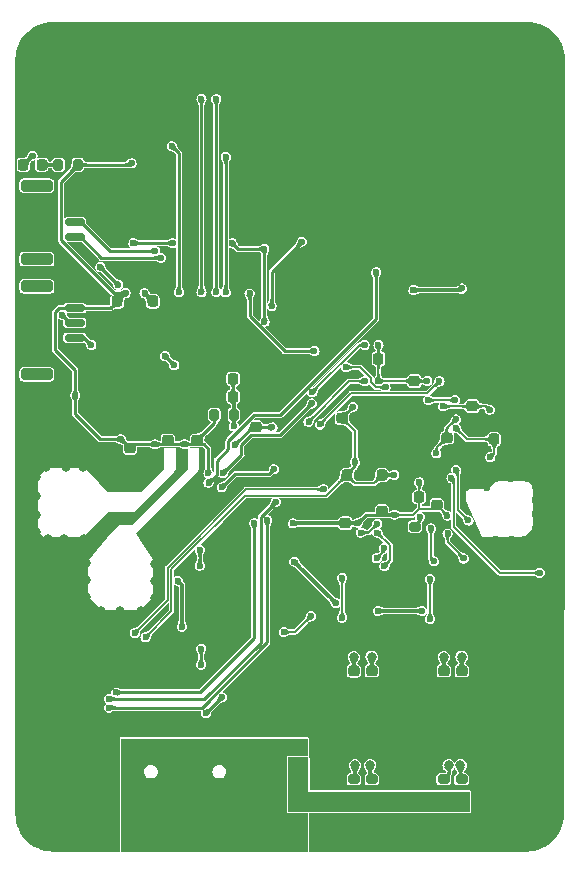
<source format=gbr>
%TF.GenerationSoftware,KiCad,Pcbnew,(6.0.1)*%
%TF.CreationDate,2023-04-01T17:19:45+08:00*%
%TF.ProjectId,EtherCAT2XXX,45746865-7243-4415-9432-5858582e6b69,rev?*%
%TF.SameCoordinates,Original*%
%TF.FileFunction,Copper,L2,Bot*%
%TF.FilePolarity,Positive*%
%FSLAX46Y46*%
G04 Gerber Fmt 4.6, Leading zero omitted, Abs format (unit mm)*
G04 Created by KiCad (PCBNEW (6.0.1)) date 2023-04-01 17:19:45*
%MOMM*%
%LPD*%
G01*
G04 APERTURE LIST*
G04 Aperture macros list*
%AMRoundRect*
0 Rectangle with rounded corners*
0 $1 Rounding radius*
0 $2 $3 $4 $5 $6 $7 $8 $9 X,Y pos of 4 corners*
0 Add a 4 corners polygon primitive as box body*
4,1,4,$2,$3,$4,$5,$6,$7,$8,$9,$2,$3,0*
0 Add four circle primitives for the rounded corners*
1,1,$1+$1,$2,$3*
1,1,$1+$1,$4,$5*
1,1,$1+$1,$6,$7*
1,1,$1+$1,$8,$9*
0 Add four rect primitives between the rounded corners*
20,1,$1+$1,$2,$3,$4,$5,0*
20,1,$1+$1,$4,$5,$6,$7,0*
20,1,$1+$1,$6,$7,$8,$9,0*
20,1,$1+$1,$8,$9,$2,$3,0*%
G04 Aperture macros list end*
%TA.AperFunction,ComponentPad*%
%ADD10O,1.000000X2.100000*%
%TD*%
%TA.AperFunction,ComponentPad*%
%ADD11O,1.000000X1.600000*%
%TD*%
%TA.AperFunction,SMDPad,CuDef*%
%ADD12RoundRect,0.225000X0.250000X-0.225000X0.250000X0.225000X-0.250000X0.225000X-0.250000X-0.225000X0*%
%TD*%
%TA.AperFunction,SMDPad,CuDef*%
%ADD13RoundRect,0.250000X0.325000X0.650000X-0.325000X0.650000X-0.325000X-0.650000X0.325000X-0.650000X0*%
%TD*%
%TA.AperFunction,SMDPad,CuDef*%
%ADD14RoundRect,0.225000X-0.250000X0.225000X-0.250000X-0.225000X0.250000X-0.225000X0.250000X0.225000X0*%
%TD*%
%TA.AperFunction,SMDPad,CuDef*%
%ADD15RoundRect,0.225000X-0.225000X-0.250000X0.225000X-0.250000X0.225000X0.250000X-0.225000X0.250000X0*%
%TD*%
%TA.AperFunction,SMDPad,CuDef*%
%ADD16RoundRect,0.250000X0.312500X0.625000X-0.312500X0.625000X-0.312500X-0.625000X0.312500X-0.625000X0*%
%TD*%
%TA.AperFunction,SMDPad,CuDef*%
%ADD17RoundRect,0.200000X-0.275000X0.200000X-0.275000X-0.200000X0.275000X-0.200000X0.275000X0.200000X0*%
%TD*%
%TA.AperFunction,SMDPad,CuDef*%
%ADD18RoundRect,0.200000X0.200000X0.275000X-0.200000X0.275000X-0.200000X-0.275000X0.200000X-0.275000X0*%
%TD*%
%TA.AperFunction,SMDPad,CuDef*%
%ADD19RoundRect,0.225000X0.225000X0.250000X-0.225000X0.250000X-0.225000X-0.250000X0.225000X-0.250000X0*%
%TD*%
%TA.AperFunction,SMDPad,CuDef*%
%ADD20RoundRect,0.150000X0.700000X-0.150000X0.700000X0.150000X-0.700000X0.150000X-0.700000X-0.150000X0*%
%TD*%
%TA.AperFunction,SMDPad,CuDef*%
%ADD21RoundRect,0.250000X1.100000X-0.250000X1.100000X0.250000X-1.100000X0.250000X-1.100000X-0.250000X0*%
%TD*%
%TA.AperFunction,SMDPad,CuDef*%
%ADD22RoundRect,0.200000X-0.200000X-0.275000X0.200000X-0.275000X0.200000X0.275000X-0.200000X0.275000X0*%
%TD*%
%TA.AperFunction,SMDPad,CuDef*%
%ADD23RoundRect,0.218750X-0.218750X-0.256250X0.218750X-0.256250X0.218750X0.256250X-0.218750X0.256250X0*%
%TD*%
%TA.AperFunction,ViaPad*%
%ADD24C,0.600000*%
%TD*%
%TA.AperFunction,ViaPad*%
%ADD25C,0.800000*%
%TD*%
%TA.AperFunction,Conductor*%
%ADD26C,0.250000*%
%TD*%
%TA.AperFunction,Conductor*%
%ADD27C,0.320000*%
%TD*%
%TA.AperFunction,Conductor*%
%ADD28C,0.200000*%
%TD*%
G04 APERTURE END LIST*
D10*
%TO.P,J8,S1,SHIELD*%
%TO.N,Earth*%
X10075000Y7330000D03*
D11*
X18715000Y3150000D03*
X10075000Y3150000D03*
D10*
X18715000Y7330000D03*
%TD*%
D12*
%TO.P,C42,1*%
%TO.N,A3V3*%
X27980000Y27835000D03*
%TO.P,C42,2*%
%TO.N,GND*%
X27980000Y29385000D03*
%TD*%
D13*
%TO.P,C21,1*%
%TO.N,Net-(C21-Pad1)*%
X23959165Y6849151D03*
%TO.P,C21,2*%
%TO.N,Earth*%
X21009165Y6849151D03*
%TD*%
D14*
%TO.P,C43,1*%
%TO.N,1V2*%
X27670000Y36745000D03*
%TO.P,C43,2*%
%TO.N,GND*%
X27670000Y35195000D03*
%TD*%
D15*
%TO.P,C64,1*%
%TO.N,3V3*%
X40575000Y34950000D03*
%TO.P,C64,2*%
%TO.N,GND*%
X42125000Y34950000D03*
%TD*%
D14*
%TO.P,C49,1*%
%TO.N,A1V2*%
X36580000Y35085000D03*
%TO.P,C49,2*%
%TO.N,GND*%
X36580000Y33535000D03*
%TD*%
D12*
%TO.P,C39,1*%
%TO.N,A3V3*%
X31070000Y28875000D03*
%TO.P,C39,2*%
%TO.N,GND*%
X31070000Y30425000D03*
%TD*%
D15*
%TO.P,C36,1*%
%TO.N,3V3*%
X30775000Y41760000D03*
%TO.P,C36,2*%
%TO.N,GND*%
X32325000Y41760000D03*
%TD*%
D16*
%TO.P,R16,1*%
%TO.N,Net-(C21-Pad1)*%
X23946665Y4509151D03*
%TO.P,R16,2*%
%TO.N,Earth*%
X21021665Y4509151D03*
%TD*%
D12*
%TO.P,C22,1*%
%TO.N,GND*%
X37814165Y13804151D03*
%TO.P,C22,2*%
%TO.N,Net-(C22-Pad2)*%
X37814165Y15354151D03*
%TD*%
D17*
%TO.P,R13,1*%
%TO.N,Net-(L4-Pad9)*%
X36284165Y6164151D03*
%TO.P,R13,2*%
%TO.N,Net-(C21-Pad1)*%
X36284165Y4514151D03*
%TD*%
D18*
%TO.P,R45,1*%
%TO.N,/MCU/VREF*%
X18525000Y37030000D03*
%TO.P,R45,2*%
%TO.N,3V3*%
X16875000Y37030000D03*
%TD*%
D14*
%TO.P,C45,1*%
%TO.N,1V2*%
X38730000Y37745000D03*
%TO.P,C45,2*%
%TO.N,GND*%
X38730000Y36195000D03*
%TD*%
D19*
%TO.P,C53,1*%
%TO.N,/MCU/VREF*%
X18475000Y38550000D03*
%TO.P,C53,2*%
%TO.N,GND*%
X16925000Y38550000D03*
%TD*%
D20*
%TO.P,J2,1,Pin_1*%
%TO.N,/MCU/USART1_RX*%
X5050000Y52050000D03*
%TO.P,J2,2,Pin_2*%
%TO.N,/MCU/USART1_TX*%
X5050000Y53300000D03*
%TO.P,J2,3,Pin_3*%
%TO.N,GND*%
X5050000Y54550000D03*
D21*
%TO.P,J2,MP*%
%TO.N,N/C*%
X1850000Y56400000D03*
X1850000Y50200000D03*
%TD*%
D19*
%TO.P,C52,1*%
%TO.N,/MCU/VREF*%
X18475000Y40070000D03*
%TO.P,C52,2*%
%TO.N,GND*%
X16925000Y40070000D03*
%TD*%
D12*
%TO.P,C57,1*%
%TO.N,3V3*%
X15420000Y34850000D03*
%TO.P,C57,2*%
%TO.N,GND*%
X15420000Y36400000D03*
%TD*%
%TO.P,C60,1*%
%TO.N,3V3*%
X9730000Y34200000D03*
%TO.P,C60,2*%
%TO.N,GND*%
X9730000Y35750000D03*
%TD*%
D17*
%TO.P,R14,1*%
%TO.N,Net-(L4-Pad4)*%
X30194165Y6164151D03*
%TO.P,R14,2*%
%TO.N,Net-(C21-Pad1)*%
X30194165Y4514151D03*
%TD*%
D22*
%TO.P,R22,1*%
%TO.N,Net-(D3-Pad2)*%
X3675000Y58190000D03*
%TO.P,R22,2*%
%TO.N,3V3*%
X5325000Y58190000D03*
%TD*%
D19*
%TO.P,C47,1*%
%TO.N,1V2*%
X28080000Y31920000D03*
%TO.P,C47,2*%
%TO.N,GND*%
X26530000Y31920000D03*
%TD*%
D12*
%TO.P,C25,1*%
%TO.N,GND*%
X28684165Y13799151D03*
%TO.P,C25,2*%
%TO.N,Net-(C25-Pad2)*%
X28684165Y15349151D03*
%TD*%
%TO.P,C23,1*%
%TO.N,GND*%
X36294165Y13804151D03*
%TO.P,C23,2*%
%TO.N,Net-(C23-Pad2)*%
X36294165Y15354151D03*
%TD*%
D17*
%TO.P,R30,1*%
%TO.N,Net-(R30-Pad1)*%
X33850000Y27545000D03*
%TO.P,R30,2*%
%TO.N,GND*%
X33850000Y25895000D03*
%TD*%
D15*
%TO.P,C58,1*%
%TO.N,3V3*%
X8645000Y46610000D03*
%TO.P,C58,2*%
%TO.N,GND*%
X10195000Y46610000D03*
%TD*%
D14*
%TO.P,C65,1*%
%TO.N,3V3*%
X20370000Y35975000D03*
%TO.P,C65,2*%
%TO.N,GND*%
X20370000Y34425000D03*
%TD*%
D20*
%TO.P,J3,1,Pin_1*%
%TO.N,GND*%
X5050000Y42305000D03*
%TO.P,J3,2,Pin_2*%
%TO.N,/MCU/SWCLK*%
X5050000Y43555000D03*
%TO.P,J3,3,Pin_3*%
%TO.N,/MCU/SWDIO*%
X5050000Y44805000D03*
%TO.P,J3,4,Pin_4*%
%TO.N,3V3*%
X5050000Y46055000D03*
D21*
%TO.P,J3,MP*%
%TO.N,N/C*%
X1850000Y40455000D03*
X1850000Y47905000D03*
%TD*%
D17*
%TO.P,R15,1*%
%TO.N,Net-(L4-Pad3)*%
X28674165Y6164151D03*
%TO.P,R15,2*%
%TO.N,Net-(C21-Pad1)*%
X28674165Y4514151D03*
%TD*%
D12*
%TO.P,C37,1*%
%TO.N,3V3*%
X33800000Y39870000D03*
%TO.P,C37,2*%
%TO.N,GND*%
X33800000Y41420000D03*
%TD*%
D19*
%TO.P,C41,1*%
%TO.N,A3V3*%
X34215000Y30060000D03*
%TO.P,C41,2*%
%TO.N,GND*%
X32665000Y30060000D03*
%TD*%
D12*
%TO.P,C62,1*%
%TO.N,3V3*%
X12930000Y34845000D03*
%TO.P,C62,2*%
%TO.N,GND*%
X12930000Y36395000D03*
%TD*%
%TO.P,C24,1*%
%TO.N,GND*%
X30204165Y13804151D03*
%TO.P,C24,2*%
%TO.N,Net-(C24-Pad2)*%
X30204165Y15354151D03*
%TD*%
%TO.P,C40,1*%
%TO.N,A3V3*%
X35710000Y29395000D03*
%TO.P,C40,2*%
%TO.N,GND*%
X35710000Y30945000D03*
%TD*%
D19*
%TO.P,C48,1*%
%TO.N,1V2*%
X31095000Y31920000D03*
%TO.P,C48,2*%
%TO.N,GND*%
X29545000Y31920000D03*
%TD*%
D23*
%TO.P,D3,1,K*%
%TO.N,/MCU/LED1*%
X692500Y58190000D03*
%TO.P,D3,2,A*%
%TO.N,Net-(D3-Pad2)*%
X2267500Y58190000D03*
%TD*%
D19*
%TO.P,C51,1*%
%TO.N,GND*%
X13210000Y46610000D03*
%TO.P,C51,2*%
%TO.N,Net-(C51-Pad2)*%
X11660000Y46610000D03*
%TD*%
D17*
%TO.P,R12,1*%
%TO.N,Net-(L4-Pad10)*%
X37804165Y6164151D03*
%TO.P,R12,2*%
%TO.N,Net-(C21-Pad1)*%
X37804165Y4514151D03*
%TD*%
D24*
%TO.N,GND*%
X34640000Y36470000D03*
X31440000Y35670000D03*
X40745000Y26515000D03*
X43138022Y26515000D03*
X42020000Y31560000D03*
X19660000Y28960000D03*
X44000000Y29810000D03*
X16450000Y20360000D03*
X42075000Y26515000D03*
X33840000Y35670000D03*
X38160000Y30840000D03*
X32240000Y34070000D03*
D25*
X2775000Y26520000D03*
X1805000Y27120000D03*
D24*
X33840000Y38070000D03*
D25*
X4185000Y26520000D03*
D24*
X34640000Y35670000D03*
D25*
X2665000Y32610000D03*
D24*
X30640000Y34870000D03*
X32240000Y36470000D03*
X33840000Y34870000D03*
X34640000Y34870000D03*
X15650000Y20360000D03*
X35440000Y34870000D03*
X32240000Y35670000D03*
X33040000Y38070000D03*
D25*
X11830000Y22910000D03*
D24*
X31440000Y34070000D03*
X30640000Y35670000D03*
D25*
X5835000Y26520000D03*
D24*
X30640000Y36470000D03*
D25*
X6020000Y21600000D03*
D24*
X33040000Y37270000D03*
X31440000Y37270000D03*
X33040000Y34870000D03*
X35440000Y36470000D03*
D25*
X1805000Y30120000D03*
D24*
X34640000Y34070000D03*
X44000000Y27376978D03*
D25*
X1805000Y28540000D03*
D24*
X23020000Y32980000D03*
X34640000Y37270000D03*
X31440000Y34870000D03*
X11700000Y44900000D03*
X43450000Y31560000D03*
X33040000Y36470000D03*
X33380000Y24230000D03*
X27800000Y43700000D03*
D25*
X1805000Y31750000D03*
D24*
X33040000Y35670000D03*
X33840000Y33270000D03*
X31440000Y36470000D03*
X32240000Y37270000D03*
X44000000Y31010000D03*
D25*
X4305000Y32610000D03*
D24*
X33040000Y34070000D03*
X44000000Y28640000D03*
D25*
X10670000Y20370000D03*
D24*
X32240000Y34870000D03*
D25*
X5715000Y32610000D03*
X11830000Y24350000D03*
D24*
X16900980Y22952698D03*
D25*
X7250000Y20370000D03*
X8930000Y20370000D03*
D24*
X33840000Y36470000D03*
X15650000Y21160000D03*
X40750000Y31560000D03*
X33840000Y34070000D03*
X16450000Y21160000D03*
X39956978Y30840000D03*
X36560000Y24870000D03*
X14850000Y21160000D03*
X14850000Y20360000D03*
X32240000Y38070000D03*
X28650000Y24800000D03*
D25*
X6020000Y24470000D03*
D24*
X33840000Y37270000D03*
X33040000Y33270000D03*
X32240000Y33270000D03*
D25*
X6020000Y23050000D03*
D24*
X35440000Y35670000D03*
X14549980Y18476651D03*
D25*
X11830000Y21530000D03*
D24*
%TO.N,+5V*%
X18389117Y51540000D03*
X13338189Y51540000D03*
X17515456Y30888500D03*
X21115000Y51044940D03*
X21918311Y32416160D03*
X13774302Y22953719D03*
X21120000Y44898500D03*
X14132240Y19071041D03*
X10023500Y51550000D03*
%TO.N,3V3*%
X16160000Y11750000D03*
X11860000Y34520000D03*
X37330565Y35897038D03*
X18624317Y34475062D03*
X9867649Y58307416D03*
X8970000Y34950000D03*
X33730000Y47578500D03*
X34910000Y39870000D03*
X9360000Y47320000D03*
X30770000Y42918500D03*
X5100000Y38650000D03*
X30770000Y39880000D03*
X17521500Y13110000D03*
X40250000Y33450000D03*
X14360000Y34520000D03*
X37840000Y47711500D03*
X16380000Y32048500D03*
X21800000Y35950000D03*
%TO.N,Net-(C9-Pad2)*%
X15640000Y25580000D03*
X15640000Y24235500D03*
%TO.N,Net-(C10-Pad1)*%
X15765000Y17204020D03*
X15770000Y15860000D03*
%TO.N,1V2*%
X11055266Y18171373D03*
X28621604Y37696335D03*
X32110000Y31920000D03*
X40190000Y37450000D03*
X37339767Y32377618D03*
X28780000Y33020000D03*
X38390000Y28070000D03*
X36253500Y37733500D03*
%TO.N,A3V3*%
X34233845Y31298467D03*
X36616497Y28464997D03*
X27160576Y21077740D03*
X34466165Y20406651D03*
X23525000Y27830000D03*
X29040000Y27850000D03*
X30727165Y20406651D03*
X32131500Y28548448D03*
X23651665Y24586651D03*
%TO.N,A1V2*%
X37329152Y36623538D03*
X35674989Y33750888D03*
X10130000Y18520000D03*
X26120125Y30710000D03*
D25*
%TO.N,Net-(C22-Pad2)*%
X37814165Y16519151D03*
%TO.N,Net-(C23-Pad2)*%
X36304165Y16509151D03*
%TO.N,Net-(C24-Pad2)*%
X30204165Y16519151D03*
%TO.N,Net-(C25-Pad2)*%
X28684165Y16509151D03*
D24*
%TO.N,/MCU/LED1*%
X12708415Y41991585D03*
X13488354Y41211646D03*
X8740000Y48010000D03*
X1490000Y58960000D03*
X7222398Y49527602D03*
%TO.N,/MCU/LED2*%
X8574237Y13507883D03*
X20256989Y27831055D03*
%TO.N,/MCU/LED3*%
X21722712Y46220580D03*
X24280000Y51680000D03*
%TO.N,/MCU/SWCLK*%
X6458500Y42920000D03*
%TO.N,/MCU/SWDIO*%
X3957491Y45482756D03*
D25*
%TO.N,Net-(L4-Pad3)*%
X28784165Y7349151D03*
%TO.N,Net-(L4-Pad4)*%
X30064165Y7359151D03*
%TO.N,Net-(L4-Pad9)*%
X36718787Y7343773D03*
%TO.N,Net-(L4-Pad10)*%
X37718272Y7349710D03*
D24*
%TO.N,/CONN/P0_TXON*%
X36618165Y26974145D03*
X37990000Y24850000D03*
%TO.N,/CONN/P0_RXIP*%
X35130215Y23119785D03*
X35131665Y19742151D03*
%TO.N,/CONN/P0_RXIN*%
X35220000Y27403151D03*
X35470000Y24610000D03*
%TO.N,/CONN/P1_TXON*%
X31272708Y24212708D03*
X30678500Y27040406D03*
%TO.N,/CONN/P1_RXIP*%
X27701982Y23211552D03*
X30678500Y27790000D03*
X29282214Y27040651D03*
X27704135Y19828406D03*
%TO.N,/CONN/P1_RXIN*%
X31238165Y25740000D03*
X30620000Y24862651D03*
%TO.N,/CONN/P1_ACT*%
X36952768Y31652954D03*
X44420000Y23630000D03*
%TO.N,Net-(R30-Pad1)*%
X34278500Y28352405D03*
%TO.N,/ESC/LED_ERR*%
X22761980Y18621270D03*
X25062780Y19971500D03*
%TO.N,/ESC/SCS*%
X29600000Y39860000D03*
X24855371Y36418870D03*
%TO.N,/ESC/SCLK*%
X25822780Y36196045D03*
X35940000Y39850000D03*
%TO.N,/ESC/MOSI*%
X29600000Y42923500D03*
X25170000Y38923500D03*
%TO.N,/ESC/SYNC*%
X17616406Y32077688D03*
X25121240Y37976500D03*
%TO.N,/ESC/RSTN*%
X28036602Y41045518D03*
X34990000Y38260000D03*
X31369713Y39353500D03*
X37260000Y38260000D03*
X25356500Y42410680D03*
X19860000Y47290000D03*
%TO.N,Net-(C51-Pad2)*%
X10970000Y47300000D03*
%TO.N,/MCU/VREF*%
X18523079Y36056919D03*
%TO.N,/MCU/RSET*%
X16384280Y31264280D03*
X30580000Y49080000D03*
%TO.N,/MCU/USART1_RX*%
X12359489Y50313803D03*
%TO.N,/MCU/USART1_TX*%
X11870191Y50865303D03*
%TO.N,/MCU/USART2_RX*%
X22070000Y29653500D03*
X7983171Y12956383D03*
%TO.N,/MCU/USART2_TX*%
X7970000Y12230000D03*
X21360000Y28080000D03*
%TO.N,/MCU/SPI2_MOSI*%
X17036430Y47408864D03*
X17040000Y63740000D03*
%TO.N,/MCU/SPI2_MISO*%
X15790000Y63750000D03*
X15790000Y47398500D03*
%TO.N,/MCU/SPI2_SCK*%
X17840000Y58839980D03*
X17837617Y47387617D03*
%TO.N,/MCU/SPI2_NSS*%
X13287470Y59757470D03*
X13889689Y47398500D03*
%TD*%
D26*
%TO.N,+5V*%
X21120000Y51039940D02*
X21115000Y51044940D01*
X10023500Y51550000D02*
X13328189Y51550000D01*
X21115000Y51044940D02*
X18884177Y51044940D01*
X18884177Y51044940D02*
X18389117Y51540000D01*
X21512151Y32010000D02*
X21918311Y32416160D01*
X17515456Y30888500D02*
X18636956Y32010000D01*
D27*
X14132240Y22595781D02*
X13774302Y22953719D01*
D26*
X18636956Y32010000D02*
X21512151Y32010000D01*
X13328189Y51550000D02*
X13338189Y51540000D01*
X21120000Y44898500D02*
X21120000Y51039940D01*
D27*
X14132240Y19071041D02*
X14132240Y22595781D01*
D28*
%TO.N,3V3*%
X30775000Y42913500D02*
X30770000Y42918500D01*
X40575000Y34950000D02*
X40575000Y33775000D01*
D26*
X3749780Y46055000D02*
X5050000Y46055000D01*
X11860000Y34520000D02*
X11680000Y34520000D01*
X5100000Y38650000D02*
X5100000Y40837165D01*
X17521500Y13110000D02*
X17520000Y13110000D01*
X3890000Y51792165D02*
X3890000Y56755000D01*
X5325000Y58190000D02*
X9750233Y58190000D01*
X5100000Y38650000D02*
X5100000Y37080000D01*
X9355000Y47320000D02*
X8645000Y46610000D01*
D28*
X30775000Y41760000D02*
X30775000Y42913500D01*
D26*
X8362165Y47320000D02*
X3890000Y51792165D01*
X9750233Y58190000D02*
X9867649Y58307416D01*
X16380000Y32048500D02*
X16380000Y34140000D01*
D27*
X33730000Y47578500D02*
X37707000Y47578500D01*
D28*
X30775000Y41760000D02*
X30775000Y39885000D01*
D26*
X5100000Y40837165D02*
X3405980Y42531185D01*
X7230000Y34950000D02*
X8970000Y34950000D01*
D28*
X33790000Y39880000D02*
X30770000Y39880000D01*
D26*
X14360000Y34520000D02*
X11860000Y34520000D01*
X8090000Y46055000D02*
X5050000Y46055000D01*
X8645000Y46610000D02*
X8090000Y46055000D01*
X16875000Y37030000D02*
X16875000Y36305000D01*
D28*
X34910000Y39870000D02*
X33800000Y39870000D01*
D26*
X9400000Y34520000D02*
X8970000Y34950000D01*
X18624317Y34475062D02*
X20099255Y35950000D01*
X16380000Y34140000D02*
X16000000Y34520000D01*
X20099255Y35950000D02*
X21800000Y35950000D01*
X5100000Y37080000D02*
X7230000Y34950000D01*
X3405980Y42531185D02*
X3405980Y45711200D01*
X3890000Y56755000D02*
X5325000Y58190000D01*
X3405980Y45711200D02*
X3749780Y46055000D01*
X17520000Y13110000D02*
X16160000Y11750000D01*
X16000000Y34520000D02*
X14360000Y34520000D01*
X9360000Y47320000D02*
X9355000Y47320000D01*
D28*
X40575000Y33775000D02*
X40250000Y33450000D01*
D27*
X37707000Y47578500D02*
X37840000Y47711500D01*
D26*
X11680000Y34520000D02*
X9400000Y34520000D01*
D28*
X33800000Y39870000D02*
X33790000Y39880000D01*
X38277603Y34950000D02*
X40575000Y34950000D01*
X37330565Y35897038D02*
X38277603Y34950000D01*
D26*
X9360000Y47320000D02*
X8362165Y47320000D01*
X16875000Y36305000D02*
X15420000Y34850000D01*
%TO.N,Net-(C9-Pad2)*%
X15640000Y25580000D02*
X15640000Y24235500D01*
%TO.N,Net-(C10-Pad1)*%
X15770000Y17199020D02*
X15770000Y15860000D01*
X15765000Y17204020D02*
X15770000Y17199020D01*
D28*
%TO.N,1V2*%
X26340000Y30180000D02*
X28080000Y31920000D01*
X28780000Y33020000D02*
X28780000Y35635000D01*
X30393480Y31218480D02*
X31095000Y31920000D01*
X28621335Y37696335D02*
X27670000Y36745000D01*
X37479268Y32238117D02*
X37479268Y28980732D01*
X37479268Y28980732D02*
X38390000Y28070000D01*
X32110000Y31920000D02*
X31095000Y31920000D01*
X13247791Y23932391D02*
X19495400Y30180000D01*
X39895000Y37745000D02*
X38730000Y37745000D01*
X19495400Y30180000D02*
X26340000Y30180000D01*
X28780000Y32620000D02*
X28080000Y31920000D01*
X38718500Y37733500D02*
X38730000Y37745000D01*
X40190000Y37450000D02*
X39895000Y37745000D01*
X28080000Y31920000D02*
X28781520Y31218480D01*
X11055266Y18171373D02*
X13247791Y20363898D01*
X28780000Y35635000D02*
X27670000Y36745000D01*
X28621604Y37696335D02*
X28621335Y37696335D01*
X28780000Y33020000D02*
X28780000Y32620000D01*
X13247791Y20363898D02*
X13247791Y23932391D01*
X28781520Y31218480D02*
X30393480Y31218480D01*
X37339767Y32377618D02*
X37479268Y32238117D01*
X36253500Y37733500D02*
X38718500Y37733500D01*
D26*
%TO.N,A3V3*%
X32131500Y28548448D02*
X29738448Y28548448D01*
D28*
X34233845Y31298467D02*
X34233845Y29052350D01*
X32131500Y28548448D02*
X33729943Y28548448D01*
X33729943Y28548448D02*
X34233845Y29052350D01*
X36029144Y29052350D02*
X36616497Y28464997D01*
D27*
X29020000Y27830000D02*
X23525000Y27830000D01*
X27160576Y21077740D02*
X23651665Y24586651D01*
X29040000Y27850000D02*
X29020000Y27830000D01*
X34466165Y20406651D02*
X30727165Y20406651D01*
D26*
X29738448Y28548448D02*
X29040000Y27850000D01*
D28*
X34233845Y29052350D02*
X36029144Y29052350D01*
%TO.N,A1V2*%
X36580000Y35085000D02*
X35674989Y34179989D01*
X36580000Y35085000D02*
X36580000Y35891073D01*
X12921271Y24081271D02*
X19550000Y30710000D01*
X37312465Y36623538D02*
X37329152Y36623538D01*
X12921271Y21311271D02*
X12921271Y24081271D01*
X36580000Y35891073D02*
X37312465Y36623538D01*
X19550000Y30710000D02*
X26120125Y30710000D01*
X35674989Y34179989D02*
X35674989Y33750888D01*
X10130000Y18520000D02*
X12921271Y21311271D01*
D26*
%TO.N,Net-(C22-Pad2)*%
X37814165Y16519151D02*
X37814165Y15354151D01*
%TO.N,Net-(C23-Pad2)*%
X36304165Y16509151D02*
X36304165Y15364151D01*
X36304165Y15364151D02*
X36294165Y15354151D01*
%TO.N,Net-(C24-Pad2)*%
X30204165Y16519151D02*
X30204165Y15354151D01*
%TO.N,Net-(C25-Pad2)*%
X28684165Y16509151D02*
X28684165Y15349151D01*
%TO.N,/MCU/LED1*%
X1462500Y58960000D02*
X692500Y58190000D01*
X1490000Y58960000D02*
X1462500Y58960000D01*
X13488354Y41211646D02*
X12708415Y41991585D01*
X8740000Y48010000D02*
X7222398Y49527602D01*
%TO.N,Net-(D3-Pad2)*%
X2267500Y58190000D02*
X3675000Y58190000D01*
%TO.N,/MCU/LED2*%
X20256989Y18116989D02*
X15647883Y13507883D01*
X15647883Y13507883D02*
X8574237Y13507883D01*
X20256989Y27831055D02*
X20256989Y18116989D01*
%TO.N,/MCU/LED3*%
X21722712Y46220580D02*
X21722712Y49122712D01*
X21722712Y49122712D02*
X24280000Y51680000D01*
%TO.N,/MCU/SWCLK*%
X5050000Y43555000D02*
X5823500Y43555000D01*
X5823500Y43555000D02*
X6458500Y42920000D01*
%TO.N,/MCU/SWDIO*%
X5050000Y44805000D02*
X4635247Y44805000D01*
X4635247Y44805000D02*
X3957491Y45482756D01*
%TO.N,Net-(L4-Pad3)*%
X28784165Y6274151D02*
X28674165Y6164151D01*
X28784165Y7349151D02*
X28784165Y6274151D01*
%TO.N,Net-(L4-Pad4)*%
X30064165Y6294151D02*
X30194165Y6164151D01*
X30064165Y7359151D02*
X30064165Y6294151D01*
%TO.N,Net-(L4-Pad9)*%
X36718787Y7343773D02*
X36718787Y6598773D01*
X36718787Y6598773D02*
X36284165Y6164151D01*
%TO.N,Net-(L4-Pad10)*%
X37718272Y7349710D02*
X37718272Y6250044D01*
X37718272Y6250044D02*
X37804165Y6164151D01*
D28*
%TO.N,/CONN/P0_TXON*%
X37990000Y24850000D02*
X36618165Y26221835D01*
X36618165Y26221835D02*
X36618165Y26974145D01*
%TO.N,/CONN/P0_RXIP*%
X35130215Y23119785D02*
X35130215Y20590439D01*
X35130215Y20590439D02*
X35131665Y20588989D01*
X35131665Y20588989D02*
X35131665Y19742151D01*
%TO.N,/CONN/P0_RXIN*%
X35220000Y27403151D02*
X35220000Y24860000D01*
X35220000Y24860000D02*
X35470000Y24610000D01*
%TO.N,/CONN/P1_TXON*%
X30682359Y27040406D02*
X30678500Y27040406D01*
X31272708Y24212708D02*
X31764676Y24704676D01*
X31764676Y25958089D02*
X30682359Y27040406D01*
X31764676Y24704676D02*
X31764676Y25958089D01*
%TO.N,/CONN/P1_RXIP*%
X27701982Y23211552D02*
X27701982Y19830559D01*
X27701982Y19830559D02*
X27704135Y19828406D01*
X29929151Y27040651D02*
X29282214Y27040651D01*
X30678500Y27790000D02*
X29929151Y27040651D01*
%TO.N,/CONN/P1_RXIN*%
X31238165Y25480816D02*
X30620000Y24862651D01*
X31238165Y25740000D02*
X31238165Y25480816D01*
%TO.N,/CONN/P1_ACT*%
X36952768Y31652954D02*
X37150000Y31455722D01*
X37150000Y31455722D02*
X37150000Y27510000D01*
X37150000Y27510000D02*
X41030000Y23630000D01*
X41030000Y23630000D02*
X44420000Y23630000D01*
%TO.N,Net-(R30-Pad1)*%
X34278500Y27973500D02*
X33850000Y27545000D01*
X34278500Y28352405D02*
X34278500Y27973500D01*
%TO.N,/ESC/LED_ERR*%
X23712550Y18621270D02*
X22761980Y18621270D01*
X25062780Y19971500D02*
X23712550Y18621270D01*
%TO.N,/ESC/SCS*%
X24855371Y36418870D02*
X28296501Y39860000D01*
X28296501Y39860000D02*
X29600000Y39860000D01*
%TO.N,/ESC/SCLK*%
X28446735Y38820000D02*
X34910000Y38820000D01*
X25822780Y36196045D02*
X28446735Y38820000D01*
X34910000Y38820000D02*
X35940000Y39850000D01*
%TO.N,/ESC/MOSI*%
X29600000Y42923500D02*
X29170000Y42923500D01*
X29170000Y42923500D02*
X25170000Y38923500D01*
D26*
%TO.N,/ESC/SYNC*%
X19175828Y33637110D02*
X19175828Y34494093D01*
X17616406Y32077688D02*
X19175828Y33637110D01*
X19955215Y35273480D02*
X22418220Y35273480D01*
X19175828Y34494093D02*
X19955215Y35273480D01*
X22418220Y35273480D02*
X25121240Y37976500D01*
D28*
%TO.N,/ESC/RSTN*%
X30140000Y39765400D02*
X30140000Y40110000D01*
X34990000Y38260000D02*
X37260000Y38260000D01*
D26*
X25356500Y42410680D02*
X22827865Y42410680D01*
D28*
X30140000Y40110000D02*
X29204482Y41045518D01*
X30551900Y39353500D02*
X30140000Y39765400D01*
X29204482Y41045518D02*
X28036602Y41045518D01*
D26*
X19860000Y45378545D02*
X19860000Y47290000D01*
X22827865Y42410680D02*
X19860000Y45378545D01*
D28*
X31369713Y39353500D02*
X30551900Y39353500D01*
D26*
%TO.N,Net-(C51-Pad2)*%
X10970000Y47300000D02*
X11660000Y46610000D01*
%TO.N,/MCU/VREF*%
X18525000Y37030000D02*
X18525000Y38500000D01*
X18523079Y36056919D02*
X18523079Y37028079D01*
X18525000Y38500000D02*
X18475000Y38550000D01*
X18475000Y38550000D02*
X18475000Y40070000D01*
X18523079Y37028079D02*
X18525000Y37030000D01*
%TO.N,/MCU/RSET*%
X18072806Y34826707D02*
X20236099Y36990000D01*
X17064895Y33134895D02*
X18072806Y34142806D01*
X16384280Y31264280D02*
X17064895Y31944895D01*
X20236099Y36990000D02*
X22456545Y36990000D01*
X30580000Y45113455D02*
X30580000Y49080000D01*
X17064895Y31944895D02*
X17064895Y33134895D01*
X18072806Y34142806D02*
X18072806Y34826707D01*
X22456545Y36990000D02*
X30580000Y45113455D01*
%TO.N,/MCU/USART1_RX*%
X12359489Y50313803D02*
X7296197Y50313803D01*
X7296197Y50313803D02*
X5560000Y52050000D01*
X5560000Y52050000D02*
X5050000Y52050000D01*
%TO.N,/MCU/USART1_TX*%
X8054697Y50865303D02*
X11870191Y50865303D01*
X5620000Y53300000D02*
X8054697Y50865303D01*
X5050000Y53300000D02*
X5620000Y53300000D01*
%TO.N,/MCU/USART2_RX*%
X22070000Y29653500D02*
X20808489Y28391989D01*
X20808489Y28391989D02*
X20808489Y17720969D01*
X16043903Y12956383D02*
X7983171Y12956383D01*
X20808489Y17720969D02*
X16043903Y12956383D01*
%TO.N,/MCU/USART2_TX*%
X21360000Y28080000D02*
X21360000Y17740000D01*
X21360000Y17740000D02*
X15850000Y12230000D01*
X15850000Y12230000D02*
X7970000Y12230000D01*
%TO.N,/MCU/SPI2_MOSI*%
X17040000Y47412434D02*
X17040000Y63740000D01*
X17036430Y47408864D02*
X17040000Y47412434D01*
%TO.N,/MCU/SPI2_MISO*%
X15790000Y47398500D02*
X15790000Y63750000D01*
%TO.N,/MCU/SPI2_SCK*%
X17837617Y47387617D02*
X17837617Y58837597D01*
X17837617Y58837597D02*
X17840000Y58839980D01*
%TO.N,/MCU/SPI2_NSS*%
X13889689Y47398500D02*
X13889689Y59155251D01*
X13889689Y59155251D02*
X13287470Y59757470D01*
%TD*%
%TA.AperFunction,Conductor*%
%TO.N,GND*%
G36*
X43397098Y70273709D02*
G01*
X43400000Y70272507D01*
X43402151Y70273398D01*
X43402307Y70273398D01*
X43407128Y70274226D01*
X43731223Y70257241D01*
X43732441Y70257113D01*
X44059435Y70205323D01*
X44060633Y70205068D01*
X44380408Y70119384D01*
X44381573Y70119006D01*
X44690652Y70000362D01*
X44691771Y69999864D01*
X44826784Y69931072D01*
X44986766Y69849557D01*
X44987816Y69848950D01*
X45126641Y69758796D01*
X45265462Y69668644D01*
X45266453Y69667925D01*
X45523749Y69459571D01*
X45524659Y69458751D01*
X45758751Y69224659D01*
X45759571Y69223749D01*
X45967925Y68966453D01*
X45968644Y68965462D01*
X46148947Y68687821D01*
X46149560Y68686761D01*
X46299864Y68391771D01*
X46300362Y68390652D01*
X46419006Y68081573D01*
X46419384Y68080408D01*
X46505068Y67760633D01*
X46505323Y67759435D01*
X46557113Y67432441D01*
X46557241Y67431223D01*
X46574226Y67107128D01*
X46573398Y67102305D01*
X46573398Y67102151D01*
X46572507Y67100000D01*
X46573397Y67097851D01*
X46573397Y67097850D01*
X46573698Y67097124D01*
X46574588Y67092629D01*
X46527976Y37307409D01*
X46474711Y3270451D01*
X46474612Y3207389D01*
X46473720Y3202928D01*
X46472507Y3200000D01*
X46473398Y3197849D01*
X46473398Y3197693D01*
X46474226Y3192872D01*
X46457241Y2868777D01*
X46457113Y2867559D01*
X46405323Y2540565D01*
X46405068Y2539367D01*
X46319384Y2219592D01*
X46319006Y2218427D01*
X46200362Y1909348D01*
X46199864Y1908229D01*
X46049560Y1613239D01*
X46048947Y1612179D01*
X45868644Y1334538D01*
X45867925Y1333547D01*
X45659571Y1076251D01*
X45658751Y1075341D01*
X45424659Y841249D01*
X45423749Y840429D01*
X45166453Y632075D01*
X45165462Y631356D01*
X45097185Y587016D01*
X44887816Y451050D01*
X44886766Y450443D01*
X44793434Y402888D01*
X44591771Y300136D01*
X44590652Y299638D01*
X44281573Y180994D01*
X44280408Y180616D01*
X43960633Y94932D01*
X43959435Y94677D01*
X43632441Y42887D01*
X43631223Y42759D01*
X43307128Y25774D01*
X43302307Y26602D01*
X43302151Y26602D01*
X43300000Y27493D01*
X43297849Y26602D01*
X43297098Y26291D01*
X43292621Y25400D01*
X24938700Y25400D01*
X24930427Y28827D01*
X24927000Y37100D01*
X24927000Y3270451D01*
X24930427Y3278724D01*
X24938700Y3282151D01*
X38502465Y3282151D01*
X38503032Y3282264D01*
X38503034Y3282264D01*
X38518301Y3285301D01*
X38551068Y3291819D01*
X38559341Y3295246D01*
X38583167Y3308256D01*
X38628070Y3363975D01*
X38631497Y3372248D01*
X38641165Y3420851D01*
X38641165Y5097451D01*
X38631497Y5146054D01*
X38628070Y5154327D01*
X38615060Y5178153D01*
X38559341Y5223056D01*
X38558569Y5223376D01*
X38558567Y5223377D01*
X38555937Y5224466D01*
X38551068Y5226483D01*
X38518301Y5233001D01*
X38503034Y5236038D01*
X38503032Y5236038D01*
X38502465Y5236151D01*
X24952865Y5236151D01*
X24944592Y5239578D01*
X24941165Y5247851D01*
X24941165Y6402526D01*
X28071665Y6402526D01*
X28071666Y5925777D01*
X28077944Y5878080D01*
X28078322Y5877270D01*
X28078322Y5877269D01*
X28126322Y5774332D01*
X28126324Y5774329D01*
X28126754Y5773407D01*
X28208421Y5691740D01*
X28209343Y5691310D01*
X28209346Y5691308D01*
X28312283Y5643308D01*
X28313094Y5642930D01*
X28313981Y5642813D01*
X28313982Y5642813D01*
X28336293Y5639876D01*
X28360790Y5636651D01*
X28674165Y5636651D01*
X28987539Y5636652D01*
X28987919Y5636702D01*
X29034349Y5642813D01*
X29034351Y5642813D01*
X29035236Y5642930D01*
X29036047Y5643308D01*
X29138984Y5691308D01*
X29138987Y5691310D01*
X29139909Y5691740D01*
X29221576Y5773407D01*
X29222006Y5774329D01*
X29222008Y5774332D01*
X29270008Y5877269D01*
X29270008Y5877270D01*
X29270386Y5878080D01*
X29276665Y5925776D01*
X29276664Y6402525D01*
X29270386Y6450222D01*
X29270008Y6451033D01*
X29222008Y6553970D01*
X29222006Y6553973D01*
X29221576Y6554895D01*
X29139909Y6636562D01*
X29138987Y6636992D01*
X29138984Y6636994D01*
X29075577Y6666561D01*
X29069528Y6673163D01*
X29069178Y6674300D01*
X29061642Y6704136D01*
X29057447Y6720747D01*
X29057266Y6721601D01*
X29056614Y6725357D01*
X29055132Y6733883D01*
X29055262Y6738534D01*
X29058653Y6753131D01*
X29059027Y6754405D01*
X29073741Y6795759D01*
X29074213Y6796894D01*
X29092839Y6835757D01*
X29093264Y6836561D01*
X29116990Y6877555D01*
X29117225Y6877944D01*
X29146642Y6924496D01*
X29146683Y6924470D01*
X29146706Y6924500D01*
X29146662Y6924528D01*
X29179864Y6977101D01*
X29179891Y6977145D01*
X29179918Y6977188D01*
X29180775Y6978566D01*
X29180968Y6978881D01*
X29180991Y6978920D01*
X29181006Y6978944D01*
X29182146Y6980843D01*
X29182169Y6980882D01*
X29217043Y7040174D01*
X29217076Y7040230D01*
X29218705Y7043083D01*
X29218998Y7043612D01*
X29220547Y7046496D01*
X29224270Y7053646D01*
X29227923Y7060661D01*
X29229018Y7062379D01*
X29244465Y7082511D01*
X29244467Y7082514D01*
X29244936Y7083125D01*
X29298088Y7211446D01*
X29316217Y7349151D01*
X29314901Y7359151D01*
X29532113Y7359151D01*
X29532213Y7358391D01*
X29533456Y7348950D01*
X29550242Y7221446D01*
X29603394Y7093125D01*
X29603863Y7092514D01*
X29619310Y7072383D01*
X29620406Y7070663D01*
X29625614Y7060661D01*
X29627782Y7056496D01*
X29629331Y7053612D01*
X29629624Y7053083D01*
X29629636Y7053062D01*
X29631246Y7050242D01*
X29631253Y7050230D01*
X29666183Y6990843D01*
X29667363Y6988881D01*
X29667430Y6988769D01*
X29667439Y6988754D01*
X29667440Y6988752D01*
X29667620Y6988459D01*
X29668411Y6987188D01*
X29668451Y6987124D01*
X29701668Y6934526D01*
X29701687Y6934496D01*
X29731104Y6887944D01*
X29731339Y6887555D01*
X29755065Y6846561D01*
X29755490Y6845757D01*
X29774116Y6806894D01*
X29774588Y6805759D01*
X29789305Y6764397D01*
X29789678Y6763123D01*
X29795525Y6737955D01*
X29795669Y6733384D01*
X29791896Y6710798D01*
X29791296Y6707207D01*
X29791136Y6706419D01*
X29787593Y6691600D01*
X29781523Y6666208D01*
X29776267Y6658958D01*
X29775089Y6658324D01*
X29729346Y6636994D01*
X29729343Y6636992D01*
X29728421Y6636562D01*
X29646754Y6554895D01*
X29646324Y6553973D01*
X29646322Y6553970D01*
X29598322Y6451033D01*
X29597944Y6450222D01*
X29591665Y6402526D01*
X29591666Y5925777D01*
X29597944Y5878080D01*
X29598322Y5877270D01*
X29598322Y5877269D01*
X29646322Y5774332D01*
X29646324Y5774329D01*
X29646754Y5773407D01*
X29728421Y5691740D01*
X29729343Y5691310D01*
X29729346Y5691308D01*
X29832283Y5643308D01*
X29833094Y5642930D01*
X29833981Y5642813D01*
X29833982Y5642813D01*
X29856293Y5639876D01*
X29880790Y5636651D01*
X30194165Y5636651D01*
X30507539Y5636652D01*
X30507919Y5636702D01*
X30554349Y5642813D01*
X30554351Y5642813D01*
X30555236Y5642930D01*
X30556047Y5643308D01*
X30658984Y5691308D01*
X30658987Y5691310D01*
X30659909Y5691740D01*
X30741576Y5773407D01*
X30742006Y5774329D01*
X30742008Y5774332D01*
X30790008Y5877269D01*
X30790008Y5877270D01*
X30790386Y5878080D01*
X30796665Y5925776D01*
X30796664Y6402525D01*
X30796664Y6402526D01*
X35681665Y6402526D01*
X35681666Y5925777D01*
X35687944Y5878080D01*
X35688322Y5877270D01*
X35688322Y5877269D01*
X35736322Y5774332D01*
X35736324Y5774329D01*
X35736754Y5773407D01*
X35818421Y5691740D01*
X35819343Y5691310D01*
X35819346Y5691308D01*
X35922283Y5643308D01*
X35923094Y5642930D01*
X35923981Y5642813D01*
X35923982Y5642813D01*
X35946293Y5639876D01*
X35970790Y5636651D01*
X36284165Y5636651D01*
X36597539Y5636652D01*
X36597919Y5636702D01*
X36644349Y5642813D01*
X36644351Y5642813D01*
X36645236Y5642930D01*
X36646047Y5643308D01*
X36748984Y5691308D01*
X36748987Y5691310D01*
X36749909Y5691740D01*
X36831576Y5773407D01*
X36832006Y5774329D01*
X36832008Y5774332D01*
X36880008Y5877269D01*
X36880008Y5877270D01*
X36880386Y5878080D01*
X36886665Y5925776D01*
X36886664Y6401011D01*
X36890091Y6409284D01*
X36891864Y6410739D01*
X36899872Y6416090D01*
X36900830Y6416730D01*
X36956637Y6500252D01*
X36960222Y6518271D01*
X36961538Y6521791D01*
X36969944Y6536496D01*
X36975326Y6547018D01*
X36975382Y6547141D01*
X36975393Y6547164D01*
X36976158Y6548849D01*
X36976167Y6548870D01*
X36976226Y6549000D01*
X36976276Y6549125D01*
X36976284Y6549144D01*
X36980564Y6559872D01*
X36980565Y6559875D01*
X36980609Y6559985D01*
X37001056Y6619085D01*
X37003890Y6628424D01*
X37004344Y6630157D01*
X37005763Y6636562D01*
X37006413Y6639497D01*
X37006414Y6639502D01*
X37006443Y6639633D01*
X37016941Y6697396D01*
X37017841Y6703072D01*
X37017884Y6703390D01*
X37017974Y6704053D01*
X37017992Y6704195D01*
X37018635Y6709962D01*
X37018641Y6710014D01*
X37023686Y6767232D01*
X37023803Y6768647D01*
X37023817Y6768829D01*
X37023859Y6769388D01*
X37027638Y6821518D01*
X37027717Y6822274D01*
X37029782Y6837120D01*
X37033543Y6864172D01*
X37033892Y6865810D01*
X37034288Y6867180D01*
X37034289Y6867183D01*
X37043515Y6899114D01*
X37044373Y6901261D01*
X37047212Y6906723D01*
X37056434Y6924470D01*
X37060539Y6932369D01*
X37061896Y6934420D01*
X37078431Y6954462D01*
X37080334Y6956298D01*
X37094395Y6967087D01*
X37095005Y6967555D01*
X37151199Y7040789D01*
X37179087Y7077133D01*
X37179087Y7077134D01*
X37179558Y7077747D01*
X37208950Y7148706D01*
X37215282Y7155038D01*
X37224236Y7155038D01*
X37230568Y7148706D01*
X37257501Y7083684D01*
X37257970Y7083073D01*
X37273417Y7062942D01*
X37274513Y7061222D01*
X37280230Y7050242D01*
X37281889Y7047055D01*
X37283438Y7044171D01*
X37283731Y7043642D01*
X37283743Y7043621D01*
X37285353Y7040801D01*
X37285360Y7040789D01*
X37320290Y6981402D01*
X37321470Y6979440D01*
X37321537Y6979328D01*
X37321546Y6979313D01*
X37321547Y6979311D01*
X37321727Y6979018D01*
X37322518Y6977747D01*
X37322558Y6977683D01*
X37355775Y6925085D01*
X37355794Y6925055D01*
X37385211Y6878503D01*
X37385446Y6878114D01*
X37409172Y6837120D01*
X37409597Y6836316D01*
X37428223Y6797453D01*
X37428695Y6796318D01*
X37443411Y6754960D01*
X37443784Y6753686D01*
X37445761Y6745178D01*
X37445870Y6740405D01*
X37444754Y6734362D01*
X37444538Y6733414D01*
X37431196Y6684397D01*
X37425717Y6677314D01*
X37424852Y6676866D01*
X37339346Y6636994D01*
X37339343Y6636992D01*
X37338421Y6636562D01*
X37256754Y6554895D01*
X37256324Y6553973D01*
X37256322Y6553970D01*
X37208322Y6451033D01*
X37207944Y6450222D01*
X37201665Y6402526D01*
X37201666Y5925777D01*
X37207944Y5878080D01*
X37208322Y5877270D01*
X37208322Y5877269D01*
X37256322Y5774332D01*
X37256324Y5774329D01*
X37256754Y5773407D01*
X37338421Y5691740D01*
X37339343Y5691310D01*
X37339346Y5691308D01*
X37442283Y5643308D01*
X37443094Y5642930D01*
X37443981Y5642813D01*
X37443982Y5642813D01*
X37466293Y5639876D01*
X37490790Y5636651D01*
X37804165Y5636651D01*
X38117539Y5636652D01*
X38117919Y5636702D01*
X38164349Y5642813D01*
X38164351Y5642813D01*
X38165236Y5642930D01*
X38166047Y5643308D01*
X38268984Y5691308D01*
X38268987Y5691310D01*
X38269909Y5691740D01*
X38351576Y5773407D01*
X38352006Y5774329D01*
X38352008Y5774332D01*
X38400008Y5877269D01*
X38400008Y5877270D01*
X38400386Y5878080D01*
X38406665Y5925776D01*
X38406664Y6402525D01*
X38400386Y6450222D01*
X38400008Y6451033D01*
X38352008Y6553970D01*
X38352006Y6553973D01*
X38351576Y6554895D01*
X38269909Y6636562D01*
X38268987Y6636992D01*
X38268984Y6636994D01*
X38166047Y6684994D01*
X38166046Y6684994D01*
X38165236Y6685372D01*
X38164349Y6685489D01*
X38164348Y6685489D01*
X38117927Y6691600D01*
X38117540Y6691651D01*
X38051761Y6691651D01*
X38043488Y6695078D01*
X38042349Y6696401D01*
X38027017Y6717164D01*
X38026324Y6718217D01*
X38026113Y6718580D01*
X38010590Y6745178D01*
X38008036Y6749554D01*
X38007343Y6750946D01*
X38001992Y6763773D01*
X38000642Y6767009D01*
X38000417Y6775433D01*
X38007848Y6796318D01*
X38008320Y6797453D01*
X38026946Y6836316D01*
X38027371Y6837120D01*
X38051097Y6878114D01*
X38051332Y6878503D01*
X38080749Y6925055D01*
X38080790Y6925029D01*
X38080813Y6925059D01*
X38080769Y6925087D01*
X38113971Y6977660D01*
X38113998Y6977704D01*
X38114025Y6977747D01*
X38114882Y6979125D01*
X38115075Y6979440D01*
X38115098Y6979479D01*
X38115113Y6979503D01*
X38116253Y6981402D01*
X38116276Y6981441D01*
X38151150Y7040733D01*
X38151183Y7040789D01*
X38152812Y7043642D01*
X38153105Y7044171D01*
X38154654Y7047055D01*
X38162031Y7061222D01*
X38163125Y7062938D01*
X38178572Y7083070D01*
X38178574Y7083073D01*
X38179043Y7083684D01*
X38232195Y7212005D01*
X38250324Y7349710D01*
X38232195Y7487415D01*
X38179043Y7615736D01*
X38094490Y7725928D01*
X37991650Y7804840D01*
X37984912Y7810010D01*
X37984911Y7810010D01*
X37984298Y7810481D01*
X37855977Y7863633D01*
X37718272Y7881762D01*
X37580567Y7863633D01*
X37452246Y7810481D01*
X37451633Y7810010D01*
X37451632Y7810010D01*
X37444894Y7804840D01*
X37342054Y7725928D01*
X37257501Y7615736D01*
X37257205Y7615021D01*
X37228109Y7544777D01*
X37221777Y7538445D01*
X37212823Y7538445D01*
X37206491Y7544777D01*
X37179854Y7609084D01*
X37179558Y7609799D01*
X37175003Y7615736D01*
X37095473Y7719381D01*
X37095005Y7719991D01*
X36984813Y7804544D01*
X36856492Y7857696D01*
X36718787Y7875825D01*
X36581082Y7857696D01*
X36452761Y7804544D01*
X36342569Y7719991D01*
X36342101Y7719381D01*
X36262572Y7615736D01*
X36258016Y7609799D01*
X36204864Y7481478D01*
X36186735Y7343773D01*
X36204864Y7206068D01*
X36258016Y7077747D01*
X36258487Y7077134D01*
X36258487Y7077133D01*
X36274322Y7056496D01*
X36342569Y6967555D01*
X36343175Y6967090D01*
X36343176Y6967089D01*
X36357523Y6956080D01*
X36358770Y6954972D01*
X36403081Y6909598D01*
X36404326Y6908341D01*
X36404569Y6908099D01*
X36405972Y6906723D01*
X36455067Y6859320D01*
X36455312Y6859076D01*
X36462959Y6851242D01*
X36466287Y6843069D01*
X36466287Y6786503D01*
X36466224Y6785294D01*
X36462946Y6753773D01*
X36462592Y6750374D01*
X36461825Y6747257D01*
X36458215Y6738188D01*
X36456153Y6734814D01*
X36455861Y6734480D01*
X36453029Y6732122D01*
X36445596Y6727707D01*
X36443218Y6726633D01*
X36435841Y6724251D01*
X36418992Y6718811D01*
X36417536Y6718443D01*
X36406589Y6716418D01*
X36406584Y6716417D01*
X36376535Y6710856D01*
X36375883Y6710755D01*
X36324325Y6704195D01*
X36321629Y6703852D01*
X36321626Y6703852D01*
X36321626Y6703851D01*
X36276886Y6698164D01*
X36260951Y6696138D01*
X36260942Y6696137D01*
X36257899Y6695712D01*
X36257830Y6695702D01*
X36257755Y6695691D01*
X36257302Y6695622D01*
X36257292Y6695620D01*
X36254302Y6695128D01*
X36245085Y6693497D01*
X36235658Y6691829D01*
X36233619Y6691650D01*
X35970791Y6691650D01*
X35970411Y6691600D01*
X35923981Y6685489D01*
X35923979Y6685489D01*
X35923094Y6685372D01*
X35922284Y6684994D01*
X35922283Y6684994D01*
X35819346Y6636994D01*
X35819343Y6636992D01*
X35818421Y6636562D01*
X35736754Y6554895D01*
X35736324Y6553973D01*
X35736322Y6553970D01*
X35688322Y6451033D01*
X35687944Y6450222D01*
X35681665Y6402526D01*
X30796664Y6402526D01*
X30790386Y6450222D01*
X30790008Y6451033D01*
X30742008Y6553970D01*
X30742006Y6553973D01*
X30741576Y6554895D01*
X30659909Y6636562D01*
X30658987Y6636992D01*
X30658984Y6636994D01*
X30556047Y6684994D01*
X30556046Y6684994D01*
X30555236Y6685372D01*
X30554349Y6685489D01*
X30554348Y6685489D01*
X30507927Y6691600D01*
X30507540Y6691651D01*
X30408219Y6691651D01*
X30399954Y6695070D01*
X30395427Y6699588D01*
X30394777Y6700292D01*
X30371052Y6728207D01*
X30370193Y6729353D01*
X30352806Y6755780D01*
X30351963Y6757295D01*
X30346695Y6768671D01*
X30345225Y6771846D01*
X30344819Y6780684D01*
X30353741Y6805759D01*
X30354213Y6806894D01*
X30372839Y6845757D01*
X30373264Y6846561D01*
X30396990Y6887555D01*
X30397225Y6887944D01*
X30426642Y6934496D01*
X30426683Y6934470D01*
X30426706Y6934500D01*
X30426662Y6934528D01*
X30459864Y6987101D01*
X30459891Y6987145D01*
X30459918Y6987188D01*
X30460775Y6988566D01*
X30460968Y6988881D01*
X30460991Y6988920D01*
X30461006Y6988944D01*
X30462146Y6990843D01*
X30462169Y6990882D01*
X30495176Y7047000D01*
X30497076Y7050230D01*
X30498705Y7053083D01*
X30498998Y7053612D01*
X30500547Y7056496D01*
X30503901Y7062938D01*
X30507923Y7070661D01*
X30509018Y7072379D01*
X30524465Y7092511D01*
X30524467Y7092514D01*
X30524936Y7093125D01*
X30578088Y7221446D01*
X30594874Y7348950D01*
X30596117Y7358391D01*
X30596217Y7359151D01*
X30578088Y7496856D01*
X30524936Y7625177D01*
X30440383Y7735369D01*
X30330191Y7819922D01*
X30201870Y7873074D01*
X30064165Y7891203D01*
X29926460Y7873074D01*
X29798139Y7819922D01*
X29687947Y7735369D01*
X29603394Y7625177D01*
X29550242Y7496856D01*
X29532113Y7359151D01*
X29314901Y7359151D01*
X29298188Y7486094D01*
X29298088Y7486856D01*
X29244936Y7615177D01*
X29237812Y7624462D01*
X29160851Y7724759D01*
X29160383Y7725369D01*
X29050191Y7809922D01*
X28921870Y7863074D01*
X28784165Y7881203D01*
X28646460Y7863074D01*
X28518139Y7809922D01*
X28407947Y7725369D01*
X28407479Y7724759D01*
X28330519Y7624462D01*
X28323394Y7615177D01*
X28270242Y7486856D01*
X28270142Y7486094D01*
X28253430Y7359151D01*
X28252113Y7349151D01*
X28270242Y7211446D01*
X28323394Y7083125D01*
X28323863Y7082514D01*
X28339310Y7062383D01*
X28340406Y7060663D01*
X28347520Y7047000D01*
X28347782Y7046496D01*
X28349331Y7043612D01*
X28349624Y7043083D01*
X28349636Y7043062D01*
X28351246Y7040242D01*
X28351253Y7040230D01*
X28386183Y6980843D01*
X28387363Y6978881D01*
X28387430Y6978769D01*
X28387439Y6978754D01*
X28387440Y6978752D01*
X28387620Y6978459D01*
X28388411Y6977188D01*
X28388451Y6977124D01*
X28421668Y6924526D01*
X28421687Y6924496D01*
X28451104Y6877944D01*
X28451339Y6877555D01*
X28475065Y6836561D01*
X28475490Y6835757D01*
X28494116Y6796894D01*
X28494588Y6795759D01*
X28501348Y6776762D01*
X28501034Y6768128D01*
X28495566Y6755700D01*
X28494798Y6754242D01*
X28483614Y6736223D01*
X28478978Y6728754D01*
X28476869Y6725357D01*
X28476092Y6724254D01*
X28453763Y6696138D01*
X28453712Y6696074D01*
X28445883Y6691726D01*
X28444550Y6691650D01*
X28360791Y6691650D01*
X28360411Y6691600D01*
X28313981Y6685489D01*
X28313979Y6685489D01*
X28313094Y6685372D01*
X28312284Y6684994D01*
X28312283Y6684994D01*
X28209346Y6636994D01*
X28209343Y6636992D01*
X28208421Y6636562D01*
X28126754Y6554895D01*
X28126324Y6553973D01*
X28126322Y6553970D01*
X28078322Y6451033D01*
X28077944Y6450222D01*
X28071665Y6402526D01*
X24941165Y6402526D01*
X24941165Y7997451D01*
X24931497Y8046054D01*
X24928070Y8054327D01*
X24915060Y8078153D01*
X24914898Y8078284D01*
X24912367Y8086372D01*
X24913819Y8090868D01*
X24913905Y8090975D01*
X24917332Y8099248D01*
X24927000Y8147851D01*
X24927000Y9588300D01*
X24917332Y9636903D01*
X24913905Y9645176D01*
X24900895Y9669002D01*
X24845176Y9713905D01*
X24844404Y9714225D01*
X24844402Y9714226D01*
X24841772Y9715315D01*
X24836903Y9717332D01*
X24804136Y9723850D01*
X24788869Y9726887D01*
X24788867Y9726887D01*
X24788300Y9727000D01*
X9011700Y9727000D01*
X9011133Y9726887D01*
X9011131Y9726887D01*
X8995864Y9723850D01*
X8963097Y9717332D01*
X8954824Y9713905D01*
X8954551Y9713756D01*
X8954549Y9713755D01*
X8949065Y9710760D01*
X8930998Y9700895D01*
X8886095Y9645176D01*
X8882668Y9636903D01*
X8873000Y9588300D01*
X8873000Y37100D01*
X8869573Y28827D01*
X8861300Y25400D01*
X3207379Y25400D01*
X3202902Y26291D01*
X3202151Y26602D01*
X3200000Y27493D01*
X3197849Y26602D01*
X3197693Y26602D01*
X3192872Y25774D01*
X2868777Y42759D01*
X2867559Y42887D01*
X2540565Y94677D01*
X2539367Y94932D01*
X2219592Y180616D01*
X2218427Y180994D01*
X1909348Y299638D01*
X1908229Y300136D01*
X1706566Y402888D01*
X1613234Y450443D01*
X1612184Y451050D01*
X1402815Y587016D01*
X1334538Y631356D01*
X1333547Y632075D01*
X1076251Y840429D01*
X1075341Y841249D01*
X841249Y1075341D01*
X840429Y1076251D01*
X632075Y1333547D01*
X631356Y1334538D01*
X451053Y1612179D01*
X450440Y1613239D01*
X300136Y1908229D01*
X299638Y1909348D01*
X180994Y2218427D01*
X180616Y2219592D01*
X94932Y2539367D01*
X94677Y2540565D01*
X42887Y2867559D01*
X42759Y2868777D01*
X25774Y3192872D01*
X26602Y3197693D01*
X26602Y3197849D01*
X27493Y3200000D01*
X26291Y3202902D01*
X25400Y3207379D01*
X25400Y17209296D01*
X15333136Y17209296D01*
X15349014Y17087875D01*
X15398333Y16975790D01*
X15398872Y16975149D01*
X15408739Y16963410D01*
X15410146Y16961313D01*
X15410741Y16960177D01*
X15410774Y16960115D01*
X15410776Y16960111D01*
X15411473Y16958800D01*
X15411480Y16958787D01*
X15411597Y16958570D01*
X15411629Y16958512D01*
X15412163Y16957533D01*
X15432498Y16920642D01*
X15436033Y16914228D01*
X15436025Y16914224D01*
X15436123Y16914023D01*
X15436141Y16914033D01*
X15457003Y16876324D01*
X15457141Y16876066D01*
X15467151Y16856853D01*
X15470483Y16850458D01*
X15473869Y16843958D01*
X15474141Y16843399D01*
X15484606Y16820340D01*
X15487052Y16814949D01*
X15487400Y16814094D01*
X15497401Y16786451D01*
X15497716Y16785437D01*
X15500240Y16775791D01*
X15505697Y16754926D01*
X15505917Y16753900D01*
X15512147Y16716748D01*
X15512263Y16715844D01*
X15516338Y16669701D01*
X15516410Y16668881D01*
X15516450Y16668164D01*
X15517013Y16646094D01*
X15517496Y16627148D01*
X15517500Y16626850D01*
X15517500Y16432341D01*
X15517496Y16432040D01*
X15516442Y16391097D01*
X15516402Y16390391D01*
X15514654Y16370734D01*
X15512246Y16343649D01*
X15512130Y16342744D01*
X15505901Y16305718D01*
X15505683Y16304701D01*
X15497705Y16274175D01*
X15497394Y16273173D01*
X15487407Y16245411D01*
X15487076Y16244589D01*
X15481598Y16232379D01*
X15474186Y16215861D01*
X15473926Y16215321D01*
X15457287Y16182809D01*
X15457168Y16182582D01*
X15436864Y16144961D01*
X15436864Y16144960D01*
X15436417Y16144132D01*
X15415476Y16104911D01*
X15413924Y16102677D01*
X15409571Y16097749D01*
X15409566Y16097742D01*
X15409018Y16097121D01*
X15356976Y15986274D01*
X15338136Y15865276D01*
X15354014Y15743855D01*
X15354350Y15743092D01*
X15354350Y15743091D01*
X15381697Y15680942D01*
X15403333Y15631770D01*
X15482127Y15538032D01*
X15482820Y15537570D01*
X15482822Y15537569D01*
X15575454Y15475908D01*
X15584064Y15470177D01*
X15700948Y15433660D01*
X15770448Y15432386D01*
X15822552Y15431431D01*
X15822554Y15431431D01*
X15823383Y15431416D01*
X15941527Y15463625D01*
X16045881Y15527699D01*
X16128058Y15618487D01*
X16181451Y15728689D01*
X16184003Y15743855D01*
X16201693Y15849008D01*
X16201767Y15849448D01*
X16201896Y15860000D01*
X16201141Y15865276D01*
X16190781Y15937611D01*
X16184536Y15981219D01*
X16184191Y15981978D01*
X16134195Y16091939D01*
X16134194Y16091940D01*
X16133852Y16092693D01*
X16127320Y16100275D01*
X16125863Y16102400D01*
X16103556Y16144179D01*
X16103268Y16144712D01*
X16103263Y16144725D01*
X16082813Y16182618D01*
X16082694Y16182845D01*
X16066073Y16215321D01*
X16065813Y16215861D01*
X16058401Y16232379D01*
X16052923Y16244589D01*
X16052592Y16245411D01*
X16042605Y16273173D01*
X16042294Y16274175D01*
X16034316Y16304701D01*
X16034098Y16305718D01*
X16027869Y16342744D01*
X16027753Y16343649D01*
X16025345Y16370734D01*
X16023597Y16390390D01*
X16023556Y16391111D01*
X16022504Y16432030D01*
X16022500Y16432331D01*
X16022500Y16627506D01*
X16022504Y16627795D01*
X16023241Y16657568D01*
X16023532Y16669353D01*
X16023571Y16670054D01*
X16027684Y16718143D01*
X16027791Y16719015D01*
X16033995Y16757355D01*
X16034198Y16758337D01*
X16042168Y16790058D01*
X16042457Y16791028D01*
X16044352Y16796512D01*
X16052446Y16819935D01*
X16052754Y16820730D01*
X16053323Y16822050D01*
X16053322Y16822050D01*
X16065556Y16850471D01*
X16065779Y16850955D01*
X16082208Y16884449D01*
X16082304Y16884640D01*
X16102433Y16923585D01*
X16102697Y16924098D01*
X16102708Y16924119D01*
X16102723Y16924148D01*
X16120676Y16959275D01*
X16122419Y16961801D01*
X16122501Y16961891D01*
X16122502Y16961893D01*
X16123058Y16962507D01*
X16176451Y17072709D01*
X16179003Y17087875D01*
X16196693Y17193028D01*
X16196767Y17193468D01*
X16196896Y17204020D01*
X16196141Y17209296D01*
X16179654Y17324414D01*
X16179536Y17325239D01*
X16128852Y17436713D01*
X16048918Y17529481D01*
X16048223Y17529932D01*
X16048220Y17529934D01*
X15946859Y17595632D01*
X15946160Y17596085D01*
X15887499Y17613629D01*
X15829638Y17630933D01*
X15829636Y17630933D01*
X15828838Y17631172D01*
X15765448Y17631559D01*
X15707217Y17631915D01*
X15707216Y17631915D01*
X15706385Y17631920D01*
X15632960Y17610935D01*
X15589441Y17598497D01*
X15589440Y17598496D01*
X15588644Y17598269D01*
X15587942Y17597826D01*
X15485786Y17533371D01*
X15485784Y17533369D01*
X15485080Y17532925D01*
X15484528Y17532299D01*
X15484527Y17532299D01*
X15404571Y17441768D01*
X15404569Y17441765D01*
X15404018Y17441141D01*
X15403665Y17440389D01*
X15403663Y17440386D01*
X15401939Y17436713D01*
X15351976Y17330294D01*
X15333136Y17209296D01*
X25400Y17209296D01*
X25400Y27170000D01*
X1930000Y27170000D01*
X2460000Y26640000D01*
X5830000Y26640000D01*
X5832029Y26642117D01*
X7886545Y28786394D01*
X7894993Y28790000D01*
X10050000Y28790000D01*
X13470000Y32210000D01*
X13493514Y32242658D01*
X13648925Y32458506D01*
X13648926Y32458508D01*
X13650000Y32460000D01*
X13650000Y34200000D01*
X12650000Y34200000D01*
X12650000Y32444846D01*
X12646573Y32436573D01*
X10713427Y30503427D01*
X10705154Y30500000D01*
X7854899Y30500000D01*
X7846563Y30503490D01*
X7081432Y31280332D01*
X5890000Y32490000D01*
X2720000Y32490000D01*
X1930000Y31700000D01*
X1930000Y27170000D01*
X25400Y27170000D01*
X25400Y40740781D01*
X372500Y40740781D01*
X372501Y40169220D01*
X372563Y40168796D01*
X372564Y40168789D01*
X381029Y40111278D01*
X383422Y40095021D01*
X383825Y40094201D01*
X383825Y40094200D01*
X438117Y39983622D01*
X438810Y39982210D01*
X439496Y39981526D01*
X439496Y39981525D01*
X527068Y39894105D01*
X527071Y39894103D01*
X527753Y39893422D01*
X528621Y39892998D01*
X528622Y39892997D01*
X639844Y39838630D01*
X639846Y39838629D01*
X640661Y39838231D01*
X714219Y39827500D01*
X1838072Y39827500D01*
X2985780Y39827501D01*
X2986205Y39827564D01*
X2986211Y39827564D01*
X3059075Y39838289D01*
X3059979Y39838422D01*
X3082650Y39849553D01*
X3171919Y39893382D01*
X3171921Y39893383D01*
X3172790Y39893810D01*
X3204290Y39925365D01*
X3260895Y39982068D01*
X3260897Y39982071D01*
X3261578Y39982753D01*
X3265313Y39990394D01*
X3316370Y40094844D01*
X3316371Y40094846D01*
X3316769Y40095661D01*
X3327500Y40169219D01*
X3327499Y40740780D01*
X3327045Y40743869D01*
X3316711Y40814075D01*
X3316578Y40814979D01*
X3312992Y40822283D01*
X3261618Y40926919D01*
X3261617Y40926921D01*
X3261190Y40927790D01*
X3252321Y40936644D01*
X3172932Y41015895D01*
X3172929Y41015897D01*
X3172247Y41016578D01*
X3171378Y41017003D01*
X3060156Y41071370D01*
X3060154Y41071371D01*
X3059339Y41071769D01*
X2985781Y41082500D01*
X1861928Y41082500D01*
X714220Y41082499D01*
X713795Y41082436D01*
X713789Y41082436D01*
X649137Y41072920D01*
X640021Y41071578D01*
X639201Y41071175D01*
X639200Y41071175D01*
X528081Y41016618D01*
X528079Y41016617D01*
X527210Y41016190D01*
X526526Y41015504D01*
X526525Y41015504D01*
X439105Y40927932D01*
X439103Y40927929D01*
X438422Y40927247D01*
X437998Y40926379D01*
X437997Y40926378D01*
X383687Y40815271D01*
X383231Y40814339D01*
X372500Y40740781D01*
X25400Y40740781D01*
X25400Y42531185D01*
X3148532Y42531185D01*
X3160703Y42470002D01*
X3168130Y42432664D01*
X3223937Y42349142D01*
X3224895Y42348502D01*
X3244065Y42335693D01*
X3245838Y42334238D01*
X4844073Y40736003D01*
X4847500Y40727730D01*
X4847500Y39222341D01*
X4847496Y39222040D01*
X4846442Y39181097D01*
X4846402Y39180391D01*
X4842253Y39133728D01*
X4842246Y39133649D01*
X4842131Y39132753D01*
X4839821Y39119019D01*
X4835901Y39095718D01*
X4835683Y39094701D01*
X4827705Y39064175D01*
X4827394Y39063173D01*
X4817407Y39035411D01*
X4817076Y39034589D01*
X4811680Y39022563D01*
X4804186Y39005861D01*
X4803926Y39005321D01*
X4787287Y38972809D01*
X4787168Y38972582D01*
X4766864Y38934961D01*
X4766864Y38934960D01*
X4766417Y38934132D01*
X4745476Y38894911D01*
X4743924Y38892677D01*
X4739571Y38887749D01*
X4739566Y38887742D01*
X4739018Y38887121D01*
X4686976Y38776274D01*
X4668136Y38655276D01*
X4684014Y38533855D01*
X4684350Y38533092D01*
X4684350Y38533091D01*
X4702126Y38492693D01*
X4733333Y38421770D01*
X4733872Y38421129D01*
X4741437Y38412129D01*
X4742839Y38410041D01*
X4743203Y38409348D01*
X4743215Y38409326D01*
X4766443Y38365822D01*
X4766712Y38365322D01*
X4787196Y38327367D01*
X4787315Y38327140D01*
X4803919Y38294696D01*
X4804179Y38294156D01*
X4816354Y38267023D01*
X4817073Y38265420D01*
X4817407Y38264590D01*
X4827394Y38236828D01*
X4827705Y38235826D01*
X4835683Y38205300D01*
X4835901Y38204283D01*
X4837075Y38197305D01*
X4840317Y38178036D01*
X4842130Y38167257D01*
X4842245Y38166361D01*
X4846079Y38123248D01*
X4846401Y38119622D01*
X4846442Y38118902D01*
X4847221Y38088639D01*
X4847496Y38077960D01*
X4847500Y38077659D01*
X4847500Y37106026D01*
X4847275Y37103743D01*
X4842552Y37080000D01*
X4847842Y37053405D01*
X4857787Y37003411D01*
X4860541Y36989569D01*
X4862150Y36981479D01*
X4862790Y36980521D01*
X4883852Y36948999D01*
X4917957Y36897957D01*
X4918915Y36897317D01*
X4938085Y36884508D01*
X4939858Y36883053D01*
X7033053Y34789858D01*
X7034508Y34788085D01*
X7039620Y34780434D01*
X7047957Y34767957D01*
X7048915Y34767317D01*
X7121693Y34718689D01*
X7131479Y34712150D01*
X7132608Y34711925D01*
X7132609Y34711925D01*
X7146692Y34709124D01*
X7230000Y34692552D01*
X7231131Y34692777D01*
X7253743Y34697275D01*
X7256026Y34697500D01*
X8397668Y34697500D01*
X8397968Y34697496D01*
X8438899Y34696443D01*
X8439605Y34696403D01*
X8482826Y34692560D01*
X8482833Y34692559D01*
X8482838Y34692559D01*
X8482850Y34692557D01*
X8485041Y34692363D01*
X8486366Y34692245D01*
X8487255Y34692131D01*
X8507597Y34688709D01*
X8524282Y34685902D01*
X8525299Y34685684D01*
X8555829Y34677705D01*
X8556831Y34677394D01*
X8584585Y34667410D01*
X8585407Y34667079D01*
X8603785Y34658833D01*
X8614155Y34654180D01*
X8614686Y34653925D01*
X8632875Y34644616D01*
X8647146Y34637312D01*
X8647372Y34637193D01*
X8675169Y34622192D01*
X8685275Y34616738D01*
X8685821Y34616444D01*
X8729325Y34593216D01*
X8730883Y34592398D01*
X8731129Y34592271D01*
X8731192Y34592239D01*
X8731205Y34592232D01*
X8732226Y34591711D01*
X8732234Y34591707D01*
X8749975Y34582766D01*
X8751191Y34582058D01*
X8784064Y34560177D01*
X8873867Y34532121D01*
X8873977Y34532085D01*
X8884774Y34528524D01*
X8885913Y34528154D01*
X8886176Y34528070D01*
X8887893Y34527535D01*
X8935083Y34513196D01*
X8935672Y34513020D01*
X8935682Y34513015D01*
X8935682Y34513016D01*
X8976948Y34500680D01*
X8977137Y34500621D01*
X9011892Y34489398D01*
X9012459Y34489199D01*
X9019004Y34486708D01*
X9041882Y34478001D01*
X9042704Y34477651D01*
X9069400Y34465081D01*
X9070321Y34464596D01*
X9097546Y34448653D01*
X9098414Y34448091D01*
X9122586Y34430881D01*
X9127338Y34423291D01*
X9127500Y34421350D01*
X9127501Y33941590D01*
X9127563Y33941166D01*
X9127564Y33941159D01*
X9133920Y33897980D01*
X9137699Y33872305D01*
X9138102Y33871485D01*
X9138102Y33871484D01*
X9183864Y33778279D01*
X9189419Y33766964D01*
X9190105Y33766280D01*
X9190105Y33766279D01*
X9271787Y33684739D01*
X9271790Y33684737D01*
X9272472Y33684056D01*
X9273340Y33683632D01*
X9273341Y33683631D01*
X9377085Y33632919D01*
X9377087Y33632918D01*
X9377902Y33632520D01*
X9446589Y33622500D01*
X9727023Y33622500D01*
X10013410Y33622501D01*
X10013835Y33622564D01*
X10013841Y33622564D01*
X10080589Y33632389D01*
X10082695Y33632699D01*
X10091679Y33637110D01*
X10187165Y33683991D01*
X10187167Y33683992D01*
X10188036Y33684419D01*
X10194225Y33690619D01*
X10270261Y33766787D01*
X10270263Y33766790D01*
X10270944Y33767472D01*
X10290015Y33806487D01*
X10322081Y33872085D01*
X10322082Y33872087D01*
X10322480Y33872902D01*
X10332500Y33941589D01*
X10332499Y34255800D01*
X10335926Y34264073D01*
X10344199Y34267500D01*
X11278691Y34267500D01*
X11278978Y34267496D01*
X11320564Y34266476D01*
X11321258Y34266438D01*
X11369572Y34262331D01*
X11370432Y34262226D01*
X11384597Y34259940D01*
X11408889Y34256019D01*
X11409880Y34255814D01*
X11441584Y34247837D01*
X11442572Y34247542D01*
X11449416Y34245162D01*
X11471314Y34237546D01*
X11472135Y34237225D01*
X11472477Y34237076D01*
X11501608Y34224381D01*
X11502165Y34224120D01*
X11535278Y34207569D01*
X11535529Y34207440D01*
X11551800Y34198811D01*
X11574186Y34186939D01*
X11574372Y34186840D01*
X11618803Y34163371D01*
X11620106Y34162693D01*
X11620291Y34162598D01*
X11621316Y34162077D01*
X11639319Y34153037D01*
X11640317Y34152536D01*
X11641549Y34151820D01*
X11674064Y34130177D01*
X11790948Y34093660D01*
X11860448Y34092386D01*
X11912552Y34091431D01*
X11912554Y34091431D01*
X11913383Y34091416D01*
X12031527Y34123625D01*
X12033592Y34124893D01*
X12073838Y34149604D01*
X12074694Y34150081D01*
X12097766Y34161708D01*
X12098870Y34162271D01*
X12099116Y34162398D01*
X12100674Y34163216D01*
X12144178Y34186444D01*
X12144724Y34186738D01*
X12164986Y34197673D01*
X12182627Y34207193D01*
X12182853Y34207312D01*
X12191427Y34211700D01*
X12215313Y34223925D01*
X12215844Y34224180D01*
X12227636Y34229471D01*
X12244592Y34237079D01*
X12245414Y34237410D01*
X12273168Y34247394D01*
X12274170Y34247705D01*
X12304700Y34255684D01*
X12305717Y34255902D01*
X12322402Y34258709D01*
X12342744Y34262131D01*
X12343633Y34262245D01*
X12344958Y34262363D01*
X12347149Y34262557D01*
X12347161Y34262559D01*
X12347166Y34262559D01*
X12347173Y34262560D01*
X12390394Y34266403D01*
X12391100Y34266443D01*
X12432031Y34267496D01*
X12432331Y34267500D01*
X13787668Y34267500D01*
X13787968Y34267496D01*
X13828899Y34266443D01*
X13829605Y34266403D01*
X13872826Y34262560D01*
X13872833Y34262559D01*
X13872838Y34262559D01*
X13872850Y34262557D01*
X13875041Y34262363D01*
X13876366Y34262245D01*
X13877255Y34262131D01*
X13897597Y34258709D01*
X13914282Y34255902D01*
X13915299Y34255684D01*
X13945829Y34247705D01*
X13946831Y34247394D01*
X13974585Y34237410D01*
X13975407Y34237079D01*
X13992363Y34229471D01*
X14004155Y34224180D01*
X14004686Y34223925D01*
X14028572Y34211700D01*
X14037146Y34207312D01*
X14037372Y34207193D01*
X14055013Y34197673D01*
X14075275Y34186738D01*
X14075821Y34186444D01*
X14119325Y34163216D01*
X14120883Y34162398D01*
X14121129Y34162271D01*
X14121192Y34162239D01*
X14121205Y34162232D01*
X14122226Y34161711D01*
X14122234Y34161707D01*
X14139975Y34152766D01*
X14141191Y34152058D01*
X14174064Y34130177D01*
X14290948Y34093660D01*
X14360448Y34092386D01*
X14412552Y34091431D01*
X14412554Y34091431D01*
X14413383Y34091416D01*
X14531527Y34123625D01*
X14533592Y34124893D01*
X14573838Y34149604D01*
X14574694Y34150081D01*
X14593036Y34159324D01*
X14601965Y34159987D01*
X14608748Y34154142D01*
X14610000Y34148876D01*
X14610000Y32444846D01*
X14606573Y32436573D01*
X9883427Y27713427D01*
X9875154Y27710000D01*
X8830000Y27710000D01*
X8430000Y27310000D01*
X8429951Y27309948D01*
X8429948Y27309945D01*
X7762164Y26602293D01*
X7760000Y26600000D01*
X7759876Y26599848D01*
X7759871Y26599842D01*
X6141273Y24611564D01*
X6140000Y24610000D01*
X6140000Y21660000D01*
X6141629Y21658357D01*
X7263273Y20527044D01*
X7300000Y20490000D01*
X10610000Y20490000D01*
X11710000Y21590000D01*
X11710000Y24720000D01*
X11560885Y24869115D01*
X11559324Y24871049D01*
X10741335Y26140134D01*
X10205115Y26972064D01*
X10203513Y26980875D01*
X10206676Y26986676D01*
X15430000Y32210000D01*
X15453514Y32242658D01*
X15608925Y32458506D01*
X15608926Y32458508D01*
X15610000Y32460000D01*
X15610000Y34200000D01*
X14717107Y34200000D01*
X14708834Y34203427D01*
X14705407Y34211700D01*
X14708834Y34219973D01*
X14711777Y34222115D01*
X14715304Y34223920D01*
X14715844Y34224180D01*
X14727636Y34229471D01*
X14744592Y34237079D01*
X14745414Y34237410D01*
X14773168Y34247394D01*
X14774170Y34247705D01*
X14804700Y34255684D01*
X14805717Y34255902D01*
X14822402Y34258709D01*
X14842744Y34262131D01*
X14843633Y34262245D01*
X14844958Y34262363D01*
X14847149Y34262557D01*
X14847161Y34262559D01*
X14847166Y34262559D01*
X14847173Y34262560D01*
X14890394Y34266403D01*
X14891100Y34266443D01*
X14932031Y34267496D01*
X14932331Y34267500D01*
X15890565Y34267500D01*
X15898838Y34264073D01*
X16124073Y34038838D01*
X16127500Y34030565D01*
X16127500Y32620841D01*
X16127496Y32620540D01*
X16126442Y32579598D01*
X16126402Y32578891D01*
X16122246Y32532149D01*
X16122131Y32531253D01*
X16120648Y32522436D01*
X16115901Y32494218D01*
X16115683Y32493201D01*
X16107705Y32462675D01*
X16107394Y32461673D01*
X16097407Y32433911D01*
X16097073Y32433081D01*
X16084186Y32404361D01*
X16083926Y32403821D01*
X16067287Y32371309D01*
X16067168Y32371082D01*
X16046864Y32333461D01*
X16046864Y32333460D01*
X16046417Y32332632D01*
X16032937Y32307384D01*
X16025476Y32293411D01*
X16023924Y32291177D01*
X16019571Y32286249D01*
X16019566Y32286242D01*
X16019018Y32285621D01*
X15966976Y32174774D01*
X15948136Y32053776D01*
X15964014Y31932355D01*
X15964350Y31931592D01*
X15964350Y31931591D01*
X16000839Y31848665D01*
X16013333Y31820270D01*
X16092127Y31726532D01*
X16092820Y31726070D01*
X16092822Y31726069D01*
X16185896Y31664114D01*
X16190884Y31656677D01*
X16189153Y31647891D01*
X16185656Y31644479D01*
X16105066Y31593631D01*
X16105064Y31593629D01*
X16104360Y31593185D01*
X16103808Y31592559D01*
X16103807Y31592559D01*
X16023851Y31502028D01*
X16023849Y31502025D01*
X16023298Y31501401D01*
X16022945Y31500649D01*
X16022943Y31500646D01*
X15986998Y31424083D01*
X15971256Y31390554D01*
X15952416Y31269556D01*
X15968294Y31148135D01*
X15968630Y31147372D01*
X15968630Y31147371D01*
X15978200Y31125621D01*
X16017613Y31036050D01*
X16043800Y31004896D01*
X16094691Y30944354D01*
X16096407Y30942312D01*
X16097100Y30941850D01*
X16097102Y30941849D01*
X16170562Y30892950D01*
X16198344Y30874457D01*
X16315228Y30837940D01*
X16384728Y30836666D01*
X16436832Y30835711D01*
X16436834Y30835711D01*
X16437663Y30835696D01*
X16555807Y30867905D01*
X16566433Y30874429D01*
X16597942Y30893776D01*
X17083592Y30893776D01*
X17099470Y30772355D01*
X17099806Y30771592D01*
X17099806Y30771591D01*
X17122220Y30720653D01*
X17148789Y30660270D01*
X17227583Y30566532D01*
X17228276Y30566070D01*
X17228278Y30566069D01*
X17301746Y30517165D01*
X17329520Y30498677D01*
X17446404Y30462160D01*
X17515904Y30460886D01*
X17568008Y30459931D01*
X17568010Y30459931D01*
X17568839Y30459916D01*
X17686983Y30492125D01*
X17726941Y30516659D01*
X17790632Y30555766D01*
X17790633Y30555766D01*
X17791337Y30556199D01*
X17873514Y30646987D01*
X17875894Y30651898D01*
X17905635Y30713285D01*
X17926907Y30757189D01*
X17929330Y30771591D01*
X17932147Y30788335D01*
X17932574Y30790059D01*
X17936933Y30803276D01*
X17937302Y30804414D01*
X17937376Y30804647D01*
X17937386Y30804677D01*
X17937921Y30806394D01*
X17947507Y30837940D01*
X17952260Y30853584D01*
X17952436Y30854173D01*
X17952441Y30854183D01*
X17952440Y30854183D01*
X17964776Y30895449D01*
X17964844Y30895667D01*
X17966860Y30901908D01*
X17976058Y30930394D01*
X17976257Y30930960D01*
X17978748Y30937505D01*
X17987455Y30960383D01*
X17987805Y30961205D01*
X17999581Y30986217D01*
X18000374Y30987902D01*
X18000854Y30988813D01*
X18016058Y31014774D01*
X18016804Y31016048D01*
X18017369Y31016921D01*
X18039152Y31047514D01*
X18039710Y31048236D01*
X18057581Y31069596D01*
X18069810Y31084211D01*
X18070277Y31084735D01*
X18098509Y31114459D01*
X18098718Y31114673D01*
X18738118Y31754073D01*
X18746391Y31757500D01*
X21486125Y31757500D01*
X21488408Y31757275D01*
X21512151Y31752552D01*
X21513282Y31752777D01*
X21595365Y31769105D01*
X21609542Y31771925D01*
X21609543Y31771925D01*
X21610672Y31772150D01*
X21621265Y31779228D01*
X21623268Y31780566D01*
X21626108Y31781951D01*
X21630711Y31783467D01*
X21630713Y31783468D01*
X21644359Y31787962D01*
X21644378Y31787969D01*
X21644512Y31788013D01*
X21644651Y31788067D01*
X21644661Y31788071D01*
X21657321Y31793025D01*
X21657472Y31793084D01*
X21657617Y31793150D01*
X21659666Y31794084D01*
X21659676Y31794089D01*
X21659799Y31794145D01*
X21672124Y31800602D01*
X21713583Y31825308D01*
X21722834Y31831382D01*
X21724489Y31832575D01*
X21733200Y31839452D01*
X21743551Y31848385D01*
X21768341Y31869778D01*
X21768366Y31869800D01*
X21768405Y31869834D01*
X21773247Y31874235D01*
X21774111Y31875062D01*
X21778650Y31879634D01*
X21810430Y31913303D01*
X21811100Y31914018D01*
X21811258Y31914188D01*
X21812300Y31915323D01*
X21840125Y31946001D01*
X21840670Y31946561D01*
X21862042Y31967138D01*
X21863467Y31968309D01*
X21878315Y31978656D01*
X21880696Y31979933D01*
X21889579Y31983438D01*
X21889583Y31983440D01*
X21893396Y31984945D01*
X21896312Y31985678D01*
X21906954Y31986935D01*
X21919558Y31988423D01*
X21921144Y31988502D01*
X21970863Y31987591D01*
X21970865Y31987591D01*
X21971694Y31987576D01*
X22089838Y32019785D01*
X22122656Y32039935D01*
X22193487Y32083426D01*
X22193488Y32083426D01*
X22194192Y32083859D01*
X22194867Y32084604D01*
X22222022Y32114605D01*
X22276369Y32174647D01*
X22277107Y32176169D01*
X22293336Y32209667D01*
X22329762Y32284849D01*
X22330169Y32287265D01*
X22350004Y32405168D01*
X22350078Y32405608D01*
X22350142Y32410884D01*
X22350202Y32415713D01*
X22350202Y32415719D01*
X22350207Y32416160D01*
X22349452Y32421436D01*
X22338255Y32499619D01*
X22332847Y32537379D01*
X22330205Y32543190D01*
X22282506Y32648099D01*
X22282505Y32648100D01*
X22282163Y32648853D01*
X22273722Y32658649D01*
X22202772Y32740991D01*
X22202771Y32740992D01*
X22202229Y32741621D01*
X22201534Y32742072D01*
X22201531Y32742074D01*
X22100170Y32807772D01*
X22099471Y32808225D01*
X22040810Y32825769D01*
X21982949Y32843073D01*
X21982947Y32843073D01*
X21982149Y32843312D01*
X21918759Y32843699D01*
X21860528Y32844055D01*
X21860527Y32844055D01*
X21859696Y32844060D01*
X21786271Y32823075D01*
X21742752Y32810637D01*
X21742751Y32810636D01*
X21741955Y32810409D01*
X21741253Y32809966D01*
X21639097Y32745511D01*
X21639095Y32745509D01*
X21638391Y32745065D01*
X21637839Y32744439D01*
X21637838Y32744439D01*
X21557882Y32653908D01*
X21557880Y32653905D01*
X21557329Y32653281D01*
X21556976Y32652529D01*
X21556974Y32652526D01*
X21522742Y32579612D01*
X21505287Y32542434D01*
X21486447Y32421436D01*
X21486555Y32420610D01*
X21490289Y32392054D01*
X21490387Y32390350D01*
X21489973Y32364419D01*
X21489957Y32362391D01*
X21489957Y32362033D01*
X21489963Y32360840D01*
X21490070Y32349970D01*
X21486644Y32341582D01*
X21410989Y32265927D01*
X21402716Y32262500D01*
X18662983Y32262500D01*
X18660700Y32262725D01*
X18638087Y32267223D01*
X18636956Y32267448D01*
X18625149Y32265099D01*
X18539566Y32248076D01*
X18539565Y32248076D01*
X18538436Y32247851D01*
X18537479Y32247211D01*
X18537478Y32247211D01*
X18536414Y32246500D01*
X18509774Y32228699D01*
X18454913Y32192043D01*
X18454273Y32191085D01*
X18441464Y32171915D01*
X18440009Y32170142D01*
X17741650Y31471783D01*
X17741436Y31471574D01*
X17711691Y31443321D01*
X17711185Y31442869D01*
X17675183Y31412748D01*
X17674469Y31412197D01*
X17643870Y31390410D01*
X17643002Y31389848D01*
X17615777Y31373905D01*
X17614856Y31373420D01*
X17588160Y31360850D01*
X17587338Y31360500D01*
X17564460Y31351793D01*
X17557915Y31349302D01*
X17557349Y31349103D01*
X17522593Y31337880D01*
X17522404Y31337821D01*
X17481138Y31325485D01*
X17481138Y31325484D01*
X17481137Y31325484D01*
X17480542Y31325306D01*
X17480539Y31325305D01*
X17433349Y31310966D01*
X17431632Y31310431D01*
X17431369Y31310347D01*
X17430227Y31309977D01*
X17430155Y31309953D01*
X17430148Y31309951D01*
X17403588Y31301191D01*
X17403138Y31301052D01*
X17339897Y31282977D01*
X17339896Y31282976D01*
X17339100Y31282749D01*
X17334607Y31279914D01*
X17236242Y31217851D01*
X17236240Y31217849D01*
X17235536Y31217405D01*
X17234984Y31216779D01*
X17234983Y31216779D01*
X17155027Y31126248D01*
X17155025Y31126245D01*
X17154474Y31125621D01*
X17154121Y31124869D01*
X17154119Y31124866D01*
X17112421Y31036050D01*
X17102432Y31014774D01*
X17083592Y30893776D01*
X16597942Y30893776D01*
X16659456Y30931546D01*
X16659457Y30931546D01*
X16660161Y30931979D01*
X16665159Y30937500D01*
X16690825Y30965856D01*
X16742338Y31022767D01*
X16795731Y31132969D01*
X16796152Y31135473D01*
X16800971Y31164115D01*
X16801398Y31165839D01*
X16805757Y31179056D01*
X16806126Y31180194D01*
X16806200Y31180427D01*
X16806210Y31180457D01*
X16806745Y31182174D01*
X16821084Y31229364D01*
X16821260Y31229953D01*
X16821265Y31229963D01*
X16821264Y31229963D01*
X16833600Y31271229D01*
X16833668Y31271447D01*
X16837392Y31282977D01*
X16844882Y31306174D01*
X16845081Y31306740D01*
X16846492Y31310446D01*
X16847572Y31313285D01*
X16852215Y31325485D01*
X16856279Y31336163D01*
X16856629Y31336985D01*
X16863601Y31351793D01*
X16869198Y31363682D01*
X16869678Y31364593D01*
X16884399Y31389730D01*
X16885628Y31391828D01*
X16886193Y31392701D01*
X16907976Y31423294D01*
X16908534Y31424016D01*
X16924696Y31443333D01*
X16938634Y31459991D01*
X16939101Y31460515D01*
X16967333Y31490239D01*
X16967542Y31490453D01*
X17225037Y31747948D01*
X17226810Y31749403D01*
X17245980Y31762212D01*
X17246938Y31762852D01*
X17253578Y31772790D01*
X17271762Y31800003D01*
X17279208Y31804978D01*
X17287990Y31803231D01*
X17290446Y31801031D01*
X17314912Y31771925D01*
X17328533Y31755720D01*
X17329226Y31755258D01*
X17329228Y31755257D01*
X17373753Y31725619D01*
X17430470Y31687865D01*
X17547354Y31651348D01*
X17616854Y31650074D01*
X17668958Y31649119D01*
X17668960Y31649119D01*
X17669789Y31649104D01*
X17787933Y31681313D01*
X17806505Y31692716D01*
X17891582Y31744954D01*
X17891583Y31744954D01*
X17892287Y31745387D01*
X17898773Y31752552D01*
X17922918Y31779228D01*
X17974464Y31836175D01*
X18027857Y31946377D01*
X18031088Y31965584D01*
X18033097Y31977523D01*
X18033524Y31979247D01*
X18037883Y31992464D01*
X18038252Y31993602D01*
X18038326Y31993835D01*
X18038336Y31993865D01*
X18038871Y31995582D01*
X18044591Y32014405D01*
X18053210Y32042772D01*
X18053386Y32043361D01*
X18053391Y32043371D01*
X18053390Y32043371D01*
X18065726Y32084637D01*
X18065794Y32084855D01*
X18070491Y32099398D01*
X18077008Y32119582D01*
X18077207Y32120148D01*
X18079698Y32126693D01*
X18088405Y32149571D01*
X18088755Y32150393D01*
X18095737Y32165223D01*
X18101324Y32177090D01*
X18101804Y32178001D01*
X18114327Y32199384D01*
X18117754Y32205236D01*
X18118319Y32206109D01*
X18140102Y32236702D01*
X18140660Y32237424D01*
X18161640Y32262500D01*
X18170760Y32273399D01*
X18171227Y32273923D01*
X18199459Y32303647D01*
X18199668Y32303861D01*
X19335970Y33440163D01*
X19337743Y33441618D01*
X19356913Y33454427D01*
X19357871Y33455067D01*
X19413678Y33538589D01*
X19416723Y33553896D01*
X19433276Y33637110D01*
X19428553Y33660853D01*
X19428328Y33663136D01*
X19428328Y34384658D01*
X19431755Y34392931D01*
X20056376Y35017553D01*
X20064649Y35020980D01*
X22392194Y35020980D01*
X22394477Y35020755D01*
X22418220Y35016032D01*
X22419351Y35016257D01*
X22507184Y35033729D01*
X22515611Y35035405D01*
X22515612Y35035405D01*
X22516741Y35035630D01*
X22550423Y35058135D01*
X22599305Y35090797D01*
X22600263Y35091437D01*
X22611321Y35107987D01*
X22613712Y35111565D01*
X22615167Y35113338D01*
X24895056Y37393227D01*
X24895271Y37393437D01*
X24909423Y37406880D01*
X24925003Y37421679D01*
X24925509Y37422131D01*
X24961512Y37452253D01*
X24962226Y37452804D01*
X24992825Y37474591D01*
X24993693Y37475153D01*
X25020918Y37491096D01*
X25021839Y37491581D01*
X25048535Y37504151D01*
X25049357Y37504501D01*
X25072235Y37513208D01*
X25078780Y37515699D01*
X25079347Y37515898D01*
X25084308Y37517500D01*
X25114102Y37527121D01*
X25114291Y37527180D01*
X25155557Y37539516D01*
X25155558Y37539517D01*
X25156153Y37539695D01*
X25156156Y37539696D01*
X25203346Y37554035D01*
X25205063Y37554570D01*
X25205326Y37554654D01*
X25206464Y37555023D01*
X25233701Y37564006D01*
X25234267Y37564177D01*
X25292767Y37580125D01*
X25329878Y37602911D01*
X25396416Y37643766D01*
X25396417Y37643766D01*
X25397121Y37644199D01*
X25479298Y37734987D01*
X25481895Y37740346D01*
X25498602Y37774831D01*
X25532691Y37845189D01*
X25533178Y37848080D01*
X25552933Y37965508D01*
X25553007Y37965948D01*
X25553123Y37975443D01*
X25553131Y37976053D01*
X25553131Y37976059D01*
X25553136Y37976500D01*
X25553073Y37976944D01*
X25539234Y38073571D01*
X25535776Y38097719D01*
X25498947Y38178721D01*
X25485435Y38208439D01*
X25485434Y38208440D01*
X25485092Y38209193D01*
X25441699Y38259553D01*
X25405701Y38301331D01*
X25405700Y38301332D01*
X25405158Y38301961D01*
X25404463Y38302412D01*
X25404460Y38302414D01*
X25303099Y38368112D01*
X25302400Y38368565D01*
X25188673Y38402577D01*
X25185878Y38403413D01*
X25185876Y38403413D01*
X25185078Y38403652D01*
X25121688Y38404039D01*
X25063457Y38404395D01*
X25063456Y38404395D01*
X25062625Y38404400D01*
X24999204Y38386274D01*
X24945681Y38370977D01*
X24945680Y38370976D01*
X24944884Y38370749D01*
X24944182Y38370306D01*
X24842026Y38305851D01*
X24842024Y38305849D01*
X24841320Y38305405D01*
X24840768Y38304779D01*
X24840767Y38304779D01*
X24760811Y38214248D01*
X24760809Y38214245D01*
X24760258Y38213621D01*
X24759905Y38212869D01*
X24759903Y38212866D01*
X24720770Y38129514D01*
X24708216Y38102774D01*
X24704329Y38077805D01*
X24703817Y38074519D01*
X24703368Y38072659D01*
X24699763Y38061729D01*
X24699393Y38060587D01*
X24699309Y38060324D01*
X24698774Y38058607D01*
X24684435Y38011417D01*
X24684270Y38010870D01*
X24672013Y37969867D01*
X24671918Y37969550D01*
X24671851Y37969335D01*
X24668304Y37958351D01*
X24660636Y37934604D01*
X24660437Y37934038D01*
X24659862Y37932525D01*
X24649242Y37904622D01*
X24648892Y37903800D01*
X24636325Y37877109D01*
X24635836Y37876180D01*
X24619891Y37848953D01*
X24619326Y37848080D01*
X24597543Y37817487D01*
X24596992Y37816773D01*
X24566871Y37780771D01*
X24566419Y37780265D01*
X24558539Y37771969D01*
X24538167Y37750521D01*
X24537957Y37750306D01*
X22317058Y35529407D01*
X22308785Y35525980D01*
X21957522Y35525980D01*
X21949249Y35529407D01*
X21945822Y35537680D01*
X21949249Y35545953D01*
X21954445Y35548968D01*
X21961700Y35550946D01*
X21971527Y35553625D01*
X22017835Y35582058D01*
X22075176Y35617266D01*
X22075177Y35617266D01*
X22075881Y35617699D01*
X22086928Y35629903D01*
X22104655Y35649488D01*
X22158058Y35708487D01*
X22211451Y35818689D01*
X22213134Y35828689D01*
X22231693Y35939008D01*
X22231767Y35939448D01*
X22231834Y35944962D01*
X22231891Y35949553D01*
X22231891Y35949559D01*
X22231896Y35950000D01*
X22231002Y35956246D01*
X22221451Y36022932D01*
X22214536Y36071219D01*
X22201509Y36099870D01*
X22164195Y36181939D01*
X22164194Y36181940D01*
X22163852Y36182693D01*
X22157557Y36189999D01*
X22084461Y36274831D01*
X22084460Y36274832D01*
X22083918Y36275461D01*
X22083223Y36275912D01*
X22083220Y36275914D01*
X21981859Y36341612D01*
X21981160Y36342065D01*
X21887455Y36370089D01*
X21864638Y36376913D01*
X21864636Y36376913D01*
X21863838Y36377152D01*
X21800448Y36377539D01*
X21742217Y36377895D01*
X21742216Y36377895D01*
X21741385Y36377900D01*
X21667960Y36356915D01*
X21624441Y36344477D01*
X21624440Y36344476D01*
X21623644Y36344249D01*
X21587582Y36321495D01*
X21584686Y36319668D01*
X21583708Y36319115D01*
X21562236Y36308295D01*
X21561129Y36307730D01*
X21560883Y36307603D01*
X21559325Y36306785D01*
X21515821Y36283557D01*
X21515321Y36283288D01*
X21477366Y36262804D01*
X21477139Y36262685D01*
X21444695Y36246081D01*
X21444155Y36245821D01*
X21415407Y36232922D01*
X21414585Y36232591D01*
X21386831Y36222607D01*
X21385829Y36222296D01*
X21355299Y36214317D01*
X21354282Y36214099D01*
X21337597Y36211292D01*
X21317255Y36207870D01*
X21316366Y36207756D01*
X21315041Y36207638D01*
X21312850Y36207444D01*
X21312838Y36207442D01*
X21312833Y36207442D01*
X21312826Y36207441D01*
X21269605Y36203598D01*
X21268899Y36203558D01*
X21229086Y36202533D01*
X21227959Y36202504D01*
X21227658Y36202500D01*
X20987887Y36202500D01*
X20987005Y36202533D01*
X20985066Y36202680D01*
X20983316Y36202812D01*
X20975325Y36206854D01*
X20972499Y36214479D01*
X20972499Y36233410D01*
X20971517Y36240086D01*
X20962434Y36301791D01*
X20962301Y36302695D01*
X20959552Y36308295D01*
X20911009Y36407165D01*
X20911008Y36407167D01*
X20910581Y36408036D01*
X20909025Y36409589D01*
X20828213Y36490261D01*
X20828210Y36490263D01*
X20827528Y36490944D01*
X20826446Y36491473D01*
X20722915Y36542081D01*
X20722913Y36542082D01*
X20722098Y36542480D01*
X20653411Y36552500D01*
X20646050Y36552500D01*
X20183933Y36552499D01*
X20175660Y36555926D01*
X20172233Y36564199D01*
X20175660Y36572472D01*
X20337261Y36734073D01*
X20345534Y36737500D01*
X22430519Y36737500D01*
X22432802Y36737275D01*
X22456545Y36732552D01*
X22457676Y36732777D01*
X22543312Y36749812D01*
X22553936Y36751925D01*
X22553937Y36751925D01*
X22555066Y36752150D01*
X22638588Y36807957D01*
X22652037Y36828085D01*
X22653492Y36829858D01*
X24722993Y38899359D01*
X24731266Y38902786D01*
X24739539Y38899359D01*
X24742866Y38892604D01*
X24754014Y38807355D01*
X24803333Y38695270D01*
X24815019Y38681368D01*
X24871321Y38614388D01*
X24882127Y38601532D01*
X24882820Y38601070D01*
X24882822Y38601069D01*
X24913272Y38580800D01*
X24984064Y38533677D01*
X25100948Y38497160D01*
X25170448Y38495886D01*
X25222552Y38494931D01*
X25222554Y38494931D01*
X25223383Y38494916D01*
X25341527Y38527125D01*
X25442419Y38589073D01*
X25445176Y38590766D01*
X25445177Y38590766D01*
X25445881Y38591199D01*
X25528058Y38681987D01*
X25530561Y38687152D01*
X25570891Y38770394D01*
X25581451Y38792189D01*
X25584003Y38807355D01*
X25587225Y38826511D01*
X25587612Y38828112D01*
X25591960Y38841798D01*
X25591971Y38841836D01*
X25591989Y38841891D01*
X25591998Y38841920D01*
X25592836Y38844668D01*
X25592851Y38844718D01*
X25593005Y38845245D01*
X25593813Y38848136D01*
X25606929Y38897308D01*
X25607356Y38898952D01*
X25607433Y38899257D01*
X25607843Y38900931D01*
X25608316Y38902915D01*
X25615747Y38934132D01*
X25618447Y38945471D01*
X25627784Y38984086D01*
X25627906Y38984549D01*
X25630657Y38994175D01*
X25636969Y39016260D01*
X25637244Y39017097D01*
X25647342Y39044250D01*
X25647817Y39045350D01*
X25660801Y39071652D01*
X25661428Y39072766D01*
X25680040Y39101940D01*
X25680719Y39102894D01*
X25700556Y39128035D01*
X25708078Y39137568D01*
X25708695Y39138288D01*
X25730638Y39161790D01*
X25739162Y39170920D01*
X25739440Y39171207D01*
X27589597Y41021363D01*
X27597870Y41024790D01*
X27606143Y41021363D01*
X27609470Y41014608D01*
X27620616Y40929373D01*
X27620952Y40928610D01*
X27620952Y40928609D01*
X27643102Y40878271D01*
X27669935Y40817288D01*
X27698692Y40783077D01*
X27733884Y40741211D01*
X27748729Y40723550D01*
X27749422Y40723088D01*
X27749424Y40723087D01*
X27795364Y40692507D01*
X27850666Y40655695D01*
X27967550Y40619178D01*
X28037050Y40617904D01*
X28089154Y40616949D01*
X28089156Y40616949D01*
X28089985Y40616934D01*
X28208129Y40649143D01*
X28208839Y40649579D01*
X28208846Y40649582D01*
X28254193Y40677426D01*
X28254935Y40677846D01*
X28277293Y40689423D01*
X28280001Y40690867D01*
X28280482Y40691131D01*
X28280546Y40691167D01*
X28282924Y40692507D01*
X28282967Y40692532D01*
X28282999Y40692550D01*
X28327040Y40718043D01*
X28328580Y40718949D01*
X28328851Y40719111D01*
X28328903Y40719142D01*
X28328906Y40719144D01*
X28330252Y40719961D01*
X28369100Y40743869D01*
X28369135Y40743891D01*
X28403185Y40764680D01*
X28403601Y40764922D01*
X28432348Y40780889D01*
X28433158Y40781299D01*
X28442924Y40785771D01*
X28459532Y40793375D01*
X28460632Y40793812D01*
X28478259Y40799788D01*
X28488423Y40803233D01*
X28489654Y40803576D01*
X28508534Y40807749D01*
X28523414Y40811038D01*
X28524561Y40811232D01*
X28568468Y40816408D01*
X28569432Y40816481D01*
X28614007Y40818011D01*
X28614408Y40818018D01*
X29105403Y40818018D01*
X29113676Y40814591D01*
X29620828Y40307439D01*
X29624255Y40299166D01*
X29620828Y40290893D01*
X29612484Y40287466D01*
X29542217Y40287895D01*
X29542216Y40287895D01*
X29541385Y40287900D01*
X29495875Y40274893D01*
X29424441Y40254477D01*
X29424440Y40254476D01*
X29423644Y40254249D01*
X29396726Y40237265D01*
X29381301Y40227533D01*
X29380441Y40227040D01*
X29359309Y40216097D01*
X29356600Y40214652D01*
X29356119Y40214388D01*
X29353602Y40212969D01*
X29309561Y40187476D01*
X29307904Y40186500D01*
X29307642Y40186343D01*
X29306359Y40185564D01*
X29267423Y40161603D01*
X29267388Y40161581D01*
X29233414Y40140838D01*
X29232998Y40140596D01*
X29204253Y40124630D01*
X29203443Y40124220D01*
X29198774Y40122082D01*
X29177069Y40112144D01*
X29175969Y40111707D01*
X29163580Y40107507D01*
X29148178Y40102286D01*
X29146947Y40101943D01*
X29128067Y40097770D01*
X29113187Y40094481D01*
X29112040Y40094287D01*
X29068133Y40089111D01*
X29067170Y40089038D01*
X29029605Y40087748D01*
X29022588Y40087507D01*
X29022186Y40087500D01*
X28302762Y40087500D01*
X28302150Y40087516D01*
X28261345Y40089655D01*
X28261343Y40089655D01*
X28260117Y40089719D01*
X28247410Y40084841D01*
X28232539Y40079133D01*
X28230779Y40078612D01*
X28224507Y40077279D01*
X28201901Y40072474D01*
X28194029Y40066754D01*
X28188259Y40062563D01*
X28185575Y40061106D01*
X28170976Y40055502D01*
X28170975Y40055501D01*
X28169828Y40055061D01*
X28148942Y40034175D01*
X28147546Y40032983D01*
X28124656Y40016353D01*
X28124654Y40016351D01*
X28123659Y40015628D01*
X28117136Y40004330D01*
X28115227Y40001024D01*
X28113368Y39998601D01*
X25103055Y36988288D01*
X25102766Y36988009D01*
X25080888Y36967584D01*
X25070183Y36957590D01*
X25069447Y36956957D01*
X25034755Y36929582D01*
X25033799Y36928903D01*
X25015577Y36917279D01*
X25015571Y36917275D01*
X25004633Y36910297D01*
X25003519Y36909670D01*
X24977226Y36896690D01*
X24976125Y36896215D01*
X24963038Y36891348D01*
X24948975Y36886118D01*
X24948130Y36885840D01*
X24916419Y36876777D01*
X24915954Y36876655D01*
X24877381Y36867328D01*
X24877341Y36867318D01*
X24832801Y36856714D01*
X24831127Y36856304D01*
X24831068Y36856289D01*
X24830822Y36856227D01*
X24829178Y36855800D01*
X24780042Y36842694D01*
X24780015Y36842687D01*
X24780006Y36842684D01*
X24777115Y36841876D01*
X24776588Y36841722D01*
X24773758Y36840859D01*
X24753147Y36834311D01*
X24752854Y36834223D01*
X24734731Y36829043D01*
X24679812Y36813347D01*
X24679811Y36813346D01*
X24679015Y36813119D01*
X24678313Y36812676D01*
X24576157Y36748221D01*
X24576155Y36748219D01*
X24575451Y36747775D01*
X24574899Y36747149D01*
X24574898Y36747149D01*
X24494942Y36656618D01*
X24494940Y36656615D01*
X24494389Y36655991D01*
X24494036Y36655239D01*
X24494034Y36655236D01*
X24448102Y36557401D01*
X24442347Y36545144D01*
X24423507Y36424146D01*
X24439385Y36302725D01*
X24439721Y36301962D01*
X24439721Y36301961D01*
X24464424Y36245821D01*
X24488704Y36190640D01*
X24500390Y36176738D01*
X24564342Y36100657D01*
X24567498Y36096902D01*
X24568191Y36096440D01*
X24568193Y36096439D01*
X24660825Y36034778D01*
X24669435Y36029047D01*
X24786319Y35992530D01*
X24855819Y35991256D01*
X24907923Y35990301D01*
X24907925Y35990301D01*
X24908754Y35990286D01*
X25026898Y36022495D01*
X25079315Y36054679D01*
X25130547Y36086136D01*
X25130548Y36086136D01*
X25131252Y36086569D01*
X25143292Y36099870D01*
X25161131Y36119579D01*
X25213429Y36177357D01*
X25213808Y36178138D01*
X25228213Y36207871D01*
X25266822Y36287559D01*
X25267168Y36289612D01*
X25272596Y36321881D01*
X25272983Y36323482D01*
X25277331Y36337168D01*
X25277342Y36337206D01*
X25277360Y36337261D01*
X25277369Y36337290D01*
X25278207Y36340038D01*
X25278222Y36340088D01*
X25278376Y36340615D01*
X25279184Y36343506D01*
X25279305Y36343957D01*
X25292300Y36392678D01*
X25292727Y36394322D01*
X25292804Y36394627D01*
X25292809Y36394649D01*
X25293214Y36396301D01*
X25293218Y36396319D01*
X25293236Y36396392D01*
X25299485Y36422641D01*
X25303818Y36440841D01*
X25313155Y36479456D01*
X25313277Y36479919D01*
X25315060Y36486159D01*
X25322340Y36511630D01*
X25322615Y36512467D01*
X25332713Y36539620D01*
X25333188Y36540720D01*
X25346172Y36567022D01*
X25346799Y36568136D01*
X25365411Y36597310D01*
X25366090Y36598264D01*
X25385927Y36623405D01*
X25386380Y36623979D01*
X25393449Y36632938D01*
X25394066Y36633658D01*
X25416009Y36657160D01*
X25424534Y36666291D01*
X25424812Y36666578D01*
X28387307Y39629073D01*
X28395580Y39632500D01*
X29022193Y39632500D01*
X29022594Y39632493D01*
X29067169Y39630963D01*
X29068133Y39630890D01*
X29112040Y39625714D01*
X29113187Y39625520D01*
X29123298Y39623285D01*
X29146947Y39618058D01*
X29148178Y39617715D01*
X29154904Y39615435D01*
X29175969Y39608294D01*
X29177069Y39607857D01*
X29191298Y39601342D01*
X29203443Y39595781D01*
X29204253Y39595371D01*
X29233000Y39579404D01*
X29233416Y39579162D01*
X29267466Y39558373D01*
X29267501Y39558351D01*
X29306349Y39534443D01*
X29307695Y39533626D01*
X29307698Y39533624D01*
X29307750Y39533593D01*
X29308021Y39533431D01*
X29309561Y39532525D01*
X29353602Y39507032D01*
X29353634Y39507014D01*
X29353677Y39506989D01*
X29356055Y39505649D01*
X29356119Y39505613D01*
X29356600Y39505349D01*
X29357879Y39504667D01*
X29359307Y39503905D01*
X29377146Y39494667D01*
X29378249Y39494017D01*
X29403033Y39477520D01*
X29414064Y39470177D01*
X29530948Y39433660D01*
X29600448Y39432386D01*
X29652552Y39431431D01*
X29652554Y39431431D01*
X29653383Y39431416D01*
X29771527Y39463625D01*
X29785516Y39472214D01*
X29875176Y39527266D01*
X29875177Y39527266D01*
X29875881Y39527699D01*
X29876725Y39528631D01*
X29952535Y39612385D01*
X29960627Y39616219D01*
X29969061Y39613207D01*
X29970674Y39611410D01*
X29983646Y39593556D01*
X29983649Y39593554D01*
X29984372Y39592558D01*
X29985439Y39591942D01*
X29998978Y39584125D01*
X30001401Y39582266D01*
X30386599Y39197068D01*
X30387021Y39196624D01*
X30415192Y39165337D01*
X30416315Y39164837D01*
X30442175Y39153323D01*
X30443788Y39152447D01*
X30468551Y39136366D01*
X30485209Y39133727D01*
X30488134Y39132861D01*
X30503543Y39126000D01*
X30533074Y39126000D01*
X30534904Y39125856D01*
X30562857Y39121428D01*
X30562859Y39121428D01*
X30564072Y39121236D01*
X30580363Y39125601D01*
X30583391Y39126000D01*
X30791906Y39126000D01*
X30792307Y39125993D01*
X30836882Y39124463D01*
X30837846Y39124390D01*
X30881753Y39119214D01*
X30882900Y39119020D01*
X30897780Y39115731D01*
X30916660Y39111558D01*
X30917891Y39111215D01*
X30928055Y39107770D01*
X30945682Y39101794D01*
X30946782Y39101357D01*
X30959098Y39095718D01*
X30973156Y39089281D01*
X30973966Y39088871D01*
X31002713Y39072904D01*
X31003129Y39072662D01*
X31008822Y39069186D01*
X31014097Y39061950D01*
X31012711Y39053103D01*
X31005475Y39047828D01*
X31002725Y39047500D01*
X28452996Y39047500D01*
X28452384Y39047516D01*
X28411579Y39049655D01*
X28411577Y39049655D01*
X28410351Y39049719D01*
X28398970Y39045350D01*
X28382773Y39039133D01*
X28381013Y39038612D01*
X28374741Y39037279D01*
X28352135Y39032474D01*
X28344263Y39026754D01*
X28338493Y39022563D01*
X28335809Y39021106D01*
X28321210Y39015502D01*
X28321209Y39015501D01*
X28320062Y39015061D01*
X28299176Y38994175D01*
X28297780Y38992983D01*
X28274890Y38976353D01*
X28274888Y38976351D01*
X28273893Y38975628D01*
X28267370Y38964330D01*
X28265461Y38961024D01*
X28263602Y38958601D01*
X26070464Y36765463D01*
X26070175Y36765184D01*
X26048297Y36744759D01*
X26037592Y36734765D01*
X26036856Y36734132D01*
X26002164Y36706757D01*
X26001208Y36706078D01*
X25982986Y36694454D01*
X25982980Y36694450D01*
X25972042Y36687472D01*
X25970928Y36686845D01*
X25944635Y36673865D01*
X25943534Y36673390D01*
X25939146Y36671758D01*
X25916384Y36663293D01*
X25915539Y36663015D01*
X25888321Y36655236D01*
X25883828Y36653952D01*
X25883363Y36653830D01*
X25844790Y36644503D01*
X25844750Y36644493D01*
X25800210Y36633889D01*
X25798536Y36633479D01*
X25798477Y36633464D01*
X25798231Y36633402D01*
X25796587Y36632975D01*
X25747451Y36619869D01*
X25747424Y36619862D01*
X25747415Y36619859D01*
X25744524Y36619051D01*
X25743997Y36618897D01*
X25741167Y36618034D01*
X25720556Y36611486D01*
X25720263Y36611398D01*
X25679113Y36599637D01*
X25647221Y36590522D01*
X25647220Y36590521D01*
X25646424Y36590294D01*
X25645722Y36589851D01*
X25543566Y36525396D01*
X25543564Y36525394D01*
X25542860Y36524950D01*
X25542308Y36524324D01*
X25542307Y36524324D01*
X25462351Y36433793D01*
X25462349Y36433790D01*
X25461798Y36433166D01*
X25461445Y36432414D01*
X25461443Y36432411D01*
X25418823Y36341631D01*
X25409756Y36322319D01*
X25390916Y36201321D01*
X25406794Y36079900D01*
X25407130Y36079137D01*
X25407130Y36079136D01*
X25417914Y36054627D01*
X25456113Y35967815D01*
X25484757Y35933738D01*
X25531324Y35878340D01*
X25534907Y35874077D01*
X25535600Y35873615D01*
X25535602Y35873614D01*
X25603092Y35828689D01*
X25636844Y35806222D01*
X25753728Y35769705D01*
X25823228Y35768431D01*
X25875332Y35767476D01*
X25875334Y35767476D01*
X25876163Y35767461D01*
X25994307Y35799670D01*
X25995280Y35800267D01*
X26097956Y35863311D01*
X26097957Y35863311D01*
X26098661Y35863744D01*
X26180838Y35954532D01*
X26181669Y35956246D01*
X26210633Y36016029D01*
X26234231Y36064734D01*
X26236783Y36079900D01*
X26239643Y36096902D01*
X26240005Y36099057D01*
X26240392Y36100657D01*
X26244740Y36114343D01*
X26244751Y36114381D01*
X26244769Y36114436D01*
X26244778Y36114465D01*
X26245616Y36117213D01*
X26245631Y36117263D01*
X26245785Y36117790D01*
X26246593Y36120681D01*
X26246843Y36121616D01*
X26259709Y36169853D01*
X26260136Y36171497D01*
X26260213Y36171802D01*
X26260218Y36171824D01*
X26260623Y36173476D01*
X26260627Y36173494D01*
X26260645Y36173567D01*
X26265006Y36191888D01*
X26271227Y36218016D01*
X26271245Y36218088D01*
X26280564Y36256629D01*
X26280686Y36257094D01*
X26285935Y36275461D01*
X26289749Y36288805D01*
X26290024Y36289642D01*
X26300122Y36316795D01*
X26300597Y36317895D01*
X26313581Y36344197D01*
X26314208Y36345311D01*
X26332820Y36374485D01*
X26333499Y36375439D01*
X26353336Y36400580D01*
X26357740Y36406162D01*
X26360858Y36410113D01*
X26361475Y36410833D01*
X26383418Y36434335D01*
X26391943Y36443466D01*
X26392221Y36443753D01*
X27082412Y37133944D01*
X27090685Y37137371D01*
X27098958Y37133944D01*
X27102385Y37125671D01*
X27101196Y37120533D01*
X27080830Y37078869D01*
X27077520Y37072098D01*
X27067500Y37003411D01*
X27067501Y36486590D01*
X27067564Y36486165D01*
X27067564Y36486159D01*
X27075476Y36432411D01*
X27077699Y36417305D01*
X27078102Y36416485D01*
X27078102Y36416484D01*
X27127634Y36315600D01*
X27129419Y36311964D01*
X27130105Y36311280D01*
X27130105Y36311279D01*
X27211787Y36229739D01*
X27211790Y36229737D01*
X27212472Y36229056D01*
X27213340Y36228632D01*
X27213341Y36228631D01*
X27317085Y36177919D01*
X27317087Y36177918D01*
X27317902Y36177520D01*
X27386589Y36167500D01*
X27589210Y36167500D01*
X27591761Y36167219D01*
X27661856Y36151559D01*
X27665268Y36150845D01*
X27665297Y36150839D01*
X27665313Y36150836D01*
X27665866Y36150728D01*
X27665895Y36150723D01*
X27667181Y36150490D01*
X27669180Y36150129D01*
X27729896Y36139960D01*
X27729903Y36139958D01*
X27729914Y36139956D01*
X27729919Y36139955D01*
X27740678Y36138154D01*
X27741335Y36138046D01*
X27741551Y36138011D01*
X27743243Y36137749D01*
X27743261Y36137746D01*
X27785798Y36131441D01*
X27807988Y36128152D01*
X27808274Y36128106D01*
X27829850Y36124295D01*
X27829852Y36124295D01*
X27864604Y36118158D01*
X27865474Y36117969D01*
X27879200Y36114436D01*
X27914565Y36105332D01*
X27915865Y36104914D01*
X27962347Y36086951D01*
X27963773Y36086287D01*
X27984323Y36074973D01*
X28009032Y36061369D01*
X28013124Y36059116D01*
X28014382Y36058314D01*
X28071047Y36016829D01*
X28072023Y36016029D01*
X28132417Y35960833D01*
X28132797Y35960470D01*
X28549073Y35544193D01*
X28552500Y35535920D01*
X28552500Y33597814D01*
X28552493Y33597412D01*
X28550999Y33553896D01*
X28550962Y33552832D01*
X28550889Y33551867D01*
X28547371Y33522017D01*
X28545714Y33507964D01*
X28545518Y33506809D01*
X28538057Y33473053D01*
X28537714Y33471822D01*
X28530317Y33450000D01*
X28528296Y33444039D01*
X28527856Y33442932D01*
X28526466Y33439895D01*
X28515781Y33416560D01*
X28515371Y33415750D01*
X28499401Y33386995D01*
X28499169Y33386596D01*
X28483862Y33361525D01*
X28478372Y33352534D01*
X28478350Y33352499D01*
X28456859Y33317578D01*
X28454442Y33313651D01*
X28453592Y33312250D01*
X28453430Y33311979D01*
X28453379Y33311892D01*
X28452524Y33310439D01*
X28452504Y33310405D01*
X28427274Y33266818D01*
X28425918Y33264934D01*
X28419569Y33257745D01*
X28419018Y33257121D01*
X28366976Y33146274D01*
X28348136Y33025276D01*
X28364014Y32903855D01*
X28413333Y32791770D01*
X28413872Y32791129D01*
X28428749Y32773430D01*
X28429801Y32771963D01*
X28443589Y32749198D01*
X28443623Y32749142D01*
X28444619Y32747525D01*
X28444630Y32747507D01*
X28465045Y32714922D01*
X28465216Y32714639D01*
X28480707Y32688261D01*
X28481146Y32687440D01*
X28482897Y32683811D01*
X28489793Y32669518D01*
X28490420Y32667929D01*
X28490944Y32666253D01*
X28490137Y32657336D01*
X28487667Y32654130D01*
X28487169Y32653675D01*
X28487166Y32653672D01*
X28482022Y32648971D01*
X28481041Y32648168D01*
X28428303Y32609557D01*
X28424392Y32606694D01*
X28423124Y32605886D01*
X28414574Y32601178D01*
X28404947Y32595878D01*
X28404943Y32595876D01*
X28373767Y32578711D01*
X28372341Y32578047D01*
X28325868Y32560088D01*
X28324568Y32559670D01*
X28311229Y32556236D01*
X28275474Y32547032D01*
X28274604Y32546843D01*
X28239852Y32540706D01*
X28239850Y32540706D01*
X28218274Y32536895D01*
X28217988Y32536849D01*
X28195798Y32533560D01*
X28153261Y32527255D01*
X28153243Y32527252D01*
X28151551Y32526990D01*
X28151335Y32526955D01*
X28150672Y32526846D01*
X28125680Y32522661D01*
X28123748Y32522500D01*
X27915076Y32522499D01*
X27821590Y32522499D01*
X27821165Y32522436D01*
X27821159Y32522436D01*
X27767204Y32514494D01*
X27752305Y32512301D01*
X27751485Y32511898D01*
X27751484Y32511898D01*
X27647835Y32461009D01*
X27647833Y32461008D01*
X27646964Y32460581D01*
X27646280Y32459895D01*
X27646279Y32459895D01*
X27564739Y32378213D01*
X27564737Y32378210D01*
X27564056Y32377528D01*
X27563632Y32376660D01*
X27563631Y32376659D01*
X27512946Y32272969D01*
X27512520Y32272098D01*
X27502500Y32203411D01*
X27502500Y32000795D01*
X27502219Y31998244D01*
X27486558Y31928144D01*
X27486556Y31928133D01*
X27485861Y31924817D01*
X27485740Y31924198D01*
X27485329Y31921932D01*
X27485125Y31920810D01*
X27485118Y31920771D01*
X27478518Y31881358D01*
X27473154Y31849327D01*
X27473045Y31848665D01*
X27473010Y31848449D01*
X27472748Y31846757D01*
X27463367Y31783467D01*
X27463150Y31782006D01*
X27463102Y31781710D01*
X27453288Y31726138D01*
X27453157Y31725396D01*
X27452966Y31724514D01*
X27440330Y31675432D01*
X27439912Y31674132D01*
X27421953Y31627659D01*
X27421289Y31626233D01*
X27394110Y31576869D01*
X27393304Y31575605D01*
X27385967Y31565584D01*
X27375482Y31551262D01*
X27351832Y31518958D01*
X27351028Y31517976D01*
X27295837Y31457588D01*
X27295474Y31457208D01*
X26568090Y30729824D01*
X26559817Y30726397D01*
X26551544Y30729824D01*
X26548235Y30736438D01*
X26538500Y30804414D01*
X26534661Y30831219D01*
X26534316Y30831978D01*
X26484320Y30941939D01*
X26484319Y30941940D01*
X26483977Y30942693D01*
X26483436Y30943321D01*
X26404586Y31034831D01*
X26404585Y31034832D01*
X26404043Y31035461D01*
X26403348Y31035912D01*
X26403345Y31035914D01*
X26301984Y31101612D01*
X26301285Y31102065D01*
X26242624Y31119608D01*
X26184763Y31136913D01*
X26184761Y31136913D01*
X26183963Y31137152D01*
X26120573Y31137539D01*
X26062342Y31137895D01*
X26062341Y31137895D01*
X26061510Y31137900D01*
X26015906Y31124866D01*
X25944566Y31104477D01*
X25944565Y31104476D01*
X25943769Y31104249D01*
X25911990Y31084198D01*
X25901426Y31077533D01*
X25900566Y31077040D01*
X25879434Y31066097D01*
X25876725Y31064652D01*
X25876244Y31064388D01*
X25873727Y31062969D01*
X25829686Y31037476D01*
X25828029Y31036500D01*
X25827767Y31036343D01*
X25826484Y31035564D01*
X25787548Y31011603D01*
X25787513Y31011581D01*
X25753539Y30990838D01*
X25753123Y30990596D01*
X25724378Y30974630D01*
X25723568Y30974220D01*
X25713802Y30969748D01*
X25697194Y30962144D01*
X25696094Y30961707D01*
X25678467Y30955731D01*
X25668303Y30952286D01*
X25667072Y30951943D01*
X25648192Y30947770D01*
X25633312Y30944481D01*
X25632165Y30944287D01*
X25588258Y30939111D01*
X25587295Y30939038D01*
X25542975Y30937516D01*
X25542713Y30937507D01*
X25542311Y30937500D01*
X19556250Y30937500D01*
X19555638Y30937516D01*
X19514844Y30939654D01*
X19514842Y30939654D01*
X19513616Y30939718D01*
X19486041Y30929134D01*
X19484288Y30928615D01*
X19455400Y30922474D01*
X19454404Y30921751D01*
X19454403Y30921750D01*
X19441759Y30912563D01*
X19439075Y30911105D01*
X19424474Y30905501D01*
X19424473Y30905500D01*
X19423326Y30905060D01*
X19402441Y30884175D01*
X19401045Y30882983D01*
X19378155Y30866353D01*
X19378153Y30866351D01*
X19377158Y30865628D01*
X19370635Y30854330D01*
X19368726Y30851024D01*
X19366867Y30848601D01*
X12764829Y24246563D01*
X12764385Y24246141D01*
X12733108Y24217979D01*
X12721094Y24190994D01*
X12720218Y24189383D01*
X12704137Y24164621D01*
X12702038Y24151365D01*
X12701499Y24147964D01*
X12700632Y24145037D01*
X12693771Y24129628D01*
X12693771Y24100093D01*
X12693627Y24098263D01*
X12689317Y24071047D01*
X12689008Y24069099D01*
X12689327Y24067910D01*
X12693372Y24052812D01*
X12693771Y24049784D01*
X12693771Y21410350D01*
X12690344Y21402077D01*
X10377686Y19089420D01*
X10377397Y19089141D01*
X10355517Y19068714D01*
X10344812Y19058720D01*
X10344076Y19058087D01*
X10309384Y19030712D01*
X10308428Y19030033D01*
X10290206Y19018409D01*
X10290200Y19018405D01*
X10279262Y19011427D01*
X10278148Y19010800D01*
X10251855Y18997820D01*
X10250754Y18997345D01*
X10237667Y18992478D01*
X10223604Y18987248D01*
X10222759Y18986970D01*
X10191048Y18977907D01*
X10190583Y18977785D01*
X10152010Y18968458D01*
X10151970Y18968448D01*
X10107430Y18957844D01*
X10105756Y18957434D01*
X10105697Y18957419D01*
X10105451Y18957357D01*
X10103807Y18956930D01*
X10054671Y18943824D01*
X10054644Y18943817D01*
X10054635Y18943814D01*
X10051744Y18943006D01*
X10051217Y18942852D01*
X10048387Y18941989D01*
X10027776Y18935441D01*
X10027483Y18935353D01*
X9986333Y18923592D01*
X9954441Y18914477D01*
X9954440Y18914476D01*
X9953644Y18914249D01*
X9952942Y18913806D01*
X9850786Y18849351D01*
X9850784Y18849349D01*
X9850080Y18848905D01*
X9849528Y18848279D01*
X9849527Y18848279D01*
X9769571Y18757748D01*
X9769569Y18757745D01*
X9769018Y18757121D01*
X9768665Y18756369D01*
X9768663Y18756366D01*
X9728013Y18669782D01*
X9716976Y18646274D01*
X9698136Y18525276D01*
X9714014Y18403855D01*
X9714350Y18403092D01*
X9714350Y18403091D01*
X9741868Y18340553D01*
X9763333Y18291770D01*
X9784277Y18266854D01*
X9819732Y18224675D01*
X9842127Y18198032D01*
X9842820Y18197570D01*
X9842822Y18197569D01*
X9874250Y18176649D01*
X9944064Y18130177D01*
X10060948Y18093660D01*
X10130448Y18092386D01*
X10182552Y18091431D01*
X10182554Y18091431D01*
X10183383Y18091416D01*
X10301527Y18123625D01*
X10329389Y18140732D01*
X10405176Y18187266D01*
X10405177Y18187266D01*
X10405881Y18187699D01*
X10410955Y18193304D01*
X10445256Y18231200D01*
X10488058Y18278487D01*
X10541451Y18388689D01*
X10541944Y18391616D01*
X10547225Y18423011D01*
X10547612Y18424612D01*
X10551960Y18438298D01*
X10551971Y18438336D01*
X10551989Y18438391D01*
X10551998Y18438420D01*
X10552836Y18441168D01*
X10552851Y18441218D01*
X10553005Y18441745D01*
X10553813Y18444636D01*
X10554468Y18447089D01*
X10566929Y18493808D01*
X10567356Y18495452D01*
X10567433Y18495757D01*
X10567438Y18495779D01*
X10567843Y18497431D01*
X10567847Y18497449D01*
X10567865Y18497522D01*
X10572226Y18515843D01*
X10578447Y18541971D01*
X10587784Y18580586D01*
X10587906Y18581049D01*
X10591944Y18595177D01*
X10596969Y18612760D01*
X10597244Y18613597D01*
X10607342Y18640750D01*
X10607817Y18641850D01*
X10620801Y18668152D01*
X10621428Y18669266D01*
X10640040Y18698440D01*
X10640719Y18699394D01*
X10660556Y18724535D01*
X10668078Y18734068D01*
X10668695Y18734788D01*
X10690638Y18758290D01*
X10699161Y18767419D01*
X10699439Y18767706D01*
X13000318Y21068584D01*
X13008591Y21072011D01*
X13016864Y21068584D01*
X13020291Y21060311D01*
X13020291Y20462978D01*
X13016864Y20454705D01*
X11302950Y18740791D01*
X11302661Y18740512D01*
X11280783Y18720087D01*
X11270078Y18710093D01*
X11269342Y18709460D01*
X11234650Y18682085D01*
X11233694Y18681406D01*
X11215472Y18669782D01*
X11215466Y18669778D01*
X11204528Y18662800D01*
X11203414Y18662173D01*
X11177121Y18649193D01*
X11176020Y18648718D01*
X11169449Y18646274D01*
X11148870Y18638621D01*
X11148025Y18638343D01*
X11116314Y18629280D01*
X11115849Y18629158D01*
X11077276Y18619831D01*
X11077236Y18619821D01*
X11032696Y18609217D01*
X11031022Y18608807D01*
X11030963Y18608792D01*
X11030717Y18608730D01*
X11029073Y18608303D01*
X10979937Y18595197D01*
X10979910Y18595190D01*
X10979901Y18595187D01*
X10977010Y18594379D01*
X10976483Y18594225D01*
X10973653Y18593362D01*
X10953042Y18586814D01*
X10952749Y18586726D01*
X10931260Y18580584D01*
X10879707Y18565850D01*
X10879706Y18565849D01*
X10878910Y18565622D01*
X10878208Y18565179D01*
X10776052Y18500724D01*
X10776050Y18500722D01*
X10775346Y18500278D01*
X10774794Y18499652D01*
X10774793Y18499652D01*
X10694837Y18409121D01*
X10694835Y18409118D01*
X10694284Y18408494D01*
X10693931Y18407742D01*
X10693929Y18407739D01*
X10662443Y18340674D01*
X10642242Y18297647D01*
X10623402Y18176649D01*
X10639280Y18055228D01*
X10688599Y17943143D01*
X10767393Y17849405D01*
X10768086Y17848943D01*
X10768088Y17848942D01*
X10844500Y17798078D01*
X10869330Y17781550D01*
X10986214Y17745033D01*
X11055714Y17743759D01*
X11107818Y17742804D01*
X11107820Y17742804D01*
X11108649Y17742789D01*
X11226793Y17774998D01*
X11309138Y17825558D01*
X11330442Y17838639D01*
X11330443Y17838639D01*
X11331147Y17839072D01*
X11413324Y17929860D01*
X11466717Y18040062D01*
X11469269Y18055228D01*
X11472491Y18074384D01*
X11472878Y18075985D01*
X11477226Y18089671D01*
X11477237Y18089709D01*
X11477255Y18089764D01*
X11477264Y18089793D01*
X11478102Y18092541D01*
X11478117Y18092591D01*
X11478271Y18093118D01*
X11479079Y18096009D01*
X11484374Y18115858D01*
X11492195Y18145181D01*
X11492622Y18146825D01*
X11492699Y18147130D01*
X11492704Y18147152D01*
X11493109Y18148804D01*
X11493113Y18148822D01*
X11493131Y18148895D01*
X11497492Y18167216D01*
X11503713Y18193344D01*
X11513050Y18231959D01*
X11513172Y18232422D01*
X11522232Y18264124D01*
X11522510Y18264970D01*
X11532608Y18292123D01*
X11533083Y18293223D01*
X11546067Y18319525D01*
X11546694Y18320639D01*
X11565306Y18349813D01*
X11565985Y18350767D01*
X11585822Y18375908D01*
X11588520Y18379328D01*
X11593344Y18385441D01*
X11593961Y18386161D01*
X11615904Y18409663D01*
X11624429Y18418794D01*
X11624707Y18419081D01*
X13404223Y20198597D01*
X13404667Y20199019D01*
X13435041Y20226368D01*
X13435954Y20227190D01*
X13447968Y20254173D01*
X13448844Y20255786D01*
X13449355Y20256573D01*
X13464925Y20280549D01*
X13467564Y20297207D01*
X13468431Y20300134D01*
X13468751Y20300851D01*
X13475291Y20315541D01*
X13475291Y20345072D01*
X13475435Y20346902D01*
X13479863Y20374855D01*
X13479863Y20374857D01*
X13480055Y20376070D01*
X13475690Y20392361D01*
X13475291Y20395389D01*
X13475291Y22617321D01*
X13478718Y22625594D01*
X13486991Y22629021D01*
X13493474Y22627061D01*
X13530581Y22602361D01*
X13588366Y22563896D01*
X13705250Y22527379D01*
X13735025Y22526834D01*
X13736511Y22526711D01*
X13738284Y22526450D01*
X13738330Y22526444D01*
X13777945Y22521042D01*
X13778028Y22521030D01*
X13785311Y22519984D01*
X13800303Y22517830D01*
X13806912Y22514522D01*
X13841313Y22480121D01*
X13844740Y22471848D01*
X13844740Y19625348D01*
X13844739Y19625189D01*
X13844389Y19599499D01*
X13844376Y19599093D01*
X13841876Y19548163D01*
X13841841Y19547677D01*
X13838560Y19513921D01*
X13837766Y19505754D01*
X13837676Y19505051D01*
X13832602Y19473092D01*
X13832137Y19470165D01*
X13831985Y19469383D01*
X13824943Y19438926D01*
X13824732Y19438141D01*
X13819061Y19419720D01*
X13815805Y19409144D01*
X13815566Y19408447D01*
X13812306Y19399837D01*
X13804066Y19378082D01*
X13803856Y19377566D01*
X13789034Y19343431D01*
X13788896Y19343125D01*
X13774631Y19312695D01*
X13772807Y19309916D01*
X13771942Y19308936D01*
X13771258Y19308162D01*
X13719216Y19197315D01*
X13700376Y19076317D01*
X13716254Y18954896D01*
X13716590Y18954133D01*
X13716590Y18954132D01*
X13730354Y18922851D01*
X13765573Y18842811D01*
X13777259Y18828909D01*
X13828947Y18767418D01*
X13844367Y18749073D01*
X13845060Y18748611D01*
X13845062Y18748610D01*
X13918999Y18699394D01*
X13946304Y18681218D01*
X14063188Y18644701D01*
X14132688Y18643427D01*
X14184792Y18642472D01*
X14184794Y18642472D01*
X14185623Y18642457D01*
X14303767Y18674666D01*
X14342487Y18698440D01*
X14407416Y18738307D01*
X14407417Y18738307D01*
X14408121Y18738740D01*
X14409978Y18740791D01*
X14434340Y18767706D01*
X14490298Y18829528D01*
X14543691Y18939730D01*
X14544213Y18942829D01*
X14563933Y19060049D01*
X14564007Y19060489D01*
X14564136Y19071041D01*
X14563381Y19076317D01*
X14546894Y19191435D01*
X14546776Y19192260D01*
X14496092Y19303734D01*
X14492658Y19307720D01*
X14490928Y19310390D01*
X14490561Y19311174D01*
X14485158Y19322699D01*
X14475583Y19343125D01*
X14475445Y19343431D01*
X14460623Y19377566D01*
X14460413Y19378082D01*
X14452174Y19399837D01*
X14448913Y19408447D01*
X14448674Y19409144D01*
X14445418Y19419720D01*
X14439747Y19438141D01*
X14439536Y19438926D01*
X14432494Y19469383D01*
X14432342Y19470165D01*
X14431878Y19473092D01*
X14426803Y19505051D01*
X14426713Y19505754D01*
X14425919Y19513921D01*
X14422638Y19547677D01*
X14422603Y19548163D01*
X14420103Y19599093D01*
X14420090Y19599499D01*
X14419936Y19610840D01*
X14419741Y19625116D01*
X14419740Y19625275D01*
X14419740Y22545735D01*
X14420374Y22549535D01*
X14421233Y22552037D01*
X14421583Y22553055D01*
X14421186Y22563649D01*
X14419748Y22601922D01*
X14419740Y22602361D01*
X14419740Y22622520D01*
X14419643Y22623043D01*
X14419642Y22623049D01*
X14418939Y22626822D01*
X14418749Y22628525D01*
X14417605Y22659001D01*
X14417605Y22659003D01*
X14417564Y22660082D01*
X14409567Y22678696D01*
X14408817Y22681166D01*
X14405308Y22700010D01*
X14405110Y22701073D01*
X14391203Y22723635D01*
X14388542Y22727952D01*
X14387752Y22729472D01*
X14375611Y22757731D01*
X14375287Y22758486D01*
X14371449Y22763159D01*
X14360403Y22774205D01*
X14358716Y22776339D01*
X14349477Y22791328D01*
X14349477Y22791329D01*
X14348911Y22792246D01*
X14322208Y22812552D01*
X14321016Y22813592D01*
X14208228Y22926380D01*
X14204801Y22934653D01*
X14204963Y22936594D01*
X14205995Y22942728D01*
X14206069Y22943167D01*
X14206198Y22953719D01*
X14203950Y22969420D01*
X14188956Y23074113D01*
X14188838Y23074938D01*
X14138154Y23186412D01*
X14111946Y23216828D01*
X14058763Y23278550D01*
X14058762Y23278551D01*
X14058220Y23279180D01*
X14057525Y23279631D01*
X14057522Y23279633D01*
X13956161Y23345331D01*
X13955462Y23345784D01*
X13889968Y23365371D01*
X13838940Y23380632D01*
X13838938Y23380632D01*
X13838140Y23380871D01*
X13774750Y23381258D01*
X13716519Y23381614D01*
X13716518Y23381614D01*
X13715687Y23381619D01*
X13658837Y23365371D01*
X13598743Y23348196D01*
X13598742Y23348195D01*
X13597946Y23347968D01*
X13494382Y23282624D01*
X13494315Y23282548D01*
X13486053Y23279880D01*
X13478081Y23283959D01*
X13475291Y23291542D01*
X13475291Y23833312D01*
X13478718Y23841585D01*
X15192993Y25555859D01*
X15201266Y25559286D01*
X15209539Y25555859D01*
X15212866Y25549104D01*
X15224014Y25463855D01*
X15224350Y25463092D01*
X15224350Y25463091D01*
X15237479Y25433253D01*
X15273333Y25351770D01*
X15273872Y25351129D01*
X15281437Y25342129D01*
X15282839Y25340041D01*
X15283203Y25339348D01*
X15283215Y25339326D01*
X15306438Y25295831D01*
X15306443Y25295822D01*
X15306712Y25295322D01*
X15327196Y25257367D01*
X15327315Y25257140D01*
X15343919Y25224696D01*
X15344179Y25224156D01*
X15356596Y25196484D01*
X15357073Y25195420D01*
X15357407Y25194590D01*
X15367394Y25166828D01*
X15367705Y25165826D01*
X15375683Y25135300D01*
X15375901Y25134283D01*
X15382056Y25097698D01*
X15382130Y25097257D01*
X15382245Y25096361D01*
X15385728Y25057194D01*
X15386401Y25049622D01*
X15386442Y25048902D01*
X15387346Y25013803D01*
X15387496Y25007960D01*
X15387500Y25007659D01*
X15387500Y24807841D01*
X15387496Y24807540D01*
X15386442Y24766603D01*
X15386402Y24765891D01*
X15382278Y24719514D01*
X15382246Y24719149D01*
X15382131Y24718253D01*
X15380089Y24706113D01*
X15375901Y24681218D01*
X15375683Y24680201D01*
X15367705Y24649675D01*
X15367394Y24648673D01*
X15357407Y24620911D01*
X15357076Y24620089D01*
X15351644Y24607983D01*
X15344186Y24591361D01*
X15343926Y24590821D01*
X15327287Y24558309D01*
X15327168Y24558082D01*
X15306864Y24520461D01*
X15306864Y24520460D01*
X15306417Y24519632D01*
X15285476Y24480411D01*
X15283924Y24478177D01*
X15279571Y24473249D01*
X15279566Y24473242D01*
X15279018Y24472621D01*
X15226976Y24361774D01*
X15208136Y24240776D01*
X15224014Y24119355D01*
X15224350Y24118592D01*
X15224350Y24118591D01*
X15251055Y24057900D01*
X15273333Y24007270D01*
X15352127Y23913532D01*
X15352820Y23913070D01*
X15352822Y23913069D01*
X15433992Y23859038D01*
X15454064Y23845677D01*
X15570948Y23809160D01*
X15640448Y23807886D01*
X15692552Y23806931D01*
X15692554Y23806931D01*
X15693383Y23806916D01*
X15811527Y23839125D01*
X15815534Y23841585D01*
X15915176Y23902766D01*
X15915177Y23902766D01*
X15915881Y23903199D01*
X15922577Y23910596D01*
X15963984Y23956343D01*
X15998058Y23993987D01*
X16051451Y24104189D01*
X16052370Y24109648D01*
X16071693Y24224508D01*
X16071767Y24224948D01*
X16071831Y24230224D01*
X16071891Y24235053D01*
X16071891Y24235059D01*
X16071896Y24235500D01*
X16071141Y24240776D01*
X16054654Y24355894D01*
X16054536Y24356719D01*
X16052612Y24360950D01*
X16004195Y24467439D01*
X16004194Y24467440D01*
X16003852Y24468193D01*
X15997320Y24475775D01*
X15995863Y24477900D01*
X15973556Y24519679D01*
X15973268Y24520212D01*
X15973263Y24520225D01*
X15952813Y24558118D01*
X15952694Y24558345D01*
X15936073Y24590821D01*
X15935813Y24591361D01*
X15928355Y24607983D01*
X15922923Y24620089D01*
X15922592Y24620911D01*
X15912605Y24648673D01*
X15912294Y24649675D01*
X15904316Y24680201D01*
X15904098Y24681218D01*
X15899910Y24706113D01*
X15897868Y24718253D01*
X15897753Y24719149D01*
X15897721Y24719514D01*
X15893597Y24765890D01*
X15893557Y24766596D01*
X15892504Y24807540D01*
X15892500Y24807831D01*
X15892500Y25007669D01*
X15892504Y25007970D01*
X15892592Y25011383D01*
X15893557Y25048902D01*
X15893598Y25049622D01*
X15894272Y25057194D01*
X15897754Y25096361D01*
X15897869Y25097257D01*
X15897944Y25097698D01*
X15904098Y25134283D01*
X15904316Y25135300D01*
X15912294Y25165826D01*
X15912605Y25166828D01*
X15922592Y25194590D01*
X15922926Y25195420D01*
X15923404Y25196484D01*
X15935820Y25224156D01*
X15936080Y25224696D01*
X15952684Y25257140D01*
X15952803Y25257367D01*
X15973287Y25295322D01*
X15973556Y25295822D01*
X15973561Y25295831D01*
X15990498Y25327554D01*
X15993182Y25332579D01*
X15994825Y25334915D01*
X15998058Y25338487D01*
X15998465Y25339326D01*
X16014626Y25372684D01*
X16051451Y25448689D01*
X16052789Y25456639D01*
X16071693Y25569008D01*
X16071767Y25569448D01*
X16071896Y25580000D01*
X16054536Y25701219D01*
X16003852Y25812693D01*
X15923918Y25905461D01*
X15923223Y25905912D01*
X15923220Y25905914D01*
X15821859Y25971612D01*
X15821160Y25972065D01*
X15762499Y25989608D01*
X15704638Y26006913D01*
X15704636Y26006913D01*
X15703838Y26007152D01*
X15695321Y26007204D01*
X15672650Y26007343D01*
X15664398Y26010821D01*
X15661022Y26019115D01*
X15664449Y26027316D01*
X17617567Y27980433D01*
X19586207Y29949073D01*
X19594480Y29952500D01*
X21737725Y29952500D01*
X21745998Y29949073D01*
X21749425Y29940800D01*
X21746494Y29933055D01*
X21709571Y29891249D01*
X21709566Y29891242D01*
X21709018Y29890621D01*
X21656976Y29779774D01*
X21656061Y29773894D01*
X21652577Y29751519D01*
X21652128Y29749659D01*
X21648523Y29738729D01*
X21648153Y29737587D01*
X21648069Y29737324D01*
X21647534Y29735607D01*
X21633195Y29688417D01*
X21633030Y29687870D01*
X21622729Y29653410D01*
X21620678Y29646550D01*
X21620611Y29646335D01*
X21609396Y29611604D01*
X21609197Y29611037D01*
X21598002Y29581622D01*
X21597652Y29580800D01*
X21585085Y29554109D01*
X21584596Y29553180D01*
X21568651Y29525953D01*
X21568086Y29525080D01*
X21546303Y29494487D01*
X21545752Y29493773D01*
X21515631Y29457771D01*
X21515179Y29457265D01*
X21500583Y29441898D01*
X21486927Y29427521D01*
X21486717Y29427306D01*
X20648347Y28588936D01*
X20646574Y28587481D01*
X20643008Y28585098D01*
X20626446Y28574032D01*
X20608932Y28547820D01*
X20572211Y28492862D01*
X20570639Y28490510D01*
X20569524Y28484905D01*
X20551041Y28391989D01*
X20551266Y28390858D01*
X20555764Y28368246D01*
X20555989Y28365963D01*
X20555989Y28168267D01*
X20552562Y28159994D01*
X20544289Y28156567D01*
X20537925Y28158449D01*
X20438848Y28222667D01*
X20438149Y28223120D01*
X20366737Y28244477D01*
X20321627Y28257968D01*
X20321625Y28257968D01*
X20320827Y28258207D01*
X20257437Y28258594D01*
X20199206Y28258950D01*
X20199205Y28258950D01*
X20198374Y28258955D01*
X20124949Y28237970D01*
X20081430Y28225532D01*
X20081429Y28225531D01*
X20080633Y28225304D01*
X20075124Y28221828D01*
X19977775Y28160406D01*
X19977773Y28160404D01*
X19977069Y28159960D01*
X19976517Y28159334D01*
X19976516Y28159334D01*
X19896560Y28068803D01*
X19896558Y28068800D01*
X19896007Y28068176D01*
X19895654Y28067424D01*
X19895652Y28067421D01*
X19868231Y28009014D01*
X19843965Y27957329D01*
X19825125Y27836331D01*
X19841003Y27714910D01*
X19841339Y27714147D01*
X19841339Y27714146D01*
X19861094Y27669251D01*
X19890322Y27602825D01*
X19890861Y27602184D01*
X19898426Y27593184D01*
X19899828Y27591096D01*
X19900192Y27590403D01*
X19900204Y27590381D01*
X19923432Y27546877D01*
X19923701Y27546377D01*
X19944185Y27508422D01*
X19944304Y27508195D01*
X19960908Y27475751D01*
X19961168Y27475211D01*
X19963204Y27470673D01*
X19968026Y27459928D01*
X19974062Y27446475D01*
X19974396Y27445645D01*
X19984383Y27417883D01*
X19984694Y27416881D01*
X19992672Y27386355D01*
X19992890Y27385338D01*
X19999119Y27348312D01*
X19999234Y27347416D01*
X20003235Y27302424D01*
X20003390Y27300677D01*
X20003431Y27299957D01*
X20004463Y27259874D01*
X20004485Y27259015D01*
X20004489Y27258714D01*
X20004489Y18226424D01*
X20001062Y18218151D01*
X15546721Y13763810D01*
X15538448Y13760383D01*
X9146579Y13760383D01*
X9146278Y13760387D01*
X9145427Y13760409D01*
X9105337Y13761441D01*
X9104631Y13761481D01*
X9061410Y13765324D01*
X9061403Y13765325D01*
X9061398Y13765325D01*
X9061386Y13765327D01*
X9059195Y13765521D01*
X9057870Y13765639D01*
X9056981Y13765753D01*
X9036639Y13769175D01*
X9019954Y13771982D01*
X9018937Y13772200D01*
X8988407Y13780179D01*
X8987405Y13780490D01*
X8959651Y13790474D01*
X8958829Y13790805D01*
X8930081Y13803704D01*
X8929541Y13803964D01*
X8897097Y13820568D01*
X8896870Y13820687D01*
X8858915Y13841171D01*
X8858415Y13841440D01*
X8814911Y13864668D01*
X8813353Y13865486D01*
X8813107Y13865613D01*
X8812001Y13866177D01*
X8792339Y13876085D01*
X8791244Y13876713D01*
X8756096Y13899495D01*
X8755397Y13899948D01*
X8696736Y13917491D01*
X8638875Y13934796D01*
X8638873Y13934796D01*
X8638075Y13935035D01*
X8574686Y13935422D01*
X8516454Y13935778D01*
X8516453Y13935778D01*
X8515622Y13935783D01*
X8442197Y13914798D01*
X8398678Y13902360D01*
X8398677Y13902359D01*
X8397881Y13902132D01*
X8397179Y13901689D01*
X8295023Y13837234D01*
X8295021Y13837232D01*
X8294317Y13836788D01*
X8293765Y13836162D01*
X8293764Y13836162D01*
X8213808Y13745631D01*
X8213806Y13745628D01*
X8213255Y13745004D01*
X8212902Y13744252D01*
X8212900Y13744249D01*
X8166968Y13646414D01*
X8161213Y13634157D01*
X8142373Y13513159D01*
X8158251Y13391738D01*
X8158587Y13390975D01*
X8158587Y13390974D01*
X8169066Y13367158D01*
X8169261Y13358205D01*
X8163069Y13351737D01*
X8155005Y13351237D01*
X8047809Y13383296D01*
X8047807Y13383296D01*
X8047009Y13383535D01*
X7983620Y13383922D01*
X7925388Y13384278D01*
X7925387Y13384278D01*
X7924556Y13384283D01*
X7864638Y13367158D01*
X7807612Y13350860D01*
X7807611Y13350859D01*
X7806815Y13350632D01*
X7806113Y13350189D01*
X7703957Y13285734D01*
X7703955Y13285732D01*
X7703251Y13285288D01*
X7702699Y13284662D01*
X7702698Y13284662D01*
X7622742Y13194131D01*
X7622740Y13194128D01*
X7622189Y13193504D01*
X7621836Y13192752D01*
X7621834Y13192749D01*
X7578240Y13099895D01*
X7570147Y13082657D01*
X7551307Y12961659D01*
X7567185Y12840238D01*
X7616504Y12728153D01*
X7641056Y12698944D01*
X7692359Y12637912D01*
X7695298Y12634415D01*
X7695991Y12633953D01*
X7695993Y12633952D01*
X7735969Y12607342D01*
X7740957Y12599905D01*
X7739226Y12591119D01*
X7735731Y12587709D01*
X7722491Y12579355D01*
X7690786Y12559351D01*
X7690784Y12559349D01*
X7690080Y12558905D01*
X7689528Y12558279D01*
X7689527Y12558279D01*
X7609571Y12467748D01*
X7609569Y12467745D01*
X7609018Y12467121D01*
X7608665Y12466369D01*
X7608663Y12466366D01*
X7562731Y12368531D01*
X7556976Y12356274D01*
X7538136Y12235276D01*
X7554014Y12113855D01*
X7603333Y12001770D01*
X7627885Y11972561D01*
X7681302Y11909014D01*
X7682127Y11908032D01*
X7682820Y11907570D01*
X7682822Y11907569D01*
X7754163Y11860081D01*
X7784064Y11840177D01*
X7900948Y11803660D01*
X7970448Y11802386D01*
X8022552Y11801431D01*
X8022554Y11801431D01*
X8023383Y11801416D01*
X8141527Y11833625D01*
X8152947Y11840637D01*
X8183838Y11859604D01*
X8184694Y11860081D01*
X8207766Y11871708D01*
X8208870Y11872271D01*
X8209116Y11872398D01*
X8210674Y11873216D01*
X8254178Y11896444D01*
X8254724Y11896738D01*
X8292627Y11917193D01*
X8292853Y11917312D01*
X8325313Y11933925D01*
X8325844Y11934180D01*
X8336214Y11938833D01*
X8354592Y11947079D01*
X8355414Y11947410D01*
X8383168Y11957394D01*
X8384170Y11957705D01*
X8414700Y11965684D01*
X8415717Y11965902D01*
X8432402Y11968709D01*
X8452744Y11972131D01*
X8453633Y11972245D01*
X8454958Y11972363D01*
X8457149Y11972557D01*
X8457161Y11972559D01*
X8457166Y11972559D01*
X8457173Y11972560D01*
X8500394Y11976403D01*
X8501100Y11976443D01*
X8542031Y11977496D01*
X8542331Y11977500D01*
X15776083Y11977500D01*
X15784356Y11974073D01*
X15787783Y11965800D01*
X15786674Y11960830D01*
X15746976Y11876274D01*
X15728136Y11755276D01*
X15744014Y11633855D01*
X15793333Y11521770D01*
X15872127Y11428032D01*
X15872820Y11427570D01*
X15872822Y11427569D01*
X15965454Y11365908D01*
X15974064Y11360177D01*
X16090948Y11323660D01*
X16160448Y11322386D01*
X16212552Y11321431D01*
X16212554Y11321431D01*
X16213383Y11321416D01*
X16331527Y11353625D01*
X16435881Y11417699D01*
X16518058Y11508487D01*
X16571451Y11618689D01*
X16573874Y11633091D01*
X16576691Y11649835D01*
X16577118Y11651559D01*
X16581477Y11664776D01*
X16581846Y11665914D01*
X16581920Y11666147D01*
X16581930Y11666177D01*
X16582465Y11667894D01*
X16596804Y11715084D01*
X16596980Y11715673D01*
X16596985Y11715683D01*
X16596984Y11715683D01*
X16609320Y11756949D01*
X16609388Y11757167D01*
X16620602Y11791893D01*
X16620801Y11792460D01*
X16623292Y11799005D01*
X16631999Y11821883D01*
X16632349Y11822705D01*
X16644914Y11849393D01*
X16645398Y11850313D01*
X16657943Y11871734D01*
X16661348Y11877548D01*
X16661913Y11878421D01*
X16683696Y11909014D01*
X16684254Y11909736D01*
X16704488Y11933920D01*
X16714354Y11945711D01*
X16714821Y11946235D01*
X16743053Y11975959D01*
X16743262Y11976173D01*
X17293863Y12526774D01*
X17294078Y12526984D01*
X17323782Y12555200D01*
X17324331Y12555689D01*
X17360331Y12585819D01*
X17361053Y12586377D01*
X17391666Y12608180D01*
X17392541Y12608746D01*
X17419746Y12624676D01*
X17420672Y12625164D01*
X17421432Y12625522D01*
X17421438Y12625525D01*
X17439354Y12633952D01*
X17447373Y12637723D01*
X17448172Y12638063D01*
X17468499Y12645778D01*
X17477572Y12649222D01*
X17478146Y12649422D01*
X17512822Y12660560D01*
X17513074Y12660638D01*
X17554395Y12672891D01*
X17554904Y12673043D01*
X17564153Y12675824D01*
X17602103Y12687235D01*
X17602166Y12687254D01*
X17602180Y12687258D01*
X17603414Y12687637D01*
X17603622Y12687702D01*
X17603660Y12687714D01*
X17605107Y12688176D01*
X17621986Y12693679D01*
X17621990Y12693680D01*
X17622000Y12693683D01*
X17622006Y12693685D01*
X17632555Y12697124D01*
X17633104Y12697288D01*
X17660439Y12704740D01*
X17693027Y12713625D01*
X17797381Y12777699D01*
X17879558Y12868487D01*
X17932951Y12978689D01*
X17933538Y12982175D01*
X17953193Y13099008D01*
X17953267Y13099448D01*
X17953396Y13110000D01*
X17936036Y13231219D01*
X17927296Y13250442D01*
X17885695Y13341939D01*
X17885694Y13341940D01*
X17885352Y13342693D01*
X17849516Y13384283D01*
X17805961Y13434831D01*
X17805960Y13434832D01*
X17805418Y13435461D01*
X17804723Y13435912D01*
X17804720Y13435914D01*
X17703359Y13501612D01*
X17702660Y13502065D01*
X17643999Y13519609D01*
X17586138Y13536913D01*
X17586136Y13536913D01*
X17585338Y13537152D01*
X17571543Y13537236D01*
X17542676Y13537413D01*
X17534424Y13540891D01*
X17531048Y13549185D01*
X17534475Y13557386D01*
X19584651Y15607562D01*
X28081665Y15607562D01*
X28081666Y15090741D01*
X28091864Y15021456D01*
X28092267Y15020636D01*
X28092267Y15020635D01*
X28140880Y14921623D01*
X28143584Y14916115D01*
X28144270Y14915431D01*
X28144270Y14915430D01*
X28225952Y14833890D01*
X28225955Y14833888D01*
X28226637Y14833207D01*
X28227505Y14832783D01*
X28227506Y14832782D01*
X28331250Y14782070D01*
X28331252Y14782069D01*
X28332067Y14781671D01*
X28400754Y14771651D01*
X28681188Y14771651D01*
X28967575Y14771652D01*
X28968000Y14771715D01*
X28968006Y14771715D01*
X29034754Y14781540D01*
X29036860Y14781850D01*
X29037681Y14782253D01*
X29141330Y14833142D01*
X29141332Y14833143D01*
X29142201Y14833570D01*
X29146830Y14838207D01*
X29224426Y14915938D01*
X29224428Y14915941D01*
X29225109Y14916623D01*
X29276645Y15022053D01*
X29286665Y15090740D01*
X29286664Y15607561D01*
X29285991Y15612138D01*
X29285929Y15612562D01*
X29601665Y15612562D01*
X29601666Y15095741D01*
X29601728Y15095317D01*
X29601729Y15095310D01*
X29602402Y15090741D01*
X29611864Y15026456D01*
X29663584Y14921115D01*
X29664270Y14920431D01*
X29664270Y14920430D01*
X29745952Y14838890D01*
X29745955Y14838888D01*
X29746637Y14838207D01*
X29747505Y14837783D01*
X29747506Y14837782D01*
X29851250Y14787070D01*
X29851252Y14787069D01*
X29852067Y14786671D01*
X29920754Y14776651D01*
X30201188Y14776651D01*
X30487575Y14776652D01*
X30488000Y14776715D01*
X30488006Y14776715D01*
X30554754Y14786540D01*
X30556860Y14786850D01*
X30557681Y14787253D01*
X30661330Y14838142D01*
X30661332Y14838143D01*
X30662201Y14838570D01*
X30662886Y14839256D01*
X30744426Y14920938D01*
X30744428Y14920941D01*
X30745109Y14921623D01*
X30796645Y15027053D01*
X30806665Y15095740D01*
X30806664Y15612561D01*
X30806664Y15612562D01*
X35691665Y15612562D01*
X35691666Y15095741D01*
X35691728Y15095317D01*
X35691729Y15095310D01*
X35692402Y15090741D01*
X35701864Y15026456D01*
X35753584Y14921115D01*
X35754270Y14920431D01*
X35754270Y14920430D01*
X35835952Y14838890D01*
X35835955Y14838888D01*
X35836637Y14838207D01*
X35837505Y14837783D01*
X35837506Y14837782D01*
X35941250Y14787070D01*
X35941252Y14787069D01*
X35942067Y14786671D01*
X36010754Y14776651D01*
X36291188Y14776651D01*
X36577575Y14776652D01*
X36578000Y14776715D01*
X36578006Y14776715D01*
X36644754Y14786540D01*
X36646860Y14786850D01*
X36647681Y14787253D01*
X36751330Y14838142D01*
X36751332Y14838143D01*
X36752201Y14838570D01*
X36752886Y14839256D01*
X36834426Y14920938D01*
X36834428Y14920941D01*
X36835109Y14921623D01*
X36886645Y15027053D01*
X36896665Y15095740D01*
X36896664Y15612561D01*
X36896664Y15612562D01*
X37211665Y15612562D01*
X37211666Y15095741D01*
X37211728Y15095317D01*
X37211729Y15095310D01*
X37212402Y15090741D01*
X37221864Y15026456D01*
X37273584Y14921115D01*
X37274270Y14920431D01*
X37274270Y14920430D01*
X37355952Y14838890D01*
X37355955Y14838888D01*
X37356637Y14838207D01*
X37357505Y14837783D01*
X37357506Y14837782D01*
X37461250Y14787070D01*
X37461252Y14787069D01*
X37462067Y14786671D01*
X37530754Y14776651D01*
X37811188Y14776651D01*
X38097575Y14776652D01*
X38098000Y14776715D01*
X38098006Y14776715D01*
X38164754Y14786540D01*
X38166860Y14786850D01*
X38167681Y14787253D01*
X38271330Y14838142D01*
X38271332Y14838143D01*
X38272201Y14838570D01*
X38272886Y14839256D01*
X38354426Y14920938D01*
X38354428Y14920941D01*
X38355109Y14921623D01*
X38406645Y15027053D01*
X38416665Y15095740D01*
X38416664Y15612561D01*
X38406466Y15681846D01*
X38406063Y15682667D01*
X38355174Y15786316D01*
X38355173Y15786318D01*
X38354746Y15787187D01*
X38354060Y15787872D01*
X38272378Y15869412D01*
X38272375Y15869414D01*
X38271693Y15870095D01*
X38270824Y15870520D01*
X38167080Y15921232D01*
X38167078Y15921233D01*
X38166263Y15921631D01*
X38144361Y15924826D01*
X38136669Y15929411D01*
X38135672Y15931001D01*
X38132453Y15937186D01*
X38113430Y15973730D01*
X38112901Y15974898D01*
X38112562Y15975772D01*
X38112919Y15985060D01*
X38122839Y16005757D01*
X38123264Y16006561D01*
X38146990Y16047555D01*
X38147225Y16047944D01*
X38176642Y16094496D01*
X38176683Y16094470D01*
X38176706Y16094500D01*
X38176662Y16094528D01*
X38209864Y16147101D01*
X38209891Y16147145D01*
X38209918Y16147188D01*
X38210775Y16148566D01*
X38210968Y16148881D01*
X38210991Y16148920D01*
X38211006Y16148944D01*
X38212146Y16150843D01*
X38212169Y16150882D01*
X38247043Y16210174D01*
X38247076Y16210230D01*
X38248705Y16213083D01*
X38248998Y16213612D01*
X38250547Y16216496D01*
X38257924Y16230663D01*
X38259018Y16232379D01*
X38274465Y16252511D01*
X38274467Y16252514D01*
X38274936Y16253125D01*
X38328088Y16381446D01*
X38344800Y16508391D01*
X38346117Y16518391D01*
X38346217Y16519151D01*
X38328088Y16656856D01*
X38274936Y16785177D01*
X38273959Y16786451D01*
X38190851Y16894759D01*
X38190383Y16895369D01*
X38080191Y16979922D01*
X37951870Y17033074D01*
X37814165Y17051203D01*
X37676460Y17033074D01*
X37548139Y16979922D01*
X37437947Y16895369D01*
X37437479Y16894759D01*
X37354372Y16786451D01*
X37353394Y16785177D01*
X37300242Y16656856D01*
X37282113Y16519151D01*
X37282213Y16518391D01*
X37283530Y16508391D01*
X37300242Y16381446D01*
X37353394Y16253125D01*
X37353863Y16252514D01*
X37369310Y16232383D01*
X37370406Y16230663D01*
X37375614Y16220661D01*
X37377782Y16216496D01*
X37379331Y16213612D01*
X37379624Y16213083D01*
X37379636Y16213062D01*
X37381246Y16210242D01*
X37381253Y16210230D01*
X37416183Y16150843D01*
X37417363Y16148881D01*
X37417430Y16148769D01*
X37417439Y16148754D01*
X37417440Y16148752D01*
X37417620Y16148459D01*
X37418411Y16147188D01*
X37418451Y16147124D01*
X37451668Y16094526D01*
X37451687Y16094496D01*
X37481104Y16047944D01*
X37481339Y16047555D01*
X37505065Y16006561D01*
X37505490Y16005757D01*
X37515410Y15985060D01*
X37515767Y15975772D01*
X37515428Y15974898D01*
X37514899Y15973730D01*
X37514379Y15972730D01*
X37492621Y15930933D01*
X37485761Y15925177D01*
X37483950Y15924761D01*
X37468771Y15922527D01*
X37462373Y15921585D01*
X37462372Y15921585D01*
X37461470Y15921452D01*
X37460650Y15921049D01*
X37460649Y15921049D01*
X37357000Y15870160D01*
X37356998Y15870159D01*
X37356129Y15869732D01*
X37355445Y15869046D01*
X37355444Y15869046D01*
X37273904Y15787364D01*
X37273902Y15787361D01*
X37273221Y15786679D01*
X37272797Y15785811D01*
X37272796Y15785810D01*
X37245278Y15729514D01*
X37221685Y15681249D01*
X37211665Y15612562D01*
X36896664Y15612562D01*
X36886466Y15681846D01*
X36886063Y15682667D01*
X36835174Y15786316D01*
X36835173Y15786318D01*
X36834746Y15787187D01*
X36834060Y15787872D01*
X36752378Y15869412D01*
X36752375Y15869414D01*
X36751693Y15870095D01*
X36750824Y15870520D01*
X36647080Y15921232D01*
X36647078Y15921233D01*
X36646263Y15921631D01*
X36634262Y15923381D01*
X36626572Y15927965D01*
X36625475Y15929750D01*
X36605477Y15969977D01*
X36604863Y15978910D01*
X36605403Y15980242D01*
X36612839Y15995757D01*
X36613264Y15996561D01*
X36636990Y16037555D01*
X36637225Y16037944D01*
X36666642Y16084496D01*
X36666683Y16084470D01*
X36666706Y16084500D01*
X36666662Y16084528D01*
X36699864Y16137101D01*
X36699891Y16137145D01*
X36699918Y16137188D01*
X36700775Y16138566D01*
X36700968Y16138881D01*
X36700991Y16138920D01*
X36701006Y16138944D01*
X36702146Y16140843D01*
X36702169Y16140882D01*
X36737043Y16200174D01*
X36737076Y16200230D01*
X36738705Y16203083D01*
X36738998Y16203612D01*
X36740547Y16206496D01*
X36745289Y16215602D01*
X36747923Y16220661D01*
X36749018Y16222379D01*
X36764465Y16242511D01*
X36764467Y16242514D01*
X36764936Y16243125D01*
X36818088Y16371446D01*
X36836217Y16509151D01*
X36834901Y16519151D01*
X36820703Y16626991D01*
X36818088Y16646856D01*
X36764936Y16775177D01*
X36757812Y16784462D01*
X36680851Y16884759D01*
X36680383Y16885369D01*
X36584764Y16958740D01*
X36570805Y16969451D01*
X36570804Y16969451D01*
X36570191Y16969922D01*
X36441870Y17023074D01*
X36304165Y17041203D01*
X36166460Y17023074D01*
X36038139Y16969922D01*
X36037526Y16969451D01*
X36037525Y16969451D01*
X36023566Y16958740D01*
X35927947Y16885369D01*
X35927479Y16884759D01*
X35850519Y16784462D01*
X35843394Y16775177D01*
X35790242Y16646856D01*
X35787627Y16626991D01*
X35773430Y16519151D01*
X35772113Y16509151D01*
X35790242Y16371446D01*
X35843394Y16243125D01*
X35843863Y16242514D01*
X35859310Y16222383D01*
X35860406Y16220663D01*
X35865832Y16210242D01*
X35867782Y16206496D01*
X35869331Y16203612D01*
X35869624Y16203083D01*
X35869636Y16203062D01*
X35871246Y16200242D01*
X35871253Y16200230D01*
X35906183Y16140843D01*
X35907363Y16138881D01*
X35907430Y16138769D01*
X35907439Y16138754D01*
X35907440Y16138752D01*
X35907620Y16138459D01*
X35908411Y16137188D01*
X35908451Y16137124D01*
X35941668Y16084526D01*
X35941687Y16084496D01*
X35971104Y16037944D01*
X35971339Y16037555D01*
X35995065Y15996561D01*
X35995490Y15995757D01*
X36000899Y15984471D01*
X36001384Y15975529D01*
X36000720Y15974000D01*
X35981724Y15937611D01*
X35981251Y15936788D01*
X35977537Y15930893D01*
X35969342Y15925555D01*
X35951035Y15922860D01*
X35941470Y15921452D01*
X35940650Y15921049D01*
X35940649Y15921049D01*
X35837000Y15870160D01*
X35836998Y15870159D01*
X35836129Y15869732D01*
X35835445Y15869046D01*
X35835444Y15869046D01*
X35753904Y15787364D01*
X35753902Y15787361D01*
X35753221Y15786679D01*
X35752797Y15785811D01*
X35752796Y15785810D01*
X35725278Y15729514D01*
X35701685Y15681249D01*
X35691665Y15612562D01*
X30806664Y15612562D01*
X30796466Y15681846D01*
X30796063Y15682667D01*
X30745174Y15786316D01*
X30745173Y15786318D01*
X30744746Y15787187D01*
X30744060Y15787872D01*
X30662378Y15869412D01*
X30662375Y15869414D01*
X30661693Y15870095D01*
X30660824Y15870520D01*
X30557080Y15921232D01*
X30557078Y15921233D01*
X30556263Y15921631D01*
X30534361Y15924826D01*
X30526669Y15929411D01*
X30525672Y15931001D01*
X30522453Y15937186D01*
X30503430Y15973730D01*
X30502901Y15974898D01*
X30502562Y15975772D01*
X30502919Y15985060D01*
X30512839Y16005757D01*
X30513264Y16006561D01*
X30536990Y16047555D01*
X30537225Y16047944D01*
X30566642Y16094496D01*
X30566683Y16094470D01*
X30566706Y16094500D01*
X30566662Y16094528D01*
X30599864Y16147101D01*
X30599891Y16147145D01*
X30599918Y16147188D01*
X30600775Y16148566D01*
X30600968Y16148881D01*
X30600991Y16148920D01*
X30601006Y16148944D01*
X30602146Y16150843D01*
X30602169Y16150882D01*
X30637043Y16210174D01*
X30637076Y16210230D01*
X30638705Y16213083D01*
X30638998Y16213612D01*
X30640547Y16216496D01*
X30647924Y16230663D01*
X30649018Y16232379D01*
X30664465Y16252511D01*
X30664467Y16252514D01*
X30664936Y16253125D01*
X30718088Y16381446D01*
X30734800Y16508391D01*
X30736117Y16518391D01*
X30736217Y16519151D01*
X30718088Y16656856D01*
X30664936Y16785177D01*
X30663959Y16786451D01*
X30580851Y16894759D01*
X30580383Y16895369D01*
X30470191Y16979922D01*
X30341870Y17033074D01*
X30204165Y17051203D01*
X30066460Y17033074D01*
X29938139Y16979922D01*
X29827947Y16895369D01*
X29827479Y16894759D01*
X29744372Y16786451D01*
X29743394Y16785177D01*
X29690242Y16656856D01*
X29672113Y16519151D01*
X29672213Y16518391D01*
X29673530Y16508391D01*
X29690242Y16381446D01*
X29743394Y16253125D01*
X29743863Y16252514D01*
X29759310Y16232383D01*
X29760406Y16230663D01*
X29765614Y16220661D01*
X29767782Y16216496D01*
X29769331Y16213612D01*
X29769624Y16213083D01*
X29769636Y16213062D01*
X29771246Y16210242D01*
X29771253Y16210230D01*
X29806183Y16150843D01*
X29807363Y16148881D01*
X29807430Y16148769D01*
X29807439Y16148754D01*
X29807440Y16148752D01*
X29807620Y16148459D01*
X29808411Y16147188D01*
X29808451Y16147124D01*
X29841668Y16094526D01*
X29841687Y16094496D01*
X29871104Y16047944D01*
X29871339Y16047555D01*
X29895065Y16006561D01*
X29895490Y16005757D01*
X29905410Y15985060D01*
X29905767Y15975772D01*
X29905428Y15974898D01*
X29904899Y15973730D01*
X29904379Y15972730D01*
X29882621Y15930933D01*
X29875761Y15925177D01*
X29873950Y15924761D01*
X29858771Y15922527D01*
X29852373Y15921585D01*
X29852372Y15921585D01*
X29851470Y15921452D01*
X29850650Y15921049D01*
X29850649Y15921049D01*
X29747000Y15870160D01*
X29746998Y15870159D01*
X29746129Y15869732D01*
X29745445Y15869046D01*
X29745444Y15869046D01*
X29663904Y15787364D01*
X29663902Y15787361D01*
X29663221Y15786679D01*
X29662797Y15785811D01*
X29662796Y15785810D01*
X29635278Y15729514D01*
X29611685Y15681249D01*
X29601665Y15612562D01*
X29285929Y15612562D01*
X29276599Y15675942D01*
X29276466Y15676846D01*
X29273608Y15682667D01*
X29225174Y15781316D01*
X29225173Y15781318D01*
X29224746Y15782187D01*
X29219051Y15787872D01*
X29142378Y15864412D01*
X29142375Y15864414D01*
X29141693Y15865095D01*
X29140824Y15865520D01*
X29037080Y15916232D01*
X29037078Y15916233D01*
X29036263Y15916631D01*
X29014361Y15919826D01*
X29006669Y15924411D01*
X29005672Y15926001D01*
X29003070Y15931001D01*
X28984285Y15967089D01*
X28983505Y15976010D01*
X28984112Y15977548D01*
X28992839Y15995757D01*
X28993264Y15996561D01*
X29016990Y16037555D01*
X29017225Y16037944D01*
X29046642Y16084496D01*
X29046683Y16084470D01*
X29046706Y16084500D01*
X29046662Y16084528D01*
X29079864Y16137101D01*
X29079891Y16137145D01*
X29079918Y16137188D01*
X29080775Y16138566D01*
X29080968Y16138881D01*
X29080991Y16138920D01*
X29081006Y16138944D01*
X29082146Y16140843D01*
X29082169Y16140882D01*
X29117043Y16200174D01*
X29117076Y16200230D01*
X29118705Y16203083D01*
X29118998Y16203612D01*
X29120547Y16206496D01*
X29125289Y16215602D01*
X29127923Y16220661D01*
X29129018Y16222379D01*
X29144465Y16242511D01*
X29144467Y16242514D01*
X29144936Y16243125D01*
X29198088Y16371446D01*
X29216217Y16509151D01*
X29214901Y16519151D01*
X29200703Y16626991D01*
X29198088Y16646856D01*
X29144936Y16775177D01*
X29137812Y16784462D01*
X29060851Y16884759D01*
X29060383Y16885369D01*
X28964764Y16958740D01*
X28950805Y16969451D01*
X28950804Y16969451D01*
X28950191Y16969922D01*
X28821870Y17023074D01*
X28684165Y17041203D01*
X28546460Y17023074D01*
X28418139Y16969922D01*
X28417526Y16969451D01*
X28417525Y16969451D01*
X28403566Y16958740D01*
X28307947Y16885369D01*
X28307479Y16884759D01*
X28230519Y16784462D01*
X28223394Y16775177D01*
X28170242Y16646856D01*
X28167627Y16626991D01*
X28153430Y16519151D01*
X28152113Y16509151D01*
X28170242Y16371446D01*
X28223394Y16243125D01*
X28223863Y16242514D01*
X28239310Y16222383D01*
X28240406Y16220663D01*
X28245832Y16210242D01*
X28247782Y16206496D01*
X28249331Y16203612D01*
X28249624Y16203083D01*
X28249636Y16203062D01*
X28251246Y16200242D01*
X28251253Y16200230D01*
X28286183Y16140843D01*
X28287363Y16138881D01*
X28287430Y16138769D01*
X28287439Y16138754D01*
X28287440Y16138752D01*
X28287620Y16138459D01*
X28288411Y16137188D01*
X28288451Y16137124D01*
X28321668Y16084526D01*
X28321687Y16084496D01*
X28351104Y16037944D01*
X28351339Y16037555D01*
X28375065Y15996561D01*
X28375490Y15995757D01*
X28382927Y15980242D01*
X28384218Y15977548D01*
X28384703Y15968607D01*
X28384045Y15967089D01*
X28362621Y15925933D01*
X28355761Y15920177D01*
X28353950Y15919761D01*
X28338771Y15917527D01*
X28332373Y15916585D01*
X28332372Y15916585D01*
X28331470Y15916452D01*
X28330650Y15916049D01*
X28330649Y15916049D01*
X28227000Y15865160D01*
X28226998Y15865159D01*
X28226129Y15864732D01*
X28225445Y15864046D01*
X28225444Y15864046D01*
X28143904Y15782364D01*
X28143902Y15782361D01*
X28143221Y15781679D01*
X28142797Y15780811D01*
X28142796Y15780810D01*
X28117319Y15728689D01*
X28091685Y15676249D01*
X28081665Y15607562D01*
X19584651Y15607562D01*
X21520142Y17543053D01*
X21521915Y17544508D01*
X21541085Y17557317D01*
X21542043Y17557957D01*
X21569947Y17599718D01*
X21597210Y17640521D01*
X21597850Y17641479D01*
X21608715Y17696099D01*
X21617448Y17740000D01*
X21612725Y17763743D01*
X21612500Y17766026D01*
X21612500Y18626546D01*
X22330116Y18626546D01*
X22345994Y18505125D01*
X22346330Y18504362D01*
X22346330Y18504361D01*
X22373882Y18441745D01*
X22395313Y18393040D01*
X22474107Y18299302D01*
X22474800Y18298840D01*
X22474802Y18298839D01*
X22526954Y18264124D01*
X22576044Y18231447D01*
X22692928Y18194930D01*
X22762428Y18193656D01*
X22814532Y18192701D01*
X22814534Y18192701D01*
X22815363Y18192686D01*
X22933507Y18224895D01*
X22934217Y18225331D01*
X22934224Y18225334D01*
X22979571Y18253178D01*
X22980313Y18253598D01*
X23002671Y18265175D01*
X23005379Y18266619D01*
X23005860Y18266883D01*
X23005924Y18266919D01*
X23008302Y18268259D01*
X23008345Y18268284D01*
X23008377Y18268302D01*
X23052418Y18293795D01*
X23053958Y18294701D01*
X23054229Y18294863D01*
X23054281Y18294894D01*
X23054284Y18294896D01*
X23055630Y18295713D01*
X23094478Y18319621D01*
X23094513Y18319643D01*
X23128563Y18340432D01*
X23128979Y18340674D01*
X23157726Y18356641D01*
X23158536Y18357051D01*
X23168302Y18361523D01*
X23184910Y18369127D01*
X23186010Y18369564D01*
X23204724Y18375908D01*
X23213801Y18378985D01*
X23215032Y18379328D01*
X23233912Y18383501D01*
X23248792Y18386790D01*
X23249939Y18386984D01*
X23293846Y18392160D01*
X23294810Y18392233D01*
X23339385Y18393763D01*
X23339786Y18393770D01*
X23706300Y18393770D01*
X23706912Y18393754D01*
X23747706Y18391616D01*
X23747708Y18391616D01*
X23748934Y18391552D01*
X23776508Y18402136D01*
X23778261Y18402655D01*
X23791677Y18405507D01*
X23805947Y18408540D01*
X23805948Y18408541D01*
X23807150Y18408796D01*
X23808144Y18409518D01*
X23820795Y18418709D01*
X23823479Y18420166D01*
X23838075Y18425769D01*
X23838076Y18425770D01*
X23839223Y18426210D01*
X23860102Y18447089D01*
X23861498Y18448282D01*
X23864393Y18450385D01*
X23885392Y18465642D01*
X23893825Y18480248D01*
X23895684Y18482671D01*
X24815059Y19402046D01*
X24815347Y19402325D01*
X24822265Y19408784D01*
X24847994Y19432806D01*
X24848714Y19433423D01*
X24883389Y19460783D01*
X24884343Y19461462D01*
X24902573Y19473092D01*
X24902579Y19473096D01*
X24913517Y19480074D01*
X24914631Y19480701D01*
X24940921Y19493679D01*
X24942021Y19494154D01*
X24942491Y19494329D01*
X24956339Y19499479D01*
X24969181Y19504255D01*
X24970018Y19504530D01*
X25001732Y19513594D01*
X25002196Y19513716D01*
X25040769Y19523043D01*
X25040809Y19523053D01*
X25085349Y19533657D01*
X25087023Y19534067D01*
X25087328Y19534144D01*
X25088972Y19534571D01*
X25138108Y19547677D01*
X25138144Y19547687D01*
X25141035Y19548495D01*
X25141562Y19548649D01*
X25144393Y19549512D01*
X25161183Y19554846D01*
X25168589Y19557198D01*
X25169049Y19557334D01*
X25234307Y19575125D01*
X25254700Y19587646D01*
X25337956Y19638766D01*
X25337957Y19638766D01*
X25338661Y19639199D01*
X25420838Y19729987D01*
X25426732Y19742151D01*
X25450937Y19792111D01*
X25474231Y19840189D01*
X25475914Y19850189D01*
X25494473Y19960508D01*
X25494547Y19960948D01*
X25494676Y19971500D01*
X25493734Y19978082D01*
X25480003Y20073959D01*
X25477316Y20092719D01*
X25474298Y20099356D01*
X25426975Y20203439D01*
X25426974Y20203440D01*
X25426632Y20204193D01*
X25409539Y20224030D01*
X25347241Y20296331D01*
X25347240Y20296332D01*
X25346698Y20296961D01*
X25346003Y20297412D01*
X25346000Y20297414D01*
X25244639Y20363112D01*
X25243940Y20363565D01*
X25135155Y20396099D01*
X25127418Y20398413D01*
X25127416Y20398413D01*
X25126618Y20398652D01*
X25063228Y20399039D01*
X25004997Y20399395D01*
X25004996Y20399395D01*
X25004165Y20399400D01*
X24930740Y20378415D01*
X24887221Y20365977D01*
X24887220Y20365976D01*
X24886424Y20365749D01*
X24880937Y20362287D01*
X24783566Y20300851D01*
X24783564Y20300849D01*
X24782860Y20300405D01*
X24782308Y20299779D01*
X24782307Y20299779D01*
X24702351Y20209248D01*
X24702349Y20209245D01*
X24701798Y20208621D01*
X24701445Y20207869D01*
X24701443Y20207866D01*
X24668595Y20137901D01*
X24649756Y20097774D01*
X24644873Y20066414D01*
X24644464Y20064675D01*
X24640791Y20053113D01*
X24639928Y20050283D01*
X24639774Y20049756D01*
X24639756Y20049691D01*
X24638966Y20046865D01*
X24625850Y19997693D01*
X24625423Y19996049D01*
X24625346Y19995744D01*
X24625341Y19995722D01*
X24624936Y19994070D01*
X24624932Y19994052D01*
X24624914Y19993979D01*
X24621660Y19980311D01*
X24614536Y19950384D01*
X24614342Y19949570D01*
X24614332Y19949530D01*
X24604995Y19910917D01*
X24604873Y19910452D01*
X24595813Y19878750D01*
X24595535Y19877904D01*
X24590130Y19863370D01*
X24585437Y19850751D01*
X24584962Y19849651D01*
X24571978Y19823349D01*
X24571351Y19822236D01*
X24552743Y19793067D01*
X24552064Y19792111D01*
X24524694Y19757426D01*
X24524061Y19756690D01*
X24493640Y19724104D01*
X24493361Y19723815D01*
X23621743Y18852197D01*
X23613470Y18848770D01*
X23339793Y18848770D01*
X23339391Y18848777D01*
X23335664Y18848905D01*
X23294809Y18850308D01*
X23293846Y18850381D01*
X23249939Y18855557D01*
X23248792Y18855751D01*
X23233912Y18859040D01*
X23215032Y18863213D01*
X23213801Y18863556D01*
X23203637Y18867001D01*
X23186010Y18872977D01*
X23184910Y18873414D01*
X23168302Y18881018D01*
X23158536Y18885490D01*
X23157726Y18885900D01*
X23128981Y18901866D01*
X23128565Y18902108D01*
X23094591Y18922851D01*
X23094556Y18922873D01*
X23055620Y18946834D01*
X23054337Y18947613D01*
X23054075Y18947770D01*
X23052418Y18948746D01*
X23008377Y18974239D01*
X23005860Y18975658D01*
X23005379Y18975922D01*
X23002668Y18977367D01*
X23001625Y18977907D01*
X22990956Y18983432D01*
X22990951Y18983435D01*
X22990934Y18983444D01*
X22983097Y18987503D01*
X22982114Y18988074D01*
X22943839Y19012882D01*
X22943140Y19013335D01*
X22884479Y19030879D01*
X22826618Y19048183D01*
X22826616Y19048183D01*
X22825818Y19048422D01*
X22762428Y19048809D01*
X22704197Y19049165D01*
X22704196Y19049165D01*
X22703365Y19049170D01*
X22636407Y19030033D01*
X22586421Y19015747D01*
X22586420Y19015746D01*
X22585624Y19015519D01*
X22584922Y19015076D01*
X22482766Y18950621D01*
X22482764Y18950619D01*
X22482060Y18950175D01*
X22481508Y18949549D01*
X22481507Y18949549D01*
X22401551Y18859018D01*
X22401549Y18859015D01*
X22400998Y18858391D01*
X22400645Y18857639D01*
X22400643Y18857636D01*
X22387447Y18829528D01*
X22348956Y18747544D01*
X22330116Y18626546D01*
X21612500Y18626546D01*
X21612500Y24591927D01*
X23219801Y24591927D01*
X23235679Y24470506D01*
X23236015Y24469743D01*
X23236015Y24469742D01*
X23259364Y24416679D01*
X23284998Y24358421D01*
X23301338Y24338982D01*
X23356165Y24273757D01*
X23363792Y24264683D01*
X23364485Y24264221D01*
X23364487Y24264220D01*
X23406970Y24235941D01*
X23465729Y24196828D01*
X23492498Y24188465D01*
X23532987Y24175815D01*
X23533349Y24175695D01*
X23559974Y24166414D01*
X23560102Y24166369D01*
X23601266Y24151484D01*
X23601572Y24151368D01*
X23614054Y24146444D01*
X23636204Y24137705D01*
X23636711Y24137490D01*
X23656890Y24128398D01*
X23666340Y24124140D01*
X23667006Y24123814D01*
X23678243Y24117867D01*
X23678287Y24117844D01*
X23678339Y24117816D01*
X23693774Y24109648D01*
X23694499Y24109231D01*
X23721017Y24092673D01*
X23721694Y24092217D01*
X23750258Y24071480D01*
X23750818Y24071047D01*
X23783300Y24044322D01*
X23783724Y24043956D01*
X23821507Y24009707D01*
X23821808Y24009423D01*
X23840229Y23991498D01*
X23840343Y23991386D01*
X26565406Y21266323D01*
X26583379Y21247853D01*
X26583621Y21247595D01*
X26617870Y21209811D01*
X26618236Y21209387D01*
X26644967Y21176899D01*
X26645400Y21176339D01*
X26666144Y21147766D01*
X26666600Y21147089D01*
X26683155Y21120575D01*
X26683572Y21119850D01*
X26691740Y21104415D01*
X26691763Y21104372D01*
X26697740Y21093079D01*
X26698064Y21092417D01*
X26699804Y21088557D01*
X26711416Y21062786D01*
X26711611Y21062325D01*
X26725301Y21027627D01*
X26725398Y21027371D01*
X26740323Y20986098D01*
X26741576Y20982503D01*
X26741628Y20982354D01*
X26742180Y20980022D01*
X26744590Y20961595D01*
X26793909Y20849510D01*
X26806676Y20834322D01*
X26871598Y20757087D01*
X26872703Y20755772D01*
X26873396Y20755310D01*
X26873398Y20755309D01*
X26904013Y20734930D01*
X26974640Y20687917D01*
X27091524Y20651400D01*
X27161024Y20650126D01*
X27213128Y20649171D01*
X27213130Y20649171D01*
X27213959Y20649156D01*
X27332103Y20681365D01*
X27353522Y20694516D01*
X27435752Y20745006D01*
X27435753Y20745006D01*
X27436457Y20745439D01*
X27437013Y20746053D01*
X27454108Y20764939D01*
X27462200Y20768773D01*
X27470634Y20765761D01*
X27474482Y20757087D01*
X27474482Y20408143D01*
X27474475Y20407748D01*
X27472978Y20363565D01*
X27472951Y20362775D01*
X27472881Y20361830D01*
X27467987Y20319761D01*
X27467705Y20317336D01*
X27467516Y20316204D01*
X27460082Y20282090D01*
X27460032Y20281862D01*
X27459699Y20280653D01*
X27454810Y20266020D01*
X27450240Y20252339D01*
X27449809Y20251237D01*
X27437726Y20224435D01*
X27437327Y20223634D01*
X27421366Y20194423D01*
X27421131Y20194013D01*
X27411390Y20177780D01*
X27403766Y20165075D01*
X27400465Y20159575D01*
X27400431Y20159550D01*
X27400445Y20159542D01*
X27376672Y20120216D01*
X27375715Y20118606D01*
X27375556Y20118334D01*
X27374783Y20116994D01*
X27374779Y20116987D01*
X27350428Y20074141D01*
X27349026Y20072177D01*
X27343153Y20065527D01*
X27291111Y19954680D01*
X27272271Y19833682D01*
X27288149Y19712261D01*
X27337468Y19600176D01*
X27416262Y19506438D01*
X27416955Y19505976D01*
X27416957Y19505975D01*
X27484848Y19460783D01*
X27518199Y19438583D01*
X27635083Y19402066D01*
X27704583Y19400792D01*
X27756687Y19399837D01*
X27756689Y19399837D01*
X27757518Y19399822D01*
X27875662Y19432031D01*
X27886915Y19438940D01*
X27979311Y19495672D01*
X27979312Y19495672D01*
X27980016Y19496105D01*
X27988114Y19505051D01*
X28014447Y19534144D01*
X28062193Y19586893D01*
X28115586Y19697095D01*
X28118138Y19712261D01*
X28135828Y19817414D01*
X28135902Y19817854D01*
X28136031Y19828406D01*
X28135276Y19833682D01*
X28118789Y19948800D01*
X28118671Y19949625D01*
X28108525Y19971941D01*
X28068332Y20060341D01*
X28068331Y20060343D01*
X28067987Y20061099D01*
X28067445Y20061728D01*
X28067443Y20061731D01*
X28058694Y20071883D01*
X28057265Y20073956D01*
X28057086Y20074287D01*
X28056828Y20074751D01*
X28055380Y20077287D01*
X28029581Y20121273D01*
X28028786Y20122610D01*
X28028631Y20122867D01*
X28027746Y20124311D01*
X28003681Y20163034D01*
X27982800Y20197010D01*
X27982557Y20197425D01*
X27981780Y20198820D01*
X27966580Y20226080D01*
X27966163Y20226903D01*
X27954112Y20253192D01*
X27953667Y20254313D01*
X27944256Y20282090D01*
X27943912Y20283324D01*
X27936449Y20317160D01*
X27936254Y20318315D01*
X27931088Y20362283D01*
X27931015Y20363248D01*
X27931005Y20363565D01*
X27929489Y20407894D01*
X27929482Y20408293D01*
X27929482Y20411927D01*
X30295301Y20411927D01*
X30311179Y20290506D01*
X30311515Y20289743D01*
X30311515Y20289742D01*
X30315560Y20280549D01*
X30360498Y20178421D01*
X30371716Y20165075D01*
X30434839Y20089981D01*
X30439292Y20084683D01*
X30439985Y20084221D01*
X30439987Y20084220D01*
X30510955Y20036980D01*
X30541229Y20016828D01*
X30658113Y19980311D01*
X30727613Y19979037D01*
X30779717Y19978082D01*
X30779719Y19978082D01*
X30780548Y19978067D01*
X30898692Y20010276D01*
X30908961Y20016581D01*
X30936558Y20033525D01*
X30937590Y20034089D01*
X30938236Y20034401D01*
X30959591Y20044717D01*
X30977500Y20053113D01*
X30999277Y20063322D01*
X30999583Y20063460D01*
X31026079Y20074964D01*
X31033686Y20078267D01*
X31034195Y20078474D01*
X31064578Y20089981D01*
X31065279Y20090221D01*
X31073393Y20092719D01*
X31094257Y20099142D01*
X31095050Y20099355D01*
X31101756Y20100906D01*
X31125502Y20106396D01*
X31126303Y20106552D01*
X31129717Y20107094D01*
X31131644Y20107400D01*
X31161162Y20112087D01*
X31161856Y20112176D01*
X31203774Y20116251D01*
X31204298Y20116290D01*
X31255209Y20118787D01*
X31255599Y20118800D01*
X31271294Y20119014D01*
X31271299Y20119014D01*
X31281265Y20119150D01*
X31281425Y20119151D01*
X33911917Y20119151D01*
X33912078Y20119150D01*
X33922123Y20119013D01*
X33937730Y20118800D01*
X33938120Y20118787D01*
X33989031Y20116290D01*
X33989555Y20116251D01*
X34021713Y20113125D01*
X34031469Y20112176D01*
X34032172Y20112086D01*
X34061685Y20107400D01*
X34067028Y20106552D01*
X34067828Y20106396D01*
X34098279Y20099355D01*
X34099072Y20099142D01*
X34119936Y20092719D01*
X34128050Y20090221D01*
X34128751Y20089981D01*
X34159134Y20078474D01*
X34159643Y20078267D01*
X34167741Y20074751D01*
X34193747Y20063460D01*
X34194053Y20063322D01*
X34233739Y20044717D01*
X34233833Y20044672D01*
X34249761Y20036978D01*
X34251149Y20036186D01*
X34280229Y20016828D01*
X34281023Y20016580D01*
X34281025Y20016579D01*
X34338671Y19998569D01*
X34397113Y19980311D01*
X34466613Y19979037D01*
X34518717Y19978082D01*
X34518719Y19978082D01*
X34519548Y19978067D01*
X34637692Y20010276D01*
X34647958Y20016579D01*
X34741341Y20073917D01*
X34741342Y20073917D01*
X34742046Y20074350D01*
X34744668Y20077246D01*
X34764680Y20099356D01*
X34824223Y20165138D01*
X34877616Y20275340D01*
X34878319Y20279518D01*
X34879767Y20288124D01*
X34884519Y20295714D01*
X34893246Y20297721D01*
X34900836Y20292969D01*
X34902998Y20285782D01*
X34902639Y20275340D01*
X34902627Y20274983D01*
X34902554Y20274015D01*
X34897379Y20230115D01*
X34897183Y20228960D01*
X34889722Y20195204D01*
X34889379Y20193973D01*
X34879961Y20166190D01*
X34879521Y20165083D01*
X34876988Y20159550D01*
X34867446Y20138711D01*
X34867036Y20137901D01*
X34852699Y20112086D01*
X34851066Y20109146D01*
X34850834Y20108747D01*
X34835859Y20084220D01*
X34830037Y20074685D01*
X34830015Y20074650D01*
X34811602Y20044731D01*
X34806107Y20035802D01*
X34805257Y20034401D01*
X34805095Y20034130D01*
X34805044Y20034043D01*
X34804189Y20032590D01*
X34804169Y20032556D01*
X34778939Y19988969D01*
X34777583Y19987085D01*
X34771601Y19980311D01*
X34770683Y19979272D01*
X34718641Y19868425D01*
X34699801Y19747427D01*
X34715679Y19626006D01*
X34716015Y19625243D01*
X34716015Y19625242D01*
X34727342Y19599499D01*
X34764998Y19513921D01*
X34776684Y19500019D01*
X34833466Y19432468D01*
X34843792Y19420183D01*
X34844485Y19419721D01*
X34844487Y19419720D01*
X34937119Y19358059D01*
X34945729Y19352328D01*
X35062613Y19315811D01*
X35132113Y19314537D01*
X35184217Y19313582D01*
X35184219Y19313582D01*
X35185048Y19313567D01*
X35303192Y19345776D01*
X35391239Y19399837D01*
X35406841Y19409417D01*
X35406842Y19409417D01*
X35407546Y19409850D01*
X35489723Y19500638D01*
X35543116Y19610840D01*
X35545545Y19625275D01*
X35563358Y19731159D01*
X35563432Y19731599D01*
X35563561Y19742151D01*
X35562806Y19747427D01*
X35552092Y19822236D01*
X35546201Y19863370D01*
X35524583Y19910917D01*
X35495860Y19974090D01*
X35495859Y19974091D01*
X35495517Y19974844D01*
X35487141Y19984565D01*
X35485813Y19986456D01*
X35484677Y19988471D01*
X35484676Y19988474D01*
X35484633Y19988549D01*
X35459140Y20032590D01*
X35458234Y20034130D01*
X35458072Y20034401D01*
X35457222Y20035802D01*
X35451727Y20044731D01*
X35433314Y20074650D01*
X35433292Y20074685D01*
X35427470Y20084220D01*
X35412495Y20108747D01*
X35412263Y20109146D01*
X35410631Y20112086D01*
X35396293Y20137901D01*
X35395883Y20138711D01*
X35386341Y20159550D01*
X35383808Y20165083D01*
X35383368Y20166190D01*
X35373950Y20193973D01*
X35373607Y20195204D01*
X35366146Y20228960D01*
X35365950Y20230115D01*
X35360775Y20274015D01*
X35360702Y20274984D01*
X35360662Y20276165D01*
X35359172Y20319557D01*
X35359165Y20319958D01*
X35359165Y20582728D01*
X35359181Y20583340D01*
X35361320Y20624145D01*
X35361320Y20624147D01*
X35361384Y20625373D01*
X35358492Y20632907D01*
X35357715Y20637100D01*
X35357715Y22541978D01*
X35357722Y22542379D01*
X35358452Y22563649D01*
X35359252Y22586960D01*
X35359325Y22587927D01*
X35361027Y22602361D01*
X35364501Y22631826D01*
X35364696Y22632977D01*
X35364955Y22634146D01*
X35372157Y22666733D01*
X35372500Y22667964D01*
X35381918Y22695747D01*
X35382361Y22696862D01*
X35383803Y22700010D01*
X35394433Y22723226D01*
X35394843Y22724036D01*
X35410812Y22752788D01*
X35411054Y22753204D01*
X35431795Y22787174D01*
X35431817Y22787209D01*
X35455778Y22826145D01*
X35455783Y22826154D01*
X35455820Y22826214D01*
X35456557Y22827428D01*
X35456576Y22827459D01*
X35456682Y22827637D01*
X35456714Y22827690D01*
X35457690Y22829347D01*
X35481379Y22870271D01*
X35482821Y22872249D01*
X35488273Y22878272D01*
X35541666Y22988474D01*
X35544218Y23003640D01*
X35561908Y23108793D01*
X35561982Y23109233D01*
X35562111Y23119785D01*
X35561356Y23125061D01*
X35548906Y23211993D01*
X35544751Y23241004D01*
X35529120Y23275383D01*
X35494410Y23351724D01*
X35494409Y23351725D01*
X35494067Y23352478D01*
X35482766Y23365594D01*
X35414676Y23444616D01*
X35414675Y23444617D01*
X35414133Y23445246D01*
X35413438Y23445697D01*
X35413435Y23445699D01*
X35312074Y23511397D01*
X35311375Y23511850D01*
X35229343Y23536383D01*
X35194853Y23546698D01*
X35194851Y23546698D01*
X35194053Y23546937D01*
X35130664Y23547324D01*
X35072432Y23547680D01*
X35072431Y23547680D01*
X35071600Y23547685D01*
X35032056Y23536383D01*
X34954656Y23514262D01*
X34954655Y23514261D01*
X34953859Y23514034D01*
X34953157Y23513591D01*
X34851001Y23449136D01*
X34850999Y23449134D01*
X34850295Y23448690D01*
X34849743Y23448064D01*
X34849742Y23448064D01*
X34769786Y23357533D01*
X34769784Y23357530D01*
X34769233Y23356906D01*
X34768880Y23356154D01*
X34768878Y23356151D01*
X34725927Y23264667D01*
X34717191Y23246059D01*
X34698351Y23125061D01*
X34714229Y23003640D01*
X34714565Y23002877D01*
X34714565Y23002876D01*
X34750542Y22921114D01*
X34763548Y22891555D01*
X34764087Y22890914D01*
X34773496Y22879720D01*
X34774864Y22877697D01*
X34774888Y22877653D01*
X34775563Y22876386D01*
X34775827Y22875905D01*
X34777246Y22873388D01*
X34802739Y22829347D01*
X34803715Y22827690D01*
X34803747Y22827637D01*
X34803853Y22827459D01*
X34803872Y22827428D01*
X34804609Y22826214D01*
X34804646Y22826154D01*
X34804651Y22826145D01*
X34828612Y22787209D01*
X34828634Y22787174D01*
X34849375Y22753204D01*
X34849617Y22752788D01*
X34865586Y22724036D01*
X34865996Y22723226D01*
X34876627Y22700010D01*
X34878068Y22696862D01*
X34878511Y22695747D01*
X34887929Y22667964D01*
X34888272Y22666733D01*
X34895475Y22634146D01*
X34895733Y22632977D01*
X34895928Y22631826D01*
X34899402Y22602361D01*
X34901104Y22587927D01*
X34901177Y22586959D01*
X34902708Y22542373D01*
X34902715Y22541971D01*
X34902715Y20596689D01*
X34902699Y20596077D01*
X34902000Y20582728D01*
X34900497Y20554055D01*
X34900938Y20552907D01*
X34903388Y20546523D01*
X34904165Y20542330D01*
X34904165Y20528258D01*
X34900738Y20519985D01*
X34892465Y20516558D01*
X34884192Y20519985D01*
X34881060Y20526247D01*
X34881053Y20526245D01*
X34881042Y20526281D01*
X34880883Y20526600D01*
X34880819Y20527044D01*
X34880701Y20527870D01*
X34878059Y20533681D01*
X34830360Y20638590D01*
X34830359Y20638591D01*
X34830017Y20639344D01*
X34825661Y20644399D01*
X34750626Y20731482D01*
X34750625Y20731483D01*
X34750083Y20732112D01*
X34749388Y20732563D01*
X34749385Y20732565D01*
X34648024Y20798263D01*
X34647325Y20798716D01*
X34588664Y20816260D01*
X34530803Y20833564D01*
X34530801Y20833564D01*
X34530003Y20833803D01*
X34466614Y20834190D01*
X34408382Y20834546D01*
X34408381Y20834546D01*
X34407550Y20834551D01*
X34334125Y20813566D01*
X34290606Y20801128D01*
X34290605Y20801127D01*
X34289809Y20800900D01*
X34289107Y20800457D01*
X34255008Y20778942D01*
X34253856Y20778303D01*
X34233737Y20768585D01*
X34225960Y20764939D01*
X34194053Y20749981D01*
X34193747Y20749843D01*
X34160841Y20735556D01*
X34159650Y20735039D01*
X34159140Y20734832D01*
X34128759Y20723325D01*
X34128063Y20723087D01*
X34105530Y20716149D01*
X34105530Y20716148D01*
X34105527Y20716147D01*
X34099078Y20714162D01*
X34098281Y20713948D01*
X34067826Y20706907D01*
X34067026Y20706751D01*
X34063612Y20706209D01*
X34061685Y20705903D01*
X34032167Y20701216D01*
X34031473Y20701127D01*
X33989555Y20697052D01*
X33989031Y20697013D01*
X33938121Y20694516D01*
X33937731Y20694503D01*
X33925222Y20694332D01*
X33912040Y20694152D01*
X33911880Y20694151D01*
X31281436Y20694151D01*
X31281276Y20694152D01*
X31268161Y20694331D01*
X31268088Y20694332D01*
X31255598Y20694503D01*
X31255208Y20694516D01*
X31204298Y20697013D01*
X31203774Y20697052D01*
X31171616Y20700178D01*
X31161860Y20701127D01*
X31161157Y20701217D01*
X31131644Y20705903D01*
X31126301Y20706751D01*
X31125500Y20706907D01*
X31095044Y20713949D01*
X31094242Y20714165D01*
X31087805Y20716146D01*
X31087799Y20716149D01*
X31087796Y20716150D01*
X31065266Y20723087D01*
X31064570Y20723325D01*
X31034189Y20734832D01*
X31033679Y20735039D01*
X31032489Y20735556D01*
X30999582Y20749843D01*
X30999276Y20749981D01*
X30967369Y20764939D01*
X30959592Y20768585D01*
X30948575Y20773907D01*
X30941491Y20777329D01*
X30940216Y20778046D01*
X30909024Y20798263D01*
X30908325Y20798716D01*
X30849664Y20816260D01*
X30791803Y20833564D01*
X30791801Y20833564D01*
X30791003Y20833803D01*
X30727614Y20834190D01*
X30669382Y20834546D01*
X30669381Y20834546D01*
X30668550Y20834551D01*
X30595125Y20813566D01*
X30551606Y20801128D01*
X30551605Y20801127D01*
X30550809Y20800900D01*
X30550107Y20800457D01*
X30447951Y20736002D01*
X30447949Y20736000D01*
X30447245Y20735556D01*
X30446693Y20734930D01*
X30446692Y20734930D01*
X30366736Y20644399D01*
X30366734Y20644396D01*
X30366183Y20643772D01*
X30365830Y20643020D01*
X30365828Y20643017D01*
X30337667Y20583035D01*
X30314141Y20532925D01*
X30295301Y20411927D01*
X27929482Y20411927D01*
X27929482Y22633745D01*
X27929489Y22634146D01*
X27931019Y22678725D01*
X27931092Y22679694D01*
X27933487Y22700010D01*
X27936268Y22723593D01*
X27936463Y22724744D01*
X27943924Y22758500D01*
X27944267Y22759731D01*
X27947712Y22769895D01*
X27953688Y22787522D01*
X27954128Y22788629D01*
X27955785Y22792246D01*
X27965082Y22812552D01*
X27966200Y22814993D01*
X27966610Y22815803D01*
X27982579Y22844555D01*
X27982821Y22844971D01*
X28003562Y22878941D01*
X28003584Y22878976D01*
X28027545Y22917912D01*
X28027550Y22917921D01*
X28027587Y22917981D01*
X28028324Y22919195D01*
X28028343Y22919226D01*
X28028449Y22919404D01*
X28028481Y22919457D01*
X28029457Y22921114D01*
X28053146Y22962038D01*
X28054588Y22964016D01*
X28060040Y22970039D01*
X28113433Y23080241D01*
X28115985Y23095407D01*
X28133675Y23200560D01*
X28133749Y23201000D01*
X28133878Y23211552D01*
X28133123Y23216828D01*
X28123700Y23282624D01*
X28116518Y23332771D01*
X28109505Y23348196D01*
X28066177Y23443491D01*
X28066176Y23443492D01*
X28065834Y23444245D01*
X28065293Y23444873D01*
X27986443Y23536383D01*
X27986442Y23536384D01*
X27985900Y23537013D01*
X27985205Y23537464D01*
X27985202Y23537466D01*
X27883841Y23603164D01*
X27883142Y23603617D01*
X27794924Y23630000D01*
X27766620Y23638465D01*
X27766618Y23638465D01*
X27765820Y23638704D01*
X27702430Y23639091D01*
X27644199Y23639447D01*
X27644198Y23639447D01*
X27643367Y23639452D01*
X27611839Y23630441D01*
X27526423Y23606029D01*
X27526422Y23606028D01*
X27525626Y23605801D01*
X27524924Y23605358D01*
X27422768Y23540903D01*
X27422766Y23540901D01*
X27422062Y23540457D01*
X27421510Y23539831D01*
X27421509Y23539831D01*
X27341553Y23449300D01*
X27341551Y23449297D01*
X27341000Y23448673D01*
X27340647Y23447921D01*
X27340645Y23447918D01*
X27309516Y23381614D01*
X27288958Y23337826D01*
X27270118Y23216828D01*
X27285996Y23095407D01*
X27335315Y22983322D01*
X27335854Y22982681D01*
X27345263Y22971487D01*
X27346631Y22969464D01*
X27346655Y22969420D01*
X27347330Y22968153D01*
X27347594Y22967672D01*
X27349013Y22965155D01*
X27374506Y22921114D01*
X27375482Y22919457D01*
X27375514Y22919404D01*
X27375620Y22919226D01*
X27375639Y22919195D01*
X27376376Y22917981D01*
X27376413Y22917921D01*
X27376418Y22917912D01*
X27400379Y22878976D01*
X27400401Y22878941D01*
X27421142Y22844971D01*
X27421384Y22844555D01*
X27437353Y22815803D01*
X27437763Y22814993D01*
X27438881Y22812552D01*
X27448179Y22792246D01*
X27449835Y22788629D01*
X27450275Y22787522D01*
X27456251Y22769895D01*
X27459696Y22759731D01*
X27460039Y22758500D01*
X27467500Y22724744D01*
X27467695Y22723593D01*
X27470476Y22700010D01*
X27472871Y22679694D01*
X27472944Y22678729D01*
X27473334Y22667363D01*
X27474475Y22634140D01*
X27474482Y22633738D01*
X27474482Y21399901D01*
X27471055Y21391628D01*
X27462782Y21388201D01*
X27453919Y21392264D01*
X27445041Y21402567D01*
X27445038Y21402570D01*
X27444494Y21403201D01*
X27443799Y21403652D01*
X27443796Y21403654D01*
X27342435Y21469352D01*
X27341736Y21469805D01*
X27281095Y21487941D01*
X27280596Y21488102D01*
X27252282Y21497972D01*
X27252154Y21498017D01*
X27210974Y21512908D01*
X27210659Y21513027D01*
X27176036Y21526687D01*
X27175523Y21526904D01*
X27172188Y21528407D01*
X27145900Y21540252D01*
X27145234Y21540578D01*
X27133944Y21546553D01*
X27133901Y21546576D01*
X27118466Y21554744D01*
X27117741Y21555161D01*
X27091223Y21571719D01*
X27090546Y21572175D01*
X27061982Y21592912D01*
X27061422Y21593345D01*
X27028940Y21620070D01*
X27028516Y21620436D01*
X26990714Y21654702D01*
X26990413Y21654986D01*
X26972049Y21672855D01*
X26971935Y21672967D01*
X24246975Y24397928D01*
X24246863Y24398041D01*
X24228876Y24416525D01*
X24228592Y24416827D01*
X24194370Y24454581D01*
X24194004Y24455005D01*
X24167273Y24487493D01*
X24166840Y24488053D01*
X24146096Y24516626D01*
X24145640Y24517303D01*
X24144186Y24519632D01*
X24129089Y24543811D01*
X24128675Y24544529D01*
X24121484Y24558118D01*
X24114489Y24571336D01*
X24114178Y24571971D01*
X24100830Y24601595D01*
X24100615Y24602102D01*
X24095418Y24615276D01*
X24086948Y24636744D01*
X24086832Y24637050D01*
X24085436Y24640912D01*
X24071917Y24678294D01*
X24070898Y24681218D01*
X24069778Y24684432D01*
X24069244Y24686623D01*
X24067561Y24698376D01*
X24066201Y24707870D01*
X24061744Y24717673D01*
X24015860Y24818590D01*
X24015859Y24818591D01*
X24015517Y24819344D01*
X24008533Y24827449D01*
X23936126Y24911482D01*
X23936125Y24911483D01*
X23935583Y24912112D01*
X23934888Y24912563D01*
X23934885Y24912565D01*
X23833524Y24978263D01*
X23832825Y24978716D01*
X23765897Y24998732D01*
X23716303Y25013564D01*
X23716301Y25013564D01*
X23715503Y25013803D01*
X23652113Y25014190D01*
X23593882Y25014546D01*
X23593881Y25014546D01*
X23593050Y25014551D01*
X23549363Y25002065D01*
X23476106Y24981128D01*
X23476105Y24981127D01*
X23475309Y24980900D01*
X23474607Y24980457D01*
X23372451Y24916002D01*
X23372449Y24916000D01*
X23371745Y24915556D01*
X23371193Y24914930D01*
X23371192Y24914930D01*
X23291236Y24824399D01*
X23291234Y24824396D01*
X23290683Y24823772D01*
X23290330Y24823020D01*
X23290328Y24823017D01*
X23248220Y24733327D01*
X23238641Y24712925D01*
X23219801Y24591927D01*
X21612500Y24591927D01*
X21612500Y27507669D01*
X21612504Y27507970D01*
X21612709Y27515943D01*
X21613557Y27548902D01*
X21613598Y27549622D01*
X21615872Y27575190D01*
X21617754Y27596361D01*
X21617869Y27597257D01*
X21618467Y27600807D01*
X21624098Y27634283D01*
X21624316Y27635300D01*
X21632294Y27665826D01*
X21632605Y27666828D01*
X21642592Y27694590D01*
X21642926Y27695420D01*
X21643360Y27696386D01*
X21655820Y27724156D01*
X21656080Y27724696D01*
X21672684Y27757140D01*
X21672803Y27757367D01*
X21693287Y27795322D01*
X21693556Y27795822D01*
X21694520Y27797628D01*
X21713182Y27832579D01*
X21714825Y27834915D01*
X21715152Y27835276D01*
X23093136Y27835276D01*
X23109014Y27713855D01*
X23109350Y27713092D01*
X23109350Y27713091D01*
X23129925Y27666332D01*
X23158333Y27601770D01*
X23162127Y27597257D01*
X23232674Y27513330D01*
X23237127Y27508032D01*
X23237820Y27507570D01*
X23237822Y27507569D01*
X23313522Y27457179D01*
X23339064Y27440177D01*
X23455948Y27403660D01*
X23525448Y27402386D01*
X23577552Y27401431D01*
X23577554Y27401431D01*
X23578383Y27401416D01*
X23696527Y27433625D01*
X23698366Y27434754D01*
X23734393Y27456874D01*
X23735425Y27457438D01*
X23737236Y27458313D01*
X23757426Y27468066D01*
X23773818Y27475751D01*
X23797112Y27486671D01*
X23797418Y27486809D01*
X23831514Y27501613D01*
X23832030Y27501823D01*
X23862413Y27513330D01*
X23863114Y27513570D01*
X23870822Y27515943D01*
X23892092Y27522491D01*
X23892885Y27522704D01*
X23903372Y27525129D01*
X23923337Y27529745D01*
X23924138Y27529901D01*
X23927552Y27530443D01*
X23929479Y27530749D01*
X23958997Y27535436D01*
X23959691Y27535525D01*
X24001609Y27539600D01*
X24002133Y27539639D01*
X24053044Y27542136D01*
X24053434Y27542149D01*
X24069129Y27542363D01*
X24069134Y27542363D01*
X24079100Y27542499D01*
X24079260Y27542500D01*
X27372415Y27542500D01*
X27380688Y27539073D01*
X27383990Y27532504D01*
X27386425Y27515961D01*
X27387699Y27507305D01*
X27388102Y27506485D01*
X27388102Y27506484D01*
X27438620Y27403592D01*
X27439419Y27401964D01*
X27440105Y27401280D01*
X27440105Y27401279D01*
X27521787Y27319739D01*
X27521790Y27319737D01*
X27522472Y27319056D01*
X27523340Y27318632D01*
X27523341Y27318631D01*
X27627085Y27267919D01*
X27627087Y27267918D01*
X27627902Y27267520D01*
X27696589Y27257500D01*
X27977023Y27257500D01*
X28263410Y27257501D01*
X28263835Y27257564D01*
X28263841Y27257564D01*
X28330589Y27267389D01*
X28332695Y27267699D01*
X28335300Y27268978D01*
X28437165Y27318991D01*
X28437167Y27318992D01*
X28438036Y27319419D01*
X28439982Y27321368D01*
X28520261Y27401787D01*
X28520263Y27401790D01*
X28520944Y27402472D01*
X28521369Y27403341D01*
X28572081Y27507085D01*
X28572082Y27507087D01*
X28572480Y27507902D01*
X28575399Y27527912D01*
X28579984Y27535604D01*
X28587912Y27537885D01*
X28607026Y27536349D01*
X28607615Y27536286D01*
X28646153Y27531200D01*
X28646825Y27531091D01*
X28659735Y27528601D01*
X28680835Y27524531D01*
X28681535Y27524374D01*
X28713927Y27516039D01*
X28714543Y27515862D01*
X28721782Y27513570D01*
X28748269Y27505184D01*
X28748711Y27505033D01*
X28771191Y27496877D01*
X28771193Y27496876D01*
X28786154Y27491448D01*
X28786430Y27491345D01*
X28829675Y27474413D01*
X28829746Y27474384D01*
X28836191Y27471784D01*
X28838295Y27470674D01*
X28854064Y27460177D01*
X28854858Y27459929D01*
X28854860Y27459928D01*
X28900578Y27445645D01*
X28970948Y27423660D01*
X29031118Y27422557D01*
X29045622Y27422291D01*
X29053831Y27418713D01*
X29057106Y27410379D01*
X29053528Y27402170D01*
X29051651Y27400698D01*
X29003000Y27370002D01*
X29002998Y27370000D01*
X29002294Y27369556D01*
X29001742Y27368930D01*
X29001741Y27368930D01*
X28921785Y27278399D01*
X28921783Y27278396D01*
X28921232Y27277772D01*
X28920879Y27277020D01*
X28920877Y27277017D01*
X28911714Y27257500D01*
X28869190Y27166925D01*
X28850350Y27045927D01*
X28866228Y26924506D01*
X28866564Y26923743D01*
X28866564Y26923742D01*
X28883601Y26885023D01*
X28915547Y26812421D01*
X28927073Y26798709D01*
X28989345Y26724627D01*
X28994341Y26718683D01*
X28995034Y26718221D01*
X28995036Y26718220D01*
X29051591Y26680574D01*
X29096278Y26650828D01*
X29213162Y26614311D01*
X29282662Y26613037D01*
X29334766Y26612082D01*
X29334768Y26612082D01*
X29335597Y26612067D01*
X29453741Y26644276D01*
X29454451Y26644712D01*
X29454458Y26644715D01*
X29499805Y26672559D01*
X29500547Y26672979D01*
X29522905Y26684556D01*
X29525613Y26686000D01*
X29526094Y26686264D01*
X29526158Y26686300D01*
X29528536Y26687640D01*
X29528579Y26687665D01*
X29528611Y26687683D01*
X29572652Y26713176D01*
X29574192Y26714082D01*
X29574463Y26714244D01*
X29574515Y26714275D01*
X29574518Y26714277D01*
X29575864Y26715094D01*
X29614712Y26739002D01*
X29614747Y26739024D01*
X29648797Y26759813D01*
X29649213Y26760055D01*
X29677960Y26776022D01*
X29678770Y26776432D01*
X29688536Y26780904D01*
X29705144Y26788508D01*
X29706244Y26788945D01*
X29723871Y26794921D01*
X29734035Y26798366D01*
X29735266Y26798709D01*
X29754146Y26802882D01*
X29769026Y26806171D01*
X29770173Y26806365D01*
X29814080Y26811541D01*
X29815044Y26811614D01*
X29859619Y26813144D01*
X29860020Y26813151D01*
X29922901Y26813151D01*
X29923513Y26813135D01*
X29964307Y26810997D01*
X29964309Y26810997D01*
X29965535Y26810933D01*
X29993109Y26821517D01*
X29994862Y26822036D01*
X30011322Y26825535D01*
X30022548Y26827921D01*
X30022549Y26827922D01*
X30023751Y26828177D01*
X30024745Y26828899D01*
X30037396Y26838090D01*
X30040080Y26839547D01*
X30054676Y26845150D01*
X30054677Y26845151D01*
X30055824Y26845591D01*
X30076703Y26866470D01*
X30078099Y26867663D01*
X30083095Y26871293D01*
X30101993Y26885023D01*
X30110426Y26899629D01*
X30112285Y26902052D01*
X30230915Y27020682D01*
X30239188Y27024109D01*
X30247461Y27020682D01*
X30250788Y27013927D01*
X30262514Y26924261D01*
X30311833Y26812176D01*
X30328035Y26792901D01*
X30378271Y26733138D01*
X30390627Y26718438D01*
X30391320Y26717976D01*
X30391322Y26717975D01*
X30445257Y26682073D01*
X30492564Y26650583D01*
X30609448Y26614066D01*
X30611688Y26614025D01*
X30613013Y26614000D01*
X30615729Y26613628D01*
X30640752Y26607148D01*
X30656325Y26603115D01*
X30657856Y26602729D01*
X30658092Y26602671D01*
X30659673Y26602293D01*
X30659729Y26602280D01*
X30659737Y26602278D01*
X30668866Y26600158D01*
X30673181Y26599156D01*
X30673184Y26599155D01*
X30704281Y26591934D01*
X30704342Y26591919D01*
X30729988Y26585819D01*
X30742860Y26582757D01*
X30743303Y26582642D01*
X30774887Y26573684D01*
X30775760Y26573399D01*
X30802857Y26563342D01*
X30803967Y26562863D01*
X30814167Y26557825D01*
X30830279Y26549867D01*
X30831382Y26549245D01*
X30844015Y26541176D01*
X30844017Y26541174D01*
X30860604Y26530580D01*
X30861556Y26529902D01*
X30881119Y26514450D01*
X30896306Y26502453D01*
X30897040Y26501823D01*
X30929725Y26471297D01*
X30930012Y26471019D01*
X31080117Y26320915D01*
X31213314Y26187718D01*
X31216741Y26179445D01*
X31213314Y26171172D01*
X31204970Y26167745D01*
X31180382Y26167895D01*
X31180381Y26167895D01*
X31179550Y26167900D01*
X31144495Y26157881D01*
X31062606Y26134477D01*
X31062605Y26134476D01*
X31061809Y26134249D01*
X31061107Y26133806D01*
X30958951Y26069351D01*
X30958949Y26069349D01*
X30958245Y26068905D01*
X30957693Y26068279D01*
X30957692Y26068279D01*
X30877736Y25977748D01*
X30877734Y25977745D01*
X30877183Y25977121D01*
X30876830Y25976369D01*
X30876828Y25976366D01*
X30865457Y25952146D01*
X30825141Y25866274D01*
X30806301Y25745276D01*
X30822179Y25623855D01*
X30822515Y25623092D01*
X30822515Y25623091D01*
X30840241Y25582806D01*
X30840655Y25581723D01*
X30844514Y25569895D01*
X30845104Y25568085D01*
X30845136Y25567984D01*
X30856196Y25533016D01*
X30856327Y25532571D01*
X30863998Y25504490D01*
X30864201Y25503616D01*
X30868203Y25482805D01*
X30868384Y25481437D01*
X30868938Y25473752D01*
X30868939Y25473744D01*
X30869388Y25467517D01*
X30869376Y25465685D01*
X30868607Y25456639D01*
X30868240Y25454562D01*
X30865998Y25446311D01*
X30865263Y25444334D01*
X30859595Y25432474D01*
X30858663Y25430866D01*
X30846204Y25412843D01*
X30845275Y25411668D01*
X30842629Y25408729D01*
X30841918Y25408005D01*
X30834812Y25401371D01*
X30834076Y25400738D01*
X30799384Y25373363D01*
X30798428Y25372684D01*
X30780206Y25361060D01*
X30780200Y25361056D01*
X30769262Y25354078D01*
X30768148Y25353451D01*
X30741855Y25340471D01*
X30740754Y25339996D01*
X30727667Y25335129D01*
X30713604Y25329899D01*
X30712759Y25329621D01*
X30681048Y25320558D01*
X30680583Y25320436D01*
X30642010Y25311109D01*
X30641970Y25311099D01*
X30597430Y25300495D01*
X30595756Y25300085D01*
X30595697Y25300070D01*
X30595451Y25300008D01*
X30593807Y25299581D01*
X30544671Y25286475D01*
X30544644Y25286468D01*
X30544635Y25286465D01*
X30541744Y25285657D01*
X30541217Y25285503D01*
X30538387Y25284640D01*
X30517776Y25278092D01*
X30517483Y25278004D01*
X30499458Y25272852D01*
X30444441Y25257128D01*
X30444440Y25257127D01*
X30443644Y25256900D01*
X30442942Y25256457D01*
X30340786Y25192002D01*
X30340784Y25192000D01*
X30340080Y25191556D01*
X30339528Y25190930D01*
X30339527Y25190930D01*
X30259571Y25100399D01*
X30259569Y25100396D01*
X30259018Y25099772D01*
X30258665Y25099020D01*
X30258663Y25099017D01*
X30213257Y25002304D01*
X30206976Y24988925D01*
X30188136Y24867927D01*
X30204014Y24746506D01*
X30204350Y24745743D01*
X30204350Y24745742D01*
X30218457Y24713681D01*
X30253333Y24634421D01*
X30286511Y24594951D01*
X30317472Y24558118D01*
X30332127Y24540683D01*
X30332820Y24540221D01*
X30332822Y24540220D01*
X30403623Y24493091D01*
X30434064Y24472828D01*
X30550948Y24436311D01*
X30620448Y24435037D01*
X30672552Y24434082D01*
X30672554Y24434082D01*
X30673383Y24434067D01*
X30791527Y24466276D01*
X30808596Y24476756D01*
X30895176Y24529917D01*
X30895177Y24529917D01*
X30895881Y24530350D01*
X30906480Y24542059D01*
X30929931Y24567968D01*
X30978058Y24621138D01*
X30985046Y24635560D01*
X30997447Y24661156D01*
X31031451Y24731340D01*
X31031979Y24734475D01*
X31037225Y24765662D01*
X31037612Y24767263D01*
X31041960Y24780949D01*
X31041971Y24780987D01*
X31041989Y24781042D01*
X31041998Y24781071D01*
X31042836Y24783819D01*
X31042851Y24783869D01*
X31043005Y24784396D01*
X31043813Y24787287D01*
X31045921Y24795188D01*
X31056929Y24836459D01*
X31057356Y24838103D01*
X31057433Y24838408D01*
X31057438Y24838430D01*
X31057843Y24840082D01*
X31057847Y24840100D01*
X31057865Y24840173D01*
X31064073Y24866250D01*
X31068447Y24884622D01*
X31077784Y24923237D01*
X31077906Y24923700D01*
X31083473Y24943180D01*
X31086969Y24955411D01*
X31087244Y24956248D01*
X31097342Y24983401D01*
X31097817Y24984501D01*
X31110801Y25010803D01*
X31111428Y25011917D01*
X31130040Y25041091D01*
X31130719Y25042045D01*
X31150556Y25067186D01*
X31155332Y25073239D01*
X31158080Y25076722D01*
X31158693Y25077437D01*
X31189156Y25110065D01*
X31189406Y25110324D01*
X31197697Y25118614D01*
X31197864Y25118777D01*
X31214002Y25134283D01*
X31240934Y25160161D01*
X31241037Y25160259D01*
X31279793Y25196454D01*
X31279902Y25196554D01*
X31314696Y25228235D01*
X31314769Y25228301D01*
X31347816Y25257887D01*
X31347829Y25257899D01*
X31380257Y25286841D01*
X31380302Y25286881D01*
X31380836Y25287361D01*
X31401666Y25306182D01*
X31414140Y25317453D01*
X31414692Y25317954D01*
X31414797Y25318050D01*
X31415386Y25318592D01*
X31451053Y25351617D01*
X31451699Y25352220D01*
X31451830Y25352343D01*
X31452607Y25353078D01*
X31492346Y25391025D01*
X31493049Y25391702D01*
X31493181Y25391830D01*
X31493912Y25392545D01*
X31500477Y25399014D01*
X31502562Y25400648D01*
X31506219Y25402893D01*
X31514046Y25407699D01*
X31516803Y25410745D01*
X31524894Y25414579D01*
X31533327Y25411568D01*
X31537176Y25402893D01*
X31537176Y24803755D01*
X31533749Y24795482D01*
X31520404Y24782137D01*
X31520115Y24781858D01*
X31498225Y24761422D01*
X31487520Y24751428D01*
X31486784Y24750795D01*
X31452092Y24723420D01*
X31451136Y24722741D01*
X31432914Y24711117D01*
X31432908Y24711113D01*
X31421970Y24704135D01*
X31420856Y24703508D01*
X31394563Y24690528D01*
X31393462Y24690053D01*
X31382174Y24685855D01*
X31366312Y24679956D01*
X31365467Y24679678D01*
X31333756Y24670615D01*
X31333291Y24670493D01*
X31294718Y24661166D01*
X31294678Y24661156D01*
X31250138Y24650552D01*
X31248464Y24650142D01*
X31248405Y24650127D01*
X31248159Y24650065D01*
X31246515Y24649638D01*
X31197379Y24636532D01*
X31197352Y24636525D01*
X31197343Y24636522D01*
X31194452Y24635714D01*
X31193925Y24635560D01*
X31191095Y24634697D01*
X31170484Y24628149D01*
X31170191Y24628061D01*
X31143023Y24620296D01*
X31097149Y24607185D01*
X31097148Y24607184D01*
X31096352Y24606957D01*
X31095650Y24606514D01*
X30993494Y24542059D01*
X30993492Y24542057D01*
X30992788Y24541613D01*
X30992236Y24540987D01*
X30992235Y24540987D01*
X30912279Y24450456D01*
X30912277Y24450453D01*
X30911726Y24449829D01*
X30911373Y24449077D01*
X30911371Y24449074D01*
X30880132Y24382536D01*
X30859684Y24338982D01*
X30840844Y24217984D01*
X30856722Y24096563D01*
X30857058Y24095800D01*
X30857058Y24095799D01*
X30894535Y24010627D01*
X30906041Y23984478D01*
X30930432Y23955461D01*
X30981753Y23894407D01*
X30984835Y23890740D01*
X30985528Y23890278D01*
X30985530Y23890277D01*
X31063828Y23838158D01*
X31086772Y23822885D01*
X31203656Y23786368D01*
X31273156Y23785094D01*
X31325260Y23784139D01*
X31325262Y23784139D01*
X31326091Y23784124D01*
X31444235Y23816333D01*
X31479781Y23838158D01*
X31547884Y23879974D01*
X31547885Y23879974D01*
X31548589Y23880407D01*
X31630766Y23971195D01*
X31684159Y24081397D01*
X31686711Y24096563D01*
X31689933Y24115719D01*
X31690320Y24117320D01*
X31694668Y24131006D01*
X31694679Y24131044D01*
X31694697Y24131099D01*
X31694706Y24131128D01*
X31695544Y24133876D01*
X31695559Y24133926D01*
X31695713Y24134453D01*
X31696521Y24137344D01*
X31696560Y24137488D01*
X31709637Y24186516D01*
X31710064Y24188160D01*
X31710141Y24188465D01*
X31710146Y24188487D01*
X31710551Y24190139D01*
X31710555Y24190157D01*
X31710556Y24190159D01*
X31721155Y24234679D01*
X31730492Y24273294D01*
X31730614Y24273757D01*
X31739674Y24305459D01*
X31739952Y24306305D01*
X31750050Y24333458D01*
X31750525Y24334558D01*
X31763509Y24360860D01*
X31764136Y24361974D01*
X31782748Y24391148D01*
X31783427Y24392102D01*
X31803264Y24417243D01*
X31810786Y24426776D01*
X31811403Y24427496D01*
X31833346Y24450998D01*
X31841871Y24460129D01*
X31842149Y24460416D01*
X31921108Y24539375D01*
X31921552Y24539797D01*
X31926807Y24544529D01*
X31952839Y24567968D01*
X31964853Y24594951D01*
X31965729Y24596564D01*
X31973472Y24608487D01*
X31981810Y24621327D01*
X31984449Y24637985D01*
X31985316Y24640912D01*
X31985562Y24641463D01*
X31992176Y24656319D01*
X31992176Y24685855D01*
X31992320Y24687685D01*
X31996747Y24715633D01*
X31996747Y24715635D01*
X31996939Y24716848D01*
X31992575Y24733136D01*
X31992176Y24736164D01*
X31992176Y25951839D01*
X31992192Y25952451D01*
X31994330Y25993245D01*
X31994330Y25993247D01*
X31994394Y25994473D01*
X31983810Y26022047D01*
X31983290Y26023803D01*
X31982544Y26027316D01*
X31977150Y26052689D01*
X31967237Y26066334D01*
X31965780Y26069018D01*
X31960177Y26083614D01*
X31960176Y26083615D01*
X31959736Y26084762D01*
X31938857Y26105641D01*
X31937664Y26107037D01*
X31922115Y26128438D01*
X31920304Y26130931D01*
X31905698Y26139364D01*
X31903275Y26141223D01*
X31251598Y26792901D01*
X31251323Y26793185D01*
X31246160Y26798709D01*
X31221051Y26825574D01*
X31221049Y26825575D01*
X31220519Y26826142D01*
X31219896Y26826865D01*
X31191985Y26862094D01*
X31191316Y26863031D01*
X31172239Y26892691D01*
X31171617Y26893782D01*
X31158190Y26920601D01*
X31157716Y26921680D01*
X31147222Y26949273D01*
X31146937Y26950118D01*
X31139841Y26974145D01*
X31137467Y26982184D01*
X31137346Y26982626D01*
X31131306Y27006592D01*
X31127595Y27021313D01*
X31116410Y27066288D01*
X31116009Y27067859D01*
X31115929Y27068164D01*
X31115459Y27069904D01*
X31115283Y27070540D01*
X31101737Y27119349D01*
X31100877Y27122309D01*
X31100719Y27122829D01*
X31099868Y27125519D01*
X31099848Y27125580D01*
X31097242Y27133519D01*
X31096776Y27135509D01*
X31093739Y27156717D01*
X31093036Y27161625D01*
X31086991Y27174921D01*
X31042695Y27272345D01*
X31042694Y27272346D01*
X31042352Y27273099D01*
X31040710Y27275005D01*
X30962961Y27365237D01*
X30962960Y27365238D01*
X30962418Y27365867D01*
X30961723Y27366318D01*
X30961720Y27366320D01*
X30901312Y27405474D01*
X30896234Y27412849D01*
X30897858Y27421656D01*
X30901554Y27425263D01*
X30953676Y27457266D01*
X30953677Y27457266D01*
X30954381Y27457699D01*
X30963778Y27468080D01*
X30997297Y27505112D01*
X31036558Y27548487D01*
X31089951Y27658689D01*
X31091321Y27666829D01*
X31110193Y27779008D01*
X31110267Y27779448D01*
X31110396Y27790000D01*
X31104299Y27832577D01*
X31095762Y27892184D01*
X31093036Y27911219D01*
X31081885Y27935744D01*
X31042695Y28021939D01*
X31042694Y28021940D01*
X31042352Y28022693D01*
X31030517Y28036428D01*
X30962961Y28114831D01*
X30962960Y28114832D01*
X30962418Y28115461D01*
X30961723Y28115912D01*
X30961720Y28115914D01*
X30860359Y28181612D01*
X30859660Y28182065D01*
X30800999Y28199609D01*
X30743138Y28216913D01*
X30743136Y28216913D01*
X30742338Y28217152D01*
X30678948Y28217539D01*
X30620717Y28217895D01*
X30620716Y28217895D01*
X30619885Y28217900D01*
X30578938Y28206197D01*
X30502941Y28184477D01*
X30502940Y28184476D01*
X30502144Y28184249D01*
X30501442Y28183806D01*
X30399286Y28119351D01*
X30399284Y28119349D01*
X30398580Y28118905D01*
X30398028Y28118279D01*
X30398027Y28118279D01*
X30318071Y28027748D01*
X30318069Y28027745D01*
X30317518Y28027121D01*
X30317165Y28026369D01*
X30317163Y28026366D01*
X30294454Y27977996D01*
X30265476Y27916274D01*
X30264458Y27909736D01*
X30260593Y27884914D01*
X30260184Y27883175D01*
X30256511Y27871613D01*
X30255648Y27868783D01*
X30255494Y27868256D01*
X30254686Y27865365D01*
X30241570Y27816193D01*
X30241143Y27814549D01*
X30241066Y27814244D01*
X30240656Y27812570D01*
X30232771Y27779448D01*
X30230062Y27768070D01*
X30230052Y27768030D01*
X30220715Y27729417D01*
X30220593Y27728953D01*
X30216362Y27714146D01*
X30211533Y27697250D01*
X30211255Y27696404D01*
X30204077Y27677103D01*
X30201157Y27669251D01*
X30200682Y27668151D01*
X30187698Y27641849D01*
X30187071Y27640736D01*
X30168463Y27611567D01*
X30167784Y27610611D01*
X30140414Y27575926D01*
X30139781Y27575190D01*
X30109360Y27542604D01*
X30109081Y27542315D01*
X29839339Y27272573D01*
X29830665Y27269153D01*
X29816758Y27269630D01*
X29815044Y27269689D01*
X29814080Y27269762D01*
X29770173Y27274938D01*
X29769026Y27275132D01*
X29754146Y27278421D01*
X29735266Y27282594D01*
X29734035Y27282937D01*
X29723871Y27286382D01*
X29706244Y27292358D01*
X29705144Y27292795D01*
X29681773Y27303496D01*
X29678770Y27304871D01*
X29677960Y27305281D01*
X29649215Y27321247D01*
X29648799Y27321489D01*
X29614825Y27342232D01*
X29614790Y27342254D01*
X29575854Y27366215D01*
X29574571Y27366994D01*
X29574309Y27367151D01*
X29572652Y27368127D01*
X29528611Y27393620D01*
X29526094Y27395039D01*
X29525613Y27395303D01*
X29522902Y27396748D01*
X29515637Y27400510D01*
X29511190Y27402813D01*
X29511185Y27402816D01*
X29511168Y27402825D01*
X29503331Y27406884D01*
X29502348Y27407455D01*
X29464073Y27432263D01*
X29463374Y27432716D01*
X29380710Y27457438D01*
X29346852Y27467564D01*
X29346850Y27467564D01*
X29346052Y27467803D01*
X29307980Y27468036D01*
X29276654Y27468227D01*
X29268401Y27471705D01*
X29265025Y27479998D01*
X29268503Y27488251D01*
X29270603Y27489898D01*
X29273128Y27491448D01*
X29299383Y27507569D01*
X29315176Y27517266D01*
X29315177Y27517266D01*
X29315881Y27517699D01*
X29326785Y27529745D01*
X29341839Y27546377D01*
X29398058Y27608487D01*
X29399311Y27611072D01*
X29415220Y27643909D01*
X29451451Y27718689D01*
X29452371Y27724156D01*
X29456691Y27749835D01*
X29457118Y27751559D01*
X29461477Y27764776D01*
X29461846Y27765914D01*
X29461920Y27766147D01*
X29461930Y27766177D01*
X29462465Y27767894D01*
X29462519Y27768070D01*
X29476804Y27815084D01*
X29476980Y27815673D01*
X29476985Y27815683D01*
X29476984Y27815683D01*
X29489320Y27856949D01*
X29489388Y27857167D01*
X29492036Y27865365D01*
X29500602Y27891894D01*
X29500801Y27892460D01*
X29503292Y27899005D01*
X29511999Y27921883D01*
X29512349Y27922705D01*
X29514076Y27926373D01*
X29524918Y27949402D01*
X29525398Y27950313D01*
X29541348Y27977548D01*
X29541913Y27978421D01*
X29563696Y28009014D01*
X29564254Y28009736D01*
X29586574Y28036413D01*
X29594354Y28045711D01*
X29594821Y28046235D01*
X29623064Y28075970D01*
X29623273Y28076184D01*
X29731338Y28184249D01*
X29839609Y28292521D01*
X29847882Y28295948D01*
X31559168Y28295948D01*
X31559468Y28295944D01*
X31600399Y28294891D01*
X31601105Y28294851D01*
X31644326Y28291008D01*
X31644333Y28291007D01*
X31644338Y28291007D01*
X31644350Y28291005D01*
X31646541Y28290811D01*
X31647866Y28290693D01*
X31648755Y28290579D01*
X31669097Y28287157D01*
X31685782Y28284350D01*
X31686799Y28284132D01*
X31717329Y28276153D01*
X31718331Y28275842D01*
X31746085Y28265858D01*
X31746907Y28265527D01*
X31763222Y28258207D01*
X31775655Y28252628D01*
X31776186Y28252373D01*
X31792925Y28243806D01*
X31808646Y28235760D01*
X31808872Y28235641D01*
X31834868Y28221612D01*
X31846775Y28215186D01*
X31847321Y28214892D01*
X31890825Y28191664D01*
X31892383Y28190846D01*
X31892629Y28190719D01*
X31892692Y28190687D01*
X31892705Y28190680D01*
X31893726Y28190159D01*
X31893734Y28190155D01*
X31911475Y28181214D01*
X31912691Y28180506D01*
X31945564Y28158625D01*
X32062448Y28122108D01*
X32131948Y28120834D01*
X32184052Y28119879D01*
X32184054Y28119879D01*
X32184883Y28119864D01*
X32303027Y28152073D01*
X32303737Y28152509D01*
X32303744Y28152512D01*
X32349091Y28180356D01*
X32349833Y28180776D01*
X32352323Y28182065D01*
X32372191Y28192353D01*
X32374899Y28193797D01*
X32375380Y28194061D01*
X32375444Y28194097D01*
X32377822Y28195437D01*
X32377865Y28195462D01*
X32377897Y28195480D01*
X32421938Y28220973D01*
X32423478Y28221879D01*
X32423749Y28222041D01*
X32423801Y28222072D01*
X32423804Y28222074D01*
X32425150Y28222891D01*
X32463998Y28246799D01*
X32464033Y28246821D01*
X32498083Y28267610D01*
X32498499Y28267852D01*
X32527246Y28283819D01*
X32528056Y28284229D01*
X32542086Y28290653D01*
X32554430Y28296305D01*
X32555530Y28296742D01*
X32574937Y28303321D01*
X32583321Y28306163D01*
X32584552Y28306506D01*
X32609133Y28311939D01*
X32618312Y28313968D01*
X32619459Y28314162D01*
X32663366Y28319338D01*
X32664330Y28319411D01*
X32708905Y28320941D01*
X32709306Y28320948D01*
X33723693Y28320948D01*
X33724305Y28320932D01*
X33765099Y28318794D01*
X33765101Y28318794D01*
X33766327Y28318730D01*
X33793901Y28329314D01*
X33795654Y28329833D01*
X33810538Y28332997D01*
X33823340Y28335718D01*
X33823341Y28335719D01*
X33824543Y28335974D01*
X33825537Y28336696D01*
X33825541Y28336698D01*
X33831386Y28340945D01*
X33840093Y28343036D01*
X33847728Y28338357D01*
X33849864Y28332997D01*
X33856237Y28284264D01*
X33862514Y28236260D01*
X33911833Y28124175D01*
X33912373Y28123533D01*
X33912374Y28123531D01*
X33924609Y28108975D01*
X33925801Y28107271D01*
X33927055Y28105086D01*
X33928200Y28096205D01*
X33922731Y28089114D01*
X33918222Y28087637D01*
X33897882Y28085346D01*
X33897881Y28085346D01*
X33897877Y28085377D01*
X33897371Y28085334D01*
X33897376Y28085288D01*
X33834031Y28077917D01*
X33830692Y28077483D01*
X33830682Y28077482D01*
X33830661Y28077479D01*
X33830105Y28077399D01*
X33830095Y28077397D01*
X33830078Y28077395D01*
X33826775Y28076878D01*
X33826733Y28076871D01*
X33826696Y28076865D01*
X33802038Y28072665D01*
X33800074Y28072499D01*
X33536626Y28072499D01*
X33536246Y28072449D01*
X33489816Y28066338D01*
X33489814Y28066338D01*
X33488929Y28066221D01*
X33488119Y28065843D01*
X33488118Y28065843D01*
X33385181Y28017843D01*
X33385178Y28017841D01*
X33384256Y28017411D01*
X33302589Y27935744D01*
X33302159Y27934822D01*
X33302157Y27934819D01*
X33255074Y27833848D01*
X33253779Y27831071D01*
X33247500Y27783375D01*
X33247501Y27306626D01*
X33247551Y27306246D01*
X33252625Y27267699D01*
X33253779Y27258929D01*
X33254157Y27258119D01*
X33254157Y27258118D01*
X33302157Y27155181D01*
X33302159Y27155178D01*
X33302589Y27154256D01*
X33384256Y27072589D01*
X33385178Y27072159D01*
X33385181Y27072157D01*
X33488118Y27024157D01*
X33488929Y27023779D01*
X33489816Y27023662D01*
X33489817Y27023662D01*
X33507661Y27021313D01*
X33536625Y27017500D01*
X33850000Y27017500D01*
X34163374Y27017501D01*
X34163754Y27017551D01*
X34210184Y27023662D01*
X34210186Y27023662D01*
X34211071Y27023779D01*
X34211882Y27024157D01*
X34314819Y27072157D01*
X34314822Y27072159D01*
X34315744Y27072589D01*
X34397411Y27154256D01*
X34397841Y27155178D01*
X34397843Y27155181D01*
X34445843Y27258118D01*
X34445843Y27258119D01*
X34446221Y27258929D01*
X34447405Y27267919D01*
X34452450Y27306246D01*
X34452500Y27306625D01*
X34452500Y27408427D01*
X34788136Y27408427D01*
X34804014Y27287006D01*
X34804350Y27286243D01*
X34804350Y27286242D01*
X34815978Y27259816D01*
X34853333Y27174921D01*
X34858733Y27168496D01*
X34863281Y27163086D01*
X34864649Y27161063D01*
X34864673Y27161019D01*
X34865348Y27159752D01*
X34865612Y27159271D01*
X34867031Y27156754D01*
X34892524Y27112713D01*
X34893500Y27111056D01*
X34893532Y27111003D01*
X34893638Y27110825D01*
X34893657Y27110794D01*
X34894394Y27109580D01*
X34894431Y27109520D01*
X34894436Y27109511D01*
X34918397Y27070575D01*
X34918419Y27070540D01*
X34939160Y27036570D01*
X34939402Y27036154D01*
X34955371Y27007402D01*
X34955781Y27006592D01*
X34967847Y26980242D01*
X34967853Y26980228D01*
X34968293Y26979121D01*
X34973557Y26963593D01*
X34977714Y26951330D01*
X34978057Y26950099D01*
X34985518Y26916343D01*
X34985713Y26915192D01*
X34990889Y26871293D01*
X34990962Y26870325D01*
X34992493Y26825739D01*
X34992500Y26825337D01*
X34992500Y24866250D01*
X34992484Y24865638D01*
X34990487Y24827522D01*
X34990282Y24823616D01*
X34996397Y24807686D01*
X35000865Y24796046D01*
X35001385Y24794289D01*
X35003583Y24783949D01*
X35007269Y24766611D01*
X35007526Y24765400D01*
X35008248Y24764407D01*
X35008248Y24764406D01*
X35017439Y24751755D01*
X35018896Y24749071D01*
X35024499Y24734475D01*
X35024940Y24733327D01*
X35033624Y24724643D01*
X35036959Y24717831D01*
X35037235Y24715633D01*
X35038360Y24706694D01*
X35038419Y24706113D01*
X35041691Y24662707D01*
X35041721Y24662107D01*
X35042188Y24642508D01*
X35042052Y24640429D01*
X35038136Y24615276D01*
X35054014Y24493855D01*
X35054350Y24493092D01*
X35054350Y24493091D01*
X35072872Y24450998D01*
X35103333Y24381770D01*
X35182127Y24288032D01*
X35182820Y24287570D01*
X35182822Y24287569D01*
X35254359Y24239950D01*
X35284064Y24220177D01*
X35400948Y24183660D01*
X35470448Y24182386D01*
X35522552Y24181431D01*
X35522554Y24181431D01*
X35523383Y24181416D01*
X35641527Y24213625D01*
X35648627Y24217984D01*
X35745176Y24277266D01*
X35745177Y24277266D01*
X35745881Y24277699D01*
X35828058Y24368487D01*
X35881451Y24478689D01*
X35883027Y24488053D01*
X35901693Y24599008D01*
X35901767Y24599448D01*
X35901832Y24604724D01*
X35901891Y24609553D01*
X35901891Y24609559D01*
X35901896Y24610000D01*
X35901141Y24615276D01*
X35890431Y24690053D01*
X35884536Y24731219D01*
X35883578Y24733327D01*
X35834195Y24841939D01*
X35834194Y24841940D01*
X35833852Y24842693D01*
X35809419Y24871049D01*
X35754461Y24934831D01*
X35754460Y24934832D01*
X35753918Y24935461D01*
X35753223Y24935912D01*
X35753220Y24935914D01*
X35651859Y25001612D01*
X35651160Y25002065D01*
X35573412Y25025317D01*
X35573201Y25025383D01*
X35568928Y25026771D01*
X35567711Y25027160D01*
X35567569Y25027205D01*
X35567557Y25027208D01*
X35567488Y25027230D01*
X35566289Y25027599D01*
X35560377Y25029391D01*
X35529860Y25038641D01*
X35529704Y25038690D01*
X35498955Y25048481D01*
X35498357Y25048689D01*
X35475927Y25057194D01*
X35474835Y25057674D01*
X35461767Y25064231D01*
X35460182Y25065191D01*
X35456032Y25068177D01*
X35451575Y25074605D01*
X35449410Y25082571D01*
X35449034Y25084746D01*
X35447534Y25104329D01*
X35447500Y25105223D01*
X35447500Y26825344D01*
X35447507Y26825745D01*
X35449037Y26870324D01*
X35449110Y26871293D01*
X35454286Y26915192D01*
X35454481Y26916343D01*
X35461942Y26950099D01*
X35462285Y26951330D01*
X35466442Y26963593D01*
X35471706Y26979121D01*
X35471825Y26979421D01*
X36186301Y26979421D01*
X36202179Y26858000D01*
X36202515Y26857237D01*
X36202515Y26857236D01*
X36230759Y26793047D01*
X36251498Y26745915D01*
X36252037Y26745274D01*
X36261446Y26734080D01*
X36262814Y26732057D01*
X36262838Y26732013D01*
X36263513Y26730746D01*
X36263777Y26730265D01*
X36265196Y26727748D01*
X36290689Y26683707D01*
X36291665Y26682050D01*
X36291697Y26681997D01*
X36291803Y26681819D01*
X36291822Y26681788D01*
X36292559Y26680574D01*
X36292596Y26680514D01*
X36292601Y26680505D01*
X36316562Y26641569D01*
X36316584Y26641534D01*
X36337325Y26607564D01*
X36337567Y26607148D01*
X36353536Y26578396D01*
X36353946Y26577586D01*
X36360688Y26562863D01*
X36366018Y26551222D01*
X36366458Y26550115D01*
X36369488Y26541176D01*
X36375879Y26522324D01*
X36376222Y26521093D01*
X36383683Y26487337D01*
X36383878Y26486186D01*
X36389054Y26442287D01*
X36389127Y26441319D01*
X36390658Y26396733D01*
X36390665Y26396331D01*
X36390665Y26228085D01*
X36390649Y26227473D01*
X36388566Y26187718D01*
X36388447Y26185451D01*
X36399030Y26157881D01*
X36399551Y26156121D01*
X36404152Y26134477D01*
X36405691Y26127235D01*
X36406413Y26126242D01*
X36406413Y26126241D01*
X36415604Y26113590D01*
X36417061Y26110906D01*
X36418831Y26106295D01*
X36423105Y26095162D01*
X36443984Y26074283D01*
X36445177Y26072887D01*
X36462537Y26048993D01*
X36463604Y26048377D01*
X36477143Y26040560D01*
X36479566Y26038701D01*
X37420569Y25097698D01*
X37420847Y25097410D01*
X37438717Y25078269D01*
X37438719Y25078267D01*
X37449066Y25067186D01*
X37451286Y25064808D01*
X37451915Y25064076D01*
X37479289Y25029384D01*
X37479963Y25028435D01*
X37498571Y24999265D01*
X37499198Y24998152D01*
X37512182Y24971850D01*
X37512657Y24970750D01*
X37522755Y24943597D01*
X37523030Y24942760D01*
X37530805Y24915556D01*
X37532093Y24911049D01*
X37532215Y24910584D01*
X37541542Y24872011D01*
X37541552Y24871971D01*
X37552134Y24827522D01*
X37552152Y24827449D01*
X37552156Y24827431D01*
X37552561Y24825779D01*
X37552566Y24825757D01*
X37552643Y24825452D01*
X37553070Y24823808D01*
X37564470Y24781071D01*
X37566186Y24774636D01*
X37566994Y24771745D01*
X37567014Y24771677D01*
X37567138Y24771251D01*
X37567148Y24771218D01*
X37567172Y24771140D01*
X37567988Y24768463D01*
X37568011Y24768388D01*
X37570223Y24761423D01*
X37570673Y24759399D01*
X37571836Y24750510D01*
X37574014Y24733855D01*
X37574350Y24733092D01*
X37574350Y24733091D01*
X37601868Y24670553D01*
X37623333Y24621770D01*
X37647728Y24592748D01*
X37700543Y24529917D01*
X37702127Y24528032D01*
X37702820Y24527570D01*
X37702822Y24527569D01*
X37777439Y24477900D01*
X37804064Y24460177D01*
X37920948Y24423660D01*
X37990448Y24422386D01*
X38042552Y24421431D01*
X38042554Y24421431D01*
X38043383Y24421416D01*
X38161527Y24453625D01*
X38199200Y24476756D01*
X38265176Y24517266D01*
X38265177Y24517266D01*
X38265881Y24517699D01*
X38268168Y24520225D01*
X38311382Y24567968D01*
X38348058Y24608487D01*
X38348575Y24609553D01*
X38361240Y24635694D01*
X38401451Y24718689D01*
X38401949Y24721646D01*
X38421693Y24839008D01*
X38421767Y24839448D01*
X38421896Y24850000D01*
X38419657Y24865638D01*
X38408613Y24942751D01*
X38404536Y24971219D01*
X38387963Y25007669D01*
X38354195Y25081939D01*
X38354194Y25081940D01*
X38353852Y25082693D01*
X38330293Y25110035D01*
X38274461Y25174831D01*
X38274460Y25174832D01*
X38273918Y25175461D01*
X38273223Y25175912D01*
X38273220Y25175914D01*
X38171859Y25241612D01*
X38171160Y25242065D01*
X38079939Y25269346D01*
X38079749Y25269404D01*
X38071612Y25271989D01*
X38071611Y25271989D01*
X38068782Y25272852D01*
X38068749Y25272862D01*
X38068323Y25272986D01*
X38068255Y25273006D01*
X38065364Y25273814D01*
X38065346Y25273819D01*
X38065289Y25273835D01*
X38062159Y25274670D01*
X38061825Y25274764D01*
X38054635Y25276914D01*
X38054633Y25276914D01*
X38053838Y25277152D01*
X38053078Y25277157D01*
X38051986Y25277382D01*
X38016192Y25286930D01*
X38014548Y25287357D01*
X38014243Y25287434D01*
X38012569Y25287844D01*
X37968029Y25298448D01*
X37967989Y25298458D01*
X37929416Y25307785D01*
X37928951Y25307907D01*
X37917747Y25311109D01*
X37897240Y25316970D01*
X37896395Y25317248D01*
X37882332Y25322478D01*
X37869245Y25327345D01*
X37868144Y25327820D01*
X37841851Y25340800D01*
X37840737Y25341427D01*
X37829799Y25348405D01*
X37829793Y25348409D01*
X37824764Y25351617D01*
X37811565Y25360036D01*
X37810619Y25360708D01*
X37775924Y25388085D01*
X37775192Y25388714D01*
X37771866Y25391820D01*
X37742581Y25419162D01*
X37742294Y25419440D01*
X36849092Y26312642D01*
X36845665Y26320915D01*
X36845665Y26396338D01*
X36845672Y26396739D01*
X36847202Y26441318D01*
X36847275Y26442287D01*
X36852451Y26486186D01*
X36852646Y26487337D01*
X36860107Y26521093D01*
X36860450Y26522324D01*
X36866841Y26541176D01*
X36869871Y26550115D01*
X36870311Y26551222D01*
X36875642Y26562863D01*
X36882383Y26577586D01*
X36882793Y26578396D01*
X36898762Y26607148D01*
X36899004Y26607564D01*
X36919745Y26641534D01*
X36919767Y26641569D01*
X36943728Y26680505D01*
X36943733Y26680514D01*
X36943770Y26680574D01*
X36944507Y26681788D01*
X36944526Y26681819D01*
X36944632Y26681997D01*
X36944664Y26682050D01*
X36945640Y26683707D01*
X36969329Y26724631D01*
X36970771Y26726609D01*
X36976223Y26732632D01*
X37029616Y26842834D01*
X37032168Y26858000D01*
X37049858Y26963153D01*
X37049932Y26963593D01*
X37050061Y26974145D01*
X37049306Y26979421D01*
X37036251Y27070575D01*
X37032701Y27095364D01*
X37026265Y27109520D01*
X36982360Y27206084D01*
X36982359Y27206085D01*
X36982017Y27206838D01*
X36938363Y27257501D01*
X36902626Y27298976D01*
X36902625Y27298977D01*
X36902083Y27299606D01*
X36901388Y27300057D01*
X36901385Y27300059D01*
X36800024Y27365757D01*
X36799325Y27366210D01*
X36740664Y27383754D01*
X36682803Y27401058D01*
X36682801Y27401058D01*
X36682003Y27401297D01*
X36618613Y27401684D01*
X36560382Y27402040D01*
X36560381Y27402040D01*
X36559550Y27402045D01*
X36502889Y27385851D01*
X36442606Y27368622D01*
X36442605Y27368621D01*
X36441809Y27368394D01*
X36432385Y27362448D01*
X36338951Y27303496D01*
X36338949Y27303494D01*
X36338245Y27303050D01*
X36337693Y27302424D01*
X36337692Y27302424D01*
X36257736Y27211893D01*
X36257734Y27211890D01*
X36257183Y27211266D01*
X36256830Y27210514D01*
X36256828Y27210511D01*
X36210913Y27112713D01*
X36205141Y27100419D01*
X36186301Y26979421D01*
X35471825Y26979421D01*
X35472146Y26980228D01*
X35472153Y26980242D01*
X35484218Y27006592D01*
X35484628Y27007402D01*
X35500597Y27036154D01*
X35500839Y27036570D01*
X35521580Y27070540D01*
X35521602Y27070575D01*
X35545563Y27109511D01*
X35545568Y27109520D01*
X35545605Y27109580D01*
X35546342Y27110794D01*
X35546361Y27110825D01*
X35546467Y27111003D01*
X35546499Y27111056D01*
X35547475Y27112713D01*
X35571164Y27153637D01*
X35572606Y27155615D01*
X35578058Y27161638D01*
X35631451Y27271840D01*
X35631769Y27273727D01*
X35651693Y27392159D01*
X35651767Y27392599D01*
X35651866Y27400698D01*
X35651891Y27402704D01*
X35651891Y27402710D01*
X35651896Y27403151D01*
X35651788Y27403909D01*
X35636784Y27508673D01*
X35634536Y27524370D01*
X35629118Y27536286D01*
X35584195Y27635090D01*
X35584194Y27635091D01*
X35583852Y27635844D01*
X35564817Y27657935D01*
X35504461Y27727982D01*
X35504460Y27727983D01*
X35503918Y27728612D01*
X35503223Y27729063D01*
X35503220Y27729065D01*
X35401859Y27794763D01*
X35401160Y27795216D01*
X35336515Y27814549D01*
X35284638Y27830064D01*
X35284636Y27830064D01*
X35283838Y27830303D01*
X35220448Y27830690D01*
X35162217Y27831046D01*
X35162216Y27831046D01*
X35161385Y27831051D01*
X35096722Y27812570D01*
X35044441Y27797628D01*
X35044440Y27797627D01*
X35043644Y27797400D01*
X35042942Y27796957D01*
X34940786Y27732502D01*
X34940784Y27732500D01*
X34940080Y27732056D01*
X34939528Y27731430D01*
X34939527Y27731430D01*
X34859571Y27640899D01*
X34859569Y27640896D01*
X34859018Y27640272D01*
X34858665Y27639520D01*
X34858663Y27639517D01*
X34838612Y27596809D01*
X34806976Y27529425D01*
X34788136Y27408427D01*
X34452500Y27408427D01*
X34452499Y27783374D01*
X34448517Y27813628D01*
X34450835Y27822277D01*
X34452285Y27823846D01*
X34466663Y27836792D01*
X34478677Y27863775D01*
X34479553Y27865388D01*
X34494964Y27889120D01*
X34495634Y27890151D01*
X34498273Y27906809D01*
X34499140Y27909736D01*
X34499801Y27911219D01*
X34506000Y27925143D01*
X34506000Y27954673D01*
X34506144Y27956504D01*
X34506275Y27957329D01*
X34506766Y27960430D01*
X34508754Y27965333D01*
X34517666Y27977996D01*
X34520563Y27982112D01*
X34521046Y27982750D01*
X34546467Y28014059D01*
X34547010Y28014682D01*
X34547910Y28015643D01*
X34550328Y28017615D01*
X34553669Y28019667D01*
X34554381Y28020104D01*
X34556725Y28022693D01*
X34596255Y28066366D01*
X34636558Y28110892D01*
X34638467Y28114831D01*
X34656374Y28151792D01*
X34689951Y28221094D01*
X34690111Y28222041D01*
X34710193Y28341413D01*
X34710267Y28341853D01*
X34710363Y28349679D01*
X34710391Y28351958D01*
X34710391Y28351964D01*
X34710396Y28352405D01*
X34702924Y28404583D01*
X34693154Y28472799D01*
X34693036Y28473624D01*
X34685861Y28489404D01*
X34642695Y28584344D01*
X34642694Y28584345D01*
X34642352Y28585098D01*
X34591663Y28643926D01*
X34562961Y28677236D01*
X34562960Y28677237D01*
X34562418Y28677866D01*
X34561723Y28678317D01*
X34561720Y28678319D01*
X34460359Y28744017D01*
X34459660Y28744470D01*
X34400999Y28762013D01*
X34343138Y28779318D01*
X34343136Y28779318D01*
X34342338Y28779557D01*
X34333821Y28779609D01*
X34311150Y28779748D01*
X34302898Y28783226D01*
X34299522Y28791520D01*
X34302949Y28799721D01*
X34307604Y28804375D01*
X34324652Y28821423D01*
X34332925Y28824850D01*
X35375359Y28824850D01*
X35377048Y28824727D01*
X35426589Y28817500D01*
X35468078Y28817500D01*
X35937414Y28817501D01*
X35945687Y28814074D01*
X36047066Y28712695D01*
X36047344Y28712407D01*
X36050910Y28708587D01*
X36065214Y28693266D01*
X36065216Y28693264D01*
X36077783Y28679805D01*
X36078412Y28679073D01*
X36105786Y28644381D01*
X36106460Y28643432D01*
X36125068Y28614262D01*
X36125695Y28613149D01*
X36138679Y28586847D01*
X36139154Y28585747D01*
X36149252Y28558594D01*
X36149530Y28557748D01*
X36158590Y28526046D01*
X36158712Y28525581D01*
X36168039Y28487008D01*
X36168049Y28486968D01*
X36178631Y28442519D01*
X36178649Y28442446D01*
X36178653Y28442428D01*
X36179058Y28440776D01*
X36179063Y28440754D01*
X36179140Y28440449D01*
X36179567Y28438805D01*
X36192055Y28391989D01*
X36192683Y28389633D01*
X36193491Y28386742D01*
X36193511Y28386674D01*
X36193635Y28386248D01*
X36193645Y28386215D01*
X36193669Y28386137D01*
X36194485Y28383460D01*
X36194508Y28383385D01*
X36196720Y28376420D01*
X36197170Y28374396D01*
X36198122Y28367115D01*
X36200511Y28348852D01*
X36200847Y28348089D01*
X36200847Y28348088D01*
X36226101Y28290694D01*
X36249830Y28236767D01*
X36285950Y28193797D01*
X36327567Y28144287D01*
X36328624Y28143029D01*
X36329317Y28142567D01*
X36329319Y28142566D01*
X36405267Y28092011D01*
X36430561Y28075174D01*
X36547445Y28038657D01*
X36616945Y28037383D01*
X36669049Y28036428D01*
X36669051Y28036428D01*
X36669880Y28036413D01*
X36788024Y28068622D01*
X36789370Y28069448D01*
X36891673Y28132263D01*
X36891674Y28132263D01*
X36892378Y28132696D01*
X36893849Y28134321D01*
X36902126Y28143465D01*
X36910218Y28147299D01*
X36918652Y28144287D01*
X36922500Y28135613D01*
X36922500Y27516250D01*
X36922484Y27515638D01*
X36920366Y27475211D01*
X36920282Y27473616D01*
X36930865Y27446046D01*
X36931385Y27444289D01*
X36932259Y27440177D01*
X36937104Y27417387D01*
X36937526Y27415400D01*
X36938248Y27414407D01*
X36938248Y27414406D01*
X36947439Y27401755D01*
X36948896Y27399071D01*
X36953971Y27385851D01*
X36954940Y27383327D01*
X36975819Y27362448D01*
X36977012Y27361052D01*
X36994372Y27337158D01*
X36995439Y27336542D01*
X37008978Y27328725D01*
X37011401Y27326866D01*
X40864699Y23473568D01*
X40865121Y23473124D01*
X40893292Y23441837D01*
X40894415Y23441337D01*
X40920275Y23429823D01*
X40921888Y23428947D01*
X40946651Y23412866D01*
X40963309Y23410227D01*
X40966234Y23409361D01*
X40981643Y23402500D01*
X41011174Y23402500D01*
X41013004Y23402356D01*
X41040957Y23397928D01*
X41040959Y23397928D01*
X41042172Y23397736D01*
X41058463Y23402101D01*
X41061491Y23402500D01*
X43842193Y23402500D01*
X43842594Y23402493D01*
X43887169Y23400963D01*
X43888133Y23400890D01*
X43932040Y23395714D01*
X43933187Y23395520D01*
X43948067Y23392231D01*
X43966947Y23388058D01*
X43968178Y23387715D01*
X43978342Y23384270D01*
X43995969Y23378294D01*
X43997069Y23377857D01*
X44013677Y23370253D01*
X44023443Y23365781D01*
X44024253Y23365371D01*
X44053000Y23349404D01*
X44053416Y23349162D01*
X44087466Y23328373D01*
X44087501Y23328351D01*
X44126349Y23304443D01*
X44127695Y23303626D01*
X44127698Y23303624D01*
X44127750Y23303593D01*
X44128021Y23303431D01*
X44129561Y23302525D01*
X44173602Y23277032D01*
X44173634Y23277014D01*
X44173677Y23276989D01*
X44176055Y23275649D01*
X44176119Y23275613D01*
X44176600Y23275349D01*
X44179307Y23273905D01*
X44197146Y23264667D01*
X44198249Y23264017D01*
X44226465Y23245235D01*
X44234064Y23240177D01*
X44350948Y23203660D01*
X44420448Y23202386D01*
X44472552Y23201431D01*
X44472554Y23201431D01*
X44473383Y23201416D01*
X44591527Y23233625D01*
X44636125Y23261008D01*
X44695176Y23297266D01*
X44695177Y23297266D01*
X44695881Y23297699D01*
X44701070Y23303431D01*
X44726880Y23331946D01*
X44778058Y23388487D01*
X44831451Y23498689D01*
X44833706Y23512089D01*
X44851693Y23619008D01*
X44851767Y23619448D01*
X44851896Y23630000D01*
X44850650Y23638704D01*
X44834654Y23750394D01*
X44834536Y23751219D01*
X44819568Y23784139D01*
X44784195Y23861939D01*
X44784194Y23861940D01*
X44783852Y23862693D01*
X44783311Y23863321D01*
X44704461Y23954831D01*
X44704460Y23954832D01*
X44703918Y23955461D01*
X44703223Y23955912D01*
X44703220Y23955914D01*
X44601859Y24021612D01*
X44601160Y24022065D01*
X44503329Y24051323D01*
X44484638Y24056913D01*
X44484636Y24056913D01*
X44483838Y24057152D01*
X44420448Y24057539D01*
X44362217Y24057895D01*
X44362216Y24057895D01*
X44361385Y24057900D01*
X44312597Y24043956D01*
X44244441Y24024477D01*
X44244440Y24024476D01*
X44243644Y24024249D01*
X44215718Y24006629D01*
X44201301Y23997533D01*
X44200441Y23997040D01*
X44179309Y23986097D01*
X44176600Y23984652D01*
X44176119Y23984388D01*
X44173602Y23982969D01*
X44129561Y23957476D01*
X44127904Y23956500D01*
X44127642Y23956343D01*
X44126359Y23955564D01*
X44087423Y23931603D01*
X44087388Y23931581D01*
X44053414Y23910838D01*
X44052998Y23910596D01*
X44024253Y23894630D01*
X44023443Y23894220D01*
X44017243Y23891381D01*
X43997069Y23882144D01*
X43995969Y23881707D01*
X43978342Y23875731D01*
X43968178Y23872286D01*
X43966947Y23871943D01*
X43948067Y23867770D01*
X43933187Y23864481D01*
X43932040Y23864287D01*
X43888133Y23859111D01*
X43887170Y23859038D01*
X43842588Y23857507D01*
X43842186Y23857500D01*
X41129080Y23857500D01*
X41120807Y23860927D01*
X37380927Y27600807D01*
X37377500Y27609080D01*
X37377500Y28732521D01*
X37380927Y28740794D01*
X37389200Y28744221D01*
X37397473Y28740794D01*
X37820569Y28317698D01*
X37820847Y28317410D01*
X37838717Y28298269D01*
X37838719Y28298267D01*
X37845500Y28291005D01*
X37851286Y28284808D01*
X37851915Y28284076D01*
X37879289Y28249384D01*
X37879963Y28248435D01*
X37898571Y28219265D01*
X37899198Y28218152D01*
X37912182Y28191850D01*
X37912657Y28190750D01*
X37922755Y28163597D01*
X37923030Y28162760D01*
X37930307Y28137297D01*
X37932093Y28131049D01*
X37932215Y28130584D01*
X37941542Y28092011D01*
X37941552Y28091971D01*
X37949189Y28059895D01*
X37952156Y28047431D01*
X37952511Y28045984D01*
X37952561Y28045779D01*
X37952566
... [486939 chars truncated]
</source>
